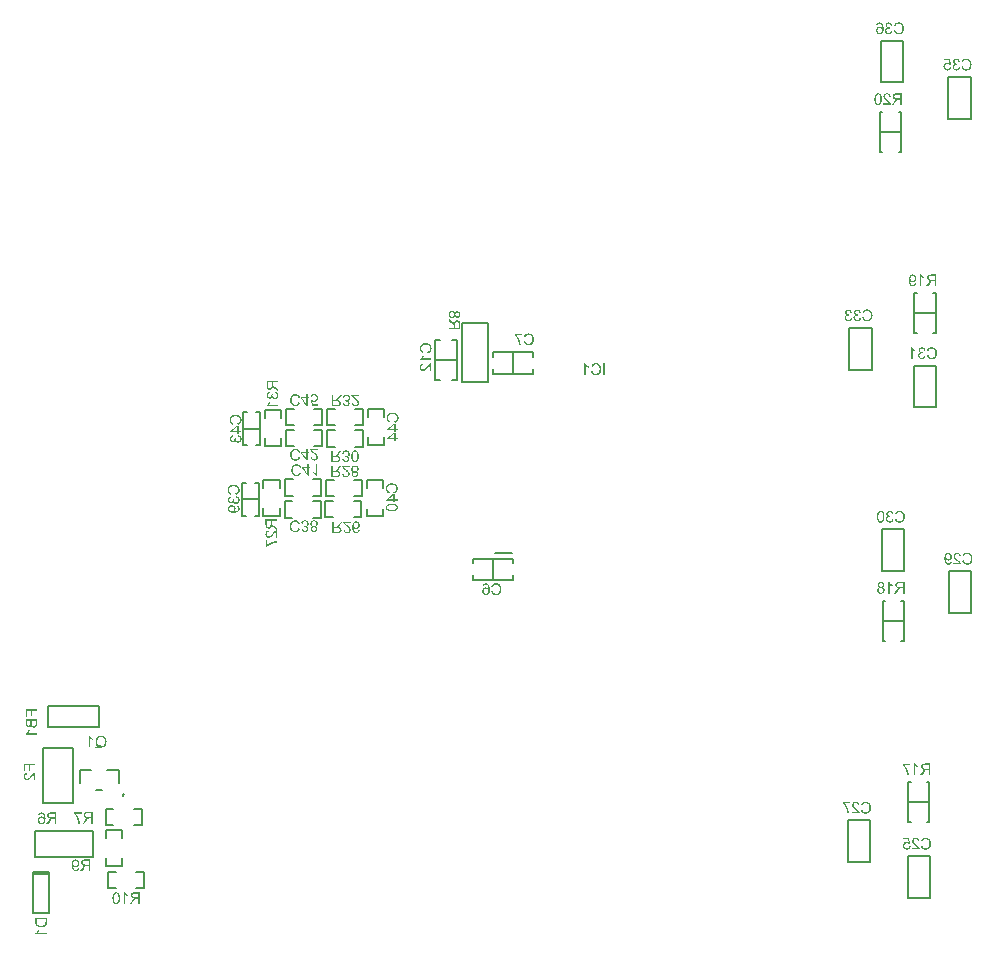
<source format=gbo>
G04*
G04 #@! TF.GenerationSoftware,Altium Limited,Altium Designer,20.0.13 (296)*
G04*
G04 Layer_Color=32896*
%FSLAX25Y25*%
%MOIN*%
G70*
G01*
G75*
%ADD10C,0.00787*%
%ADD11C,0.00800*%
%ADD12C,0.00500*%
%ADD14C,0.00591*%
G36*
X108019Y213223D02*
X107941Y213112D01*
X107869Y213012D01*
X107797Y212929D01*
X107736Y212851D01*
X107680Y212795D01*
X107636Y212751D01*
X107608Y212723D01*
X107597Y212712D01*
X107553Y212679D01*
X107503Y212640D01*
X107403Y212579D01*
X107358Y212557D01*
X107325Y212535D01*
X107303Y212524D01*
X107292Y212518D01*
X107392Y212501D01*
X107486Y212485D01*
X107569Y212457D01*
X107652Y212435D01*
X107725Y212407D01*
X107791Y212374D01*
X107852Y212346D01*
X107908Y212318D01*
X107952Y212285D01*
X107997Y212257D01*
X108030Y212235D01*
X108058Y212213D01*
X108080Y212196D01*
X108097Y212179D01*
X108102Y212174D01*
X108108Y212168D01*
X108152Y212113D01*
X108196Y212057D01*
X108263Y211941D01*
X108307Y211824D01*
X108341Y211713D01*
X108363Y211619D01*
X108369Y211580D01*
Y211541D01*
X108374Y211513D01*
Y211491D01*
Y211480D01*
Y211475D01*
X108369Y211358D01*
X108352Y211253D01*
X108324Y211153D01*
X108296Y211069D01*
X108263Y210997D01*
X108241Y210942D01*
X108219Y210909D01*
X108213Y210903D01*
Y210897D01*
X108147Y210809D01*
X108080Y210731D01*
X108008Y210664D01*
X107941Y210614D01*
X107880Y210576D01*
X107830Y210553D01*
X107797Y210537D01*
X107791Y210531D01*
X107786D01*
X107736Y210514D01*
X107675Y210498D01*
X107553Y210470D01*
X107420Y210453D01*
X107297Y210437D01*
X107181Y210431D01*
X107131D01*
X107086Y210426D01*
X105305D01*
Y214266D01*
X105815D01*
Y212562D01*
X106470D01*
X106531Y212568D01*
X106576D01*
X106615Y212574D01*
X106642Y212579D01*
X106665D01*
X106676Y212585D01*
X106681D01*
X106770Y212612D01*
X106809Y212629D01*
X106842Y212646D01*
X106876Y212662D01*
X106898Y212673D01*
X106909Y212679D01*
X106914Y212684D01*
X106959Y212718D01*
X107003Y212757D01*
X107086Y212840D01*
X107125Y212879D01*
X107153Y212912D01*
X107170Y212934D01*
X107175Y212940D01*
X107231Y213018D01*
X107292Y213101D01*
X107353Y213190D01*
X107414Y213273D01*
X107464Y213351D01*
X107503Y213411D01*
X107519Y213434D01*
X107530Y213450D01*
X107542Y213461D01*
Y213467D01*
X108047Y214266D01*
X108679D01*
X108019Y213223D01*
D02*
G37*
G36*
X110305Y214327D02*
X110400Y214316D01*
X110494Y214300D01*
X110583Y214277D01*
X110666Y214250D01*
X110738Y214222D01*
X110810Y214189D01*
X110872Y214155D01*
X110933Y214127D01*
X110983Y214094D01*
X111027Y214066D01*
X111060Y214039D01*
X111088Y214017D01*
X111110Y214000D01*
X111121Y213989D01*
X111127Y213983D01*
X111194Y213917D01*
X111249Y213844D01*
X111299Y213772D01*
X111343Y213700D01*
X111377Y213634D01*
X111410Y213561D01*
X111454Y213428D01*
X111465Y213367D01*
X111477Y213312D01*
X111488Y213262D01*
X111493Y213217D01*
X111499Y213184D01*
Y213156D01*
Y213140D01*
Y213134D01*
X111493Y213001D01*
X111471Y212879D01*
X111438Y212773D01*
X111404Y212684D01*
X111371Y212612D01*
X111338Y212557D01*
X111316Y212524D01*
X111310Y212512D01*
X111232Y212429D01*
X111149Y212357D01*
X111060Y212301D01*
X110971Y212257D01*
X110894Y212224D01*
X110833Y212202D01*
X110810Y212196D01*
X110794Y212191D01*
X110783Y212185D01*
X110777D01*
X110872Y212135D01*
X110949Y212085D01*
X111016Y212030D01*
X111071Y211980D01*
X111116Y211935D01*
X111149Y211896D01*
X111166Y211874D01*
X111171Y211863D01*
X111216Y211785D01*
X111249Y211708D01*
X111277Y211630D01*
X111293Y211558D01*
X111304Y211497D01*
X111310Y211452D01*
Y211419D01*
Y211408D01*
X111304Y211314D01*
X111288Y211219D01*
X111266Y211136D01*
X111238Y211064D01*
X111210Y211003D01*
X111188Y210953D01*
X111171Y210925D01*
X111166Y210914D01*
X111110Y210831D01*
X111044Y210759D01*
X110977Y210698D01*
X110910Y210642D01*
X110855Y210603D01*
X110805Y210570D01*
X110772Y210553D01*
X110766Y210548D01*
X110760D01*
X110661Y210503D01*
X110561Y210470D01*
X110461Y210442D01*
X110372Y210426D01*
X110300Y210415D01*
X110239Y210409D01*
X110100D01*
X110022Y210420D01*
X109873Y210448D01*
X109745Y210492D01*
X109634Y210537D01*
X109584Y210564D01*
X109545Y210587D01*
X109506Y210609D01*
X109478Y210631D01*
X109456Y210648D01*
X109440Y210659D01*
X109429Y210664D01*
X109423Y210670D01*
X109318Y210775D01*
X109234Y210892D01*
X109168Y211014D01*
X109112Y211136D01*
X109079Y211242D01*
X109062Y211286D01*
X109051Y211325D01*
X109046Y211358D01*
X109040Y211380D01*
X109035Y211397D01*
Y211402D01*
X109506Y211486D01*
X109528Y211364D01*
X109562Y211258D01*
X109601Y211169D01*
X109640Y211097D01*
X109678Y211042D01*
X109712Y211003D01*
X109734Y210975D01*
X109739Y210969D01*
X109811Y210914D01*
X109889Y210870D01*
X109961Y210842D01*
X110034Y210820D01*
X110100Y210809D01*
X110150Y210798D01*
X110195D01*
X110294Y210803D01*
X110383Y210825D01*
X110461Y210853D01*
X110527Y210881D01*
X110577Y210914D01*
X110616Y210942D01*
X110644Y210964D01*
X110650Y210969D01*
X110711Y211036D01*
X110755Y211108D01*
X110783Y211180D01*
X110805Y211247D01*
X110816Y211308D01*
X110827Y211352D01*
Y211386D01*
Y211391D01*
Y211397D01*
Y211458D01*
X110816Y211513D01*
X110788Y211608D01*
X110749Y211691D01*
X110705Y211763D01*
X110661Y211813D01*
X110622Y211852D01*
X110594Y211874D01*
X110589Y211880D01*
X110583D01*
X110489Y211930D01*
X110400Y211969D01*
X110305Y211996D01*
X110222Y212013D01*
X110150Y212024D01*
X110089Y212035D01*
X110017D01*
X109995Y212030D01*
X109967D01*
X109911Y212446D01*
X109984Y212429D01*
X110050Y212418D01*
X110106Y212407D01*
X110156Y212402D01*
X110195Y212396D01*
X110244D01*
X110361Y212407D01*
X110466Y212429D01*
X110561Y212462D01*
X110638Y212501D01*
X110699Y212540D01*
X110744Y212574D01*
X110772Y212596D01*
X110783Y212607D01*
X110855Y212690D01*
X110910Y212779D01*
X110949Y212868D01*
X110971Y212956D01*
X110988Y213029D01*
X110994Y213090D01*
X110999Y213112D01*
Y213128D01*
Y213140D01*
Y213145D01*
X110988Y213267D01*
X110960Y213378D01*
X110927Y213473D01*
X110883Y213556D01*
X110838Y213622D01*
X110805Y213672D01*
X110777Y213706D01*
X110766Y213717D01*
X110677Y213794D01*
X110583Y213850D01*
X110489Y213889D01*
X110400Y213917D01*
X110322Y213933D01*
X110261Y213939D01*
X110239Y213944D01*
X110205D01*
X110106Y213939D01*
X110011Y213917D01*
X109928Y213889D01*
X109861Y213856D01*
X109806Y213828D01*
X109762Y213800D01*
X109739Y213778D01*
X109728Y213772D01*
X109662Y213695D01*
X109606Y213606D01*
X109556Y213511D01*
X109517Y213411D01*
X109490Y213328D01*
X109478Y213289D01*
X109473Y213256D01*
X109467Y213228D01*
X109462Y213206D01*
X109456Y213195D01*
Y213190D01*
X108984Y213251D01*
X108996Y213339D01*
X109012Y213423D01*
X109062Y213578D01*
X109123Y213711D01*
X109157Y213767D01*
X109190Y213822D01*
X109223Y213872D01*
X109256Y213911D01*
X109284Y213950D01*
X109312Y213978D01*
X109329Y214000D01*
X109345Y214017D01*
X109356Y214028D01*
X109362Y214033D01*
X109429Y214083D01*
X109495Y214133D01*
X109562Y214172D01*
X109634Y214205D01*
X109773Y214261D01*
X109906Y214294D01*
X109967Y214305D01*
X110022Y214316D01*
X110072Y214322D01*
X110117Y214327D01*
X110150Y214333D01*
X110200D01*
X110305Y214327D01*
D02*
G37*
G36*
X114446Y213811D02*
X112553D01*
X112620Y213717D01*
X112653Y213678D01*
X112681Y213639D01*
X112709Y213606D01*
X112731Y213584D01*
X112748Y213567D01*
X112753Y213561D01*
X112781Y213534D01*
X112814Y213506D01*
X112892Y213434D01*
X112980Y213351D01*
X113075Y213267D01*
X113164Y213195D01*
X113203Y213162D01*
X113236Y213128D01*
X113264Y213106D01*
X113286Y213090D01*
X113297Y213078D01*
X113302Y213073D01*
X113391Y212995D01*
X113480Y212923D01*
X113558Y212851D01*
X113630Y212790D01*
X113697Y212729D01*
X113752Y212673D01*
X113807Y212624D01*
X113852Y212579D01*
X113896Y212535D01*
X113930Y212501D01*
X113957Y212474D01*
X113985Y212446D01*
X114013Y212413D01*
X114024Y212402D01*
X114102Y212307D01*
X114168Y212224D01*
X114224Y212141D01*
X114268Y212074D01*
X114301Y212013D01*
X114324Y211969D01*
X114335Y211941D01*
X114340Y211930D01*
X114374Y211846D01*
X114396Y211763D01*
X114418Y211685D01*
X114429Y211619D01*
X114435Y211558D01*
X114440Y211513D01*
Y211486D01*
Y211475D01*
X114435Y211391D01*
X114424Y211314D01*
X114412Y211236D01*
X114390Y211169D01*
X114335Y211036D01*
X114279Y210931D01*
X114246Y210881D01*
X114218Y210842D01*
X114190Y210803D01*
X114163Y210775D01*
X114140Y210753D01*
X114129Y210731D01*
X114118Y210725D01*
X114113Y210720D01*
X114052Y210664D01*
X113985Y210614D01*
X113913Y210576D01*
X113841Y210542D01*
X113697Y210487D01*
X113552Y210448D01*
X113491Y210437D01*
X113430Y210426D01*
X113375Y210420D01*
X113330Y210415D01*
X113291Y210409D01*
X113236D01*
X113136Y210415D01*
X113042Y210420D01*
X112953Y210437D01*
X112870Y210453D01*
X112792Y210476D01*
X112720Y210498D01*
X112653Y210526D01*
X112592Y210553D01*
X112537Y210581D01*
X112492Y210609D01*
X112453Y210631D01*
X112420Y210653D01*
X112392Y210670D01*
X112376Y210686D01*
X112364Y210692D01*
X112359Y210698D01*
X112303Y210753D01*
X112253Y210814D01*
X112204Y210881D01*
X112165Y210947D01*
X112098Y211081D01*
X112054Y211214D01*
X112037Y211275D01*
X112020Y211336D01*
X112009Y211386D01*
X111998Y211430D01*
X111993Y211469D01*
Y211497D01*
X111987Y211513D01*
Y211519D01*
X112470Y211569D01*
X112481Y211441D01*
X112503Y211330D01*
X112537Y211230D01*
X112575Y211153D01*
X112609Y211086D01*
X112642Y211042D01*
X112664Y211014D01*
X112675Y211003D01*
X112759Y210936D01*
X112847Y210886D01*
X112942Y210847D01*
X113025Y210825D01*
X113103Y210809D01*
X113169Y210803D01*
X113191Y210798D01*
X113225D01*
X113341Y210803D01*
X113447Y210825D01*
X113535Y210859D01*
X113613Y210892D01*
X113674Y210931D01*
X113713Y210958D01*
X113741Y210981D01*
X113752Y210992D01*
X113819Y211069D01*
X113869Y211147D01*
X113907Y211225D01*
X113930Y211303D01*
X113946Y211364D01*
X113952Y211419D01*
X113957Y211452D01*
Y211458D01*
Y211463D01*
X113946Y211563D01*
X113924Y211669D01*
X113885Y211763D01*
X113846Y211852D01*
X113802Y211924D01*
X113763Y211985D01*
X113752Y212007D01*
X113741Y212024D01*
X113730Y212030D01*
Y212035D01*
X113685Y212096D01*
X113630Y212157D01*
X113569Y212224D01*
X113502Y212291D01*
X113364Y212424D01*
X113225Y212557D01*
X113153Y212618D01*
X113092Y212673D01*
X113031Y212723D01*
X112980Y212768D01*
X112942Y212801D01*
X112908Y212829D01*
X112886Y212845D01*
X112881Y212851D01*
X112742Y212967D01*
X112614Y213078D01*
X112509Y213178D01*
X112425Y213262D01*
X112353Y213334D01*
X112303Y213384D01*
X112276Y213417D01*
X112265Y213423D01*
Y213428D01*
X112187Y213523D01*
X112126Y213611D01*
X112070Y213700D01*
X112026Y213778D01*
X111993Y213844D01*
X111970Y213894D01*
X111959Y213928D01*
X111954Y213933D01*
Y213939D01*
X111932Y214000D01*
X111920Y214055D01*
X111909Y214111D01*
X111904Y214161D01*
X111898Y214205D01*
Y214239D01*
Y214261D01*
Y214266D01*
X114446D01*
Y213811D01*
D02*
G37*
G36*
X87465Y218437D02*
X85761D01*
Y217782D01*
X85767Y217721D01*
Y217676D01*
X85772Y217638D01*
X85778Y217610D01*
Y217588D01*
X85783Y217577D01*
Y217571D01*
X85811Y217482D01*
X85828Y217443D01*
X85844Y217410D01*
X85861Y217377D01*
X85872Y217355D01*
X85878Y217343D01*
X85883Y217338D01*
X85917Y217294D01*
X85956Y217249D01*
X86039Y217166D01*
X86078Y217127D01*
X86111Y217099D01*
X86133Y217083D01*
X86139Y217077D01*
X86216Y217022D01*
X86300Y216961D01*
X86388Y216899D01*
X86472Y216839D01*
X86549Y216789D01*
X86610Y216750D01*
X86633Y216733D01*
X86649Y216722D01*
X86660Y216711D01*
X86666D01*
X87465Y216206D01*
Y215573D01*
X86422Y216233D01*
X86311Y216311D01*
X86211Y216383D01*
X86128Y216456D01*
X86050Y216517D01*
X85994Y216572D01*
X85950Y216616D01*
X85922Y216644D01*
X85911Y216655D01*
X85878Y216700D01*
X85839Y216750D01*
X85778Y216849D01*
X85756Y216894D01*
X85733Y216927D01*
X85722Y216949D01*
X85717Y216961D01*
X85700Y216861D01*
X85684Y216766D01*
X85656Y216683D01*
X85634Y216600D01*
X85606Y216528D01*
X85572Y216461D01*
X85545Y216400D01*
X85517Y216344D01*
X85484Y216300D01*
X85456Y216256D01*
X85434Y216222D01*
X85412Y216195D01*
X85395Y216172D01*
X85378Y216156D01*
X85373Y216150D01*
X85367Y216145D01*
X85312Y216100D01*
X85256Y216056D01*
X85140Y215989D01*
X85023Y215945D01*
X84912Y215912D01*
X84818Y215889D01*
X84779Y215884D01*
X84740D01*
X84712Y215878D01*
X84690D01*
X84679D01*
X84673D01*
X84557Y215884D01*
X84451Y215900D01*
X84351Y215928D01*
X84268Y215956D01*
X84196Y215989D01*
X84141Y216012D01*
X84107Y216034D01*
X84102Y216039D01*
X84096D01*
X84007Y216106D01*
X83930Y216172D01*
X83863Y216245D01*
X83813Y216311D01*
X83774Y216372D01*
X83752Y216422D01*
X83736Y216456D01*
X83730Y216461D01*
Y216467D01*
X83713Y216517D01*
X83697Y216578D01*
X83669Y216700D01*
X83652Y216833D01*
X83636Y216955D01*
X83630Y217072D01*
Y217122D01*
X83625Y217166D01*
Y218947D01*
X87465D01*
Y218437D01*
D02*
G37*
G36*
X86538Y215257D02*
X86621Y215240D01*
X86777Y215190D01*
X86910Y215129D01*
X86966Y215096D01*
X87021Y215062D01*
X87071Y215029D01*
X87110Y214996D01*
X87149Y214968D01*
X87177Y214940D01*
X87199Y214924D01*
X87215Y214907D01*
X87226Y214896D01*
X87232Y214890D01*
X87282Y214824D01*
X87332Y214757D01*
X87371Y214691D01*
X87404Y214618D01*
X87459Y214480D01*
X87493Y214347D01*
X87504Y214285D01*
X87515Y214230D01*
X87521Y214180D01*
X87526Y214136D01*
X87532Y214102D01*
Y214052D01*
X87526Y213947D01*
X87515Y213853D01*
X87498Y213758D01*
X87476Y213669D01*
X87448Y213586D01*
X87421Y213514D01*
X87387Y213442D01*
X87354Y213381D01*
X87326Y213320D01*
X87293Y213270D01*
X87265Y213225D01*
X87238Y213192D01*
X87215Y213164D01*
X87199Y213142D01*
X87188Y213131D01*
X87182Y213125D01*
X87115Y213059D01*
X87043Y213003D01*
X86971Y212953D01*
X86899Y212909D01*
X86832Y212876D01*
X86760Y212842D01*
X86627Y212798D01*
X86566Y212787D01*
X86510Y212776D01*
X86461Y212765D01*
X86416Y212759D01*
X86383Y212754D01*
X86355D01*
X86338D01*
X86333D01*
X86200Y212759D01*
X86078Y212781D01*
X85972Y212815D01*
X85883Y212848D01*
X85811Y212881D01*
X85756Y212915D01*
X85722Y212937D01*
X85711Y212942D01*
X85628Y213020D01*
X85556Y213103D01*
X85500Y213192D01*
X85456Y213281D01*
X85423Y213359D01*
X85400Y213420D01*
X85395Y213442D01*
X85389Y213458D01*
X85384Y213470D01*
Y213475D01*
X85334Y213381D01*
X85284Y213303D01*
X85228Y213236D01*
X85179Y213181D01*
X85134Y213137D01*
X85095Y213103D01*
X85073Y213087D01*
X85062Y213081D01*
X84984Y213037D01*
X84907Y213003D01*
X84829Y212976D01*
X84757Y212959D01*
X84696Y212948D01*
X84651Y212942D01*
X84618D01*
X84607D01*
X84513Y212948D01*
X84418Y212965D01*
X84335Y212987D01*
X84263Y213015D01*
X84202Y213042D01*
X84152Y213064D01*
X84124Y213081D01*
X84113Y213087D01*
X84030Y213142D01*
X83957Y213209D01*
X83896Y213275D01*
X83841Y213342D01*
X83802Y213397D01*
X83769Y213447D01*
X83752Y213481D01*
X83747Y213486D01*
Y213492D01*
X83702Y213592D01*
X83669Y213692D01*
X83641Y213791D01*
X83625Y213880D01*
X83613Y213952D01*
X83608Y214014D01*
Y214152D01*
X83619Y214230D01*
X83647Y214380D01*
X83691Y214508D01*
X83736Y214618D01*
X83763Y214668D01*
X83785Y214707D01*
X83808Y214746D01*
X83830Y214774D01*
X83846Y214796D01*
X83858Y214813D01*
X83863Y214824D01*
X83869Y214829D01*
X83974Y214935D01*
X84091Y215018D01*
X84213Y215085D01*
X84335Y215140D01*
X84440Y215174D01*
X84485Y215190D01*
X84524Y215201D01*
X84557Y215207D01*
X84579Y215212D01*
X84596Y215218D01*
X84601D01*
X84684Y214746D01*
X84562Y214724D01*
X84457Y214691D01*
X84368Y214652D01*
X84296Y214613D01*
X84241Y214574D01*
X84202Y214541D01*
X84174Y214519D01*
X84168Y214513D01*
X84113Y214441D01*
X84069Y214363D01*
X84041Y214291D01*
X84018Y214219D01*
X84007Y214152D01*
X83996Y214102D01*
Y214058D01*
X84002Y213958D01*
X84024Y213869D01*
X84052Y213791D01*
X84080Y213725D01*
X84113Y213675D01*
X84141Y213636D01*
X84163Y213608D01*
X84168Y213603D01*
X84235Y213542D01*
X84307Y213497D01*
X84379Y213470D01*
X84446Y213447D01*
X84507Y213436D01*
X84551Y213425D01*
X84585D01*
X84590D01*
X84596D01*
X84657D01*
X84712Y213436D01*
X84807Y213464D01*
X84890Y213503D01*
X84962Y213547D01*
X85012Y213592D01*
X85051Y213631D01*
X85073Y213658D01*
X85079Y213664D01*
Y213669D01*
X85128Y213764D01*
X85167Y213853D01*
X85195Y213947D01*
X85212Y214030D01*
X85223Y214102D01*
X85234Y214163D01*
Y214235D01*
X85228Y214258D01*
Y214285D01*
X85645Y214341D01*
X85628Y214269D01*
X85617Y214202D01*
X85606Y214147D01*
X85600Y214097D01*
X85595Y214058D01*
Y214008D01*
X85606Y213891D01*
X85628Y213786D01*
X85661Y213692D01*
X85700Y213614D01*
X85739Y213553D01*
X85772Y213508D01*
X85795Y213481D01*
X85806Y213470D01*
X85889Y213397D01*
X85978Y213342D01*
X86067Y213303D01*
X86155Y213281D01*
X86227Y213264D01*
X86288Y213259D01*
X86311Y213253D01*
X86327D01*
X86338D01*
X86344D01*
X86466Y213264D01*
X86577Y213292D01*
X86671Y213325D01*
X86755Y213370D01*
X86821Y213414D01*
X86871Y213447D01*
X86905Y213475D01*
X86916Y213486D01*
X86993Y213575D01*
X87049Y213669D01*
X87088Y213764D01*
X87115Y213853D01*
X87132Y213930D01*
X87138Y213991D01*
X87143Y214014D01*
Y214047D01*
X87138Y214147D01*
X87115Y214241D01*
X87088Y214324D01*
X87054Y214391D01*
X87027Y214446D01*
X86999Y214491D01*
X86977Y214513D01*
X86971Y214524D01*
X86893Y214591D01*
X86805Y214646D01*
X86710Y214696D01*
X86610Y214735D01*
X86527Y214763D01*
X86488Y214774D01*
X86455Y214779D01*
X86427Y214785D01*
X86405Y214791D01*
X86394Y214796D01*
X86388D01*
X86449Y215268D01*
X86538Y215257D01*
D02*
G37*
G36*
X84995Y211843D02*
X84957Y211760D01*
X84918Y211677D01*
X84879Y211599D01*
X84846Y211533D01*
X84818Y211477D01*
X84795Y211444D01*
X84790Y211438D01*
Y211433D01*
X84729Y211333D01*
X84668Y211244D01*
X84612Y211166D01*
X84562Y211105D01*
X84524Y211050D01*
X84490Y211017D01*
X84468Y210989D01*
X84462Y210983D01*
X87465D01*
Y210511D01*
X83608D01*
Y210817D01*
X83702Y210872D01*
X83791Y210933D01*
X83880Y211005D01*
X83957Y211072D01*
X84024Y211139D01*
X84080Y211189D01*
X84096Y211211D01*
X84113Y211227D01*
X84118Y211233D01*
X84124Y211239D01*
X84218Y211355D01*
X84307Y211472D01*
X84385Y211583D01*
X84446Y211694D01*
X84501Y211788D01*
X84524Y211827D01*
X84540Y211860D01*
X84557Y211888D01*
X84562Y211910D01*
X84574Y211921D01*
Y211927D01*
X85029D01*
X84995Y211843D01*
D02*
G37*
G36*
X107886Y194613D02*
X107808Y194502D01*
X107736Y194402D01*
X107664Y194319D01*
X107603Y194241D01*
X107547Y194185D01*
X107503Y194141D01*
X107475Y194113D01*
X107464Y194102D01*
X107419Y194069D01*
X107369Y194030D01*
X107270Y193969D01*
X107225Y193947D01*
X107192Y193925D01*
X107170Y193914D01*
X107159Y193908D01*
X107258Y193891D01*
X107353Y193875D01*
X107436Y193847D01*
X107519Y193825D01*
X107591Y193797D01*
X107658Y193764D01*
X107719Y193736D01*
X107774Y193708D01*
X107819Y193675D01*
X107863Y193647D01*
X107897Y193625D01*
X107924Y193603D01*
X107947Y193586D01*
X107963Y193570D01*
X107969Y193564D01*
X107974Y193558D01*
X108019Y193503D01*
X108063Y193447D01*
X108130Y193331D01*
X108174Y193214D01*
X108207Y193103D01*
X108230Y193009D01*
X108235Y192970D01*
Y192931D01*
X108241Y192903D01*
Y192881D01*
Y192870D01*
Y192865D01*
X108235Y192748D01*
X108219Y192643D01*
X108191Y192543D01*
X108163Y192459D01*
X108130Y192387D01*
X108107Y192332D01*
X108085Y192298D01*
X108080Y192293D01*
Y192287D01*
X108013Y192199D01*
X107947Y192121D01*
X107874Y192054D01*
X107808Y192004D01*
X107747Y191965D01*
X107697Y191943D01*
X107664Y191927D01*
X107658Y191921D01*
X107652D01*
X107603Y191904D01*
X107541Y191888D01*
X107419Y191860D01*
X107286Y191843D01*
X107164Y191827D01*
X107047Y191821D01*
X106998D01*
X106953Y191816D01*
X105172D01*
Y195656D01*
X105682D01*
Y193952D01*
X106337D01*
X106398Y193958D01*
X106442D01*
X106481Y193964D01*
X106509Y193969D01*
X106531D01*
X106542Y193975D01*
X106548D01*
X106637Y194002D01*
X106676Y194019D01*
X106709Y194036D01*
X106742Y194052D01*
X106764Y194063D01*
X106775Y194069D01*
X106781Y194074D01*
X106825Y194108D01*
X106870Y194147D01*
X106953Y194230D01*
X106992Y194269D01*
X107020Y194302D01*
X107036Y194324D01*
X107042Y194330D01*
X107097Y194407D01*
X107159Y194491D01*
X107220Y194580D01*
X107281Y194663D01*
X107331Y194740D01*
X107369Y194801D01*
X107386Y194824D01*
X107397Y194840D01*
X107408Y194852D01*
Y194857D01*
X107913Y195656D01*
X108546D01*
X107886Y194613D01*
D02*
G37*
G36*
X110172Y195717D02*
X110266Y195706D01*
X110361Y195690D01*
X110450Y195667D01*
X110533Y195640D01*
X110605Y195612D01*
X110677Y195579D01*
X110738Y195545D01*
X110799Y195518D01*
X110849Y195484D01*
X110894Y195456D01*
X110927Y195429D01*
X110955Y195406D01*
X110977Y195390D01*
X110988Y195379D01*
X110994Y195373D01*
X111060Y195307D01*
X111116Y195234D01*
X111166Y195162D01*
X111210Y195090D01*
X111243Y195024D01*
X111277Y194951D01*
X111321Y194818D01*
X111332Y194757D01*
X111343Y194702D01*
X111354Y194652D01*
X111360Y194607D01*
X111365Y194574D01*
Y194546D01*
Y194530D01*
Y194524D01*
X111360Y194391D01*
X111338Y194269D01*
X111304Y194163D01*
X111271Y194074D01*
X111238Y194002D01*
X111204Y193947D01*
X111182Y193914D01*
X111177Y193902D01*
X111099Y193819D01*
X111016Y193747D01*
X110927Y193692D01*
X110838Y193647D01*
X110760Y193614D01*
X110699Y193592D01*
X110677Y193586D01*
X110661Y193580D01*
X110649Y193575D01*
X110644D01*
X110738Y193525D01*
X110816Y193475D01*
X110882Y193420D01*
X110938Y193370D01*
X110982Y193325D01*
X111016Y193286D01*
X111032Y193264D01*
X111038Y193253D01*
X111082Y193175D01*
X111116Y193098D01*
X111143Y193020D01*
X111160Y192948D01*
X111171Y192887D01*
X111177Y192842D01*
Y192809D01*
Y192798D01*
X111171Y192704D01*
X111154Y192609D01*
X111132Y192526D01*
X111105Y192454D01*
X111077Y192393D01*
X111055Y192343D01*
X111038Y192315D01*
X111032Y192304D01*
X110977Y192221D01*
X110910Y192149D01*
X110844Y192088D01*
X110777Y192032D01*
X110722Y191993D01*
X110672Y191960D01*
X110638Y191943D01*
X110633Y191938D01*
X110627D01*
X110527Y191893D01*
X110427Y191860D01*
X110327Y191832D01*
X110239Y191816D01*
X110167Y191805D01*
X110106Y191799D01*
X109967D01*
X109889Y191810D01*
X109739Y191838D01*
X109612Y191882D01*
X109501Y191927D01*
X109451Y191954D01*
X109412Y191977D01*
X109373Y191999D01*
X109345Y192021D01*
X109323Y192038D01*
X109306Y192049D01*
X109295Y192054D01*
X109290Y192060D01*
X109184Y192165D01*
X109101Y192282D01*
X109034Y192404D01*
X108979Y192526D01*
X108946Y192631D01*
X108929Y192676D01*
X108918Y192715D01*
X108912Y192748D01*
X108907Y192770D01*
X108901Y192787D01*
Y192792D01*
X109373Y192876D01*
X109395Y192754D01*
X109428Y192648D01*
X109467Y192559D01*
X109506Y192487D01*
X109545Y192432D01*
X109578Y192393D01*
X109600Y192365D01*
X109606Y192359D01*
X109678Y192304D01*
X109756Y192260D01*
X109828Y192232D01*
X109900Y192210D01*
X109967Y192199D01*
X110017Y192188D01*
X110061D01*
X110161Y192193D01*
X110250Y192215D01*
X110327Y192243D01*
X110394Y192271D01*
X110444Y192304D01*
X110483Y192332D01*
X110511Y192354D01*
X110516Y192359D01*
X110577Y192426D01*
X110622Y192498D01*
X110649Y192570D01*
X110672Y192637D01*
X110683Y192698D01*
X110694Y192743D01*
Y192776D01*
Y192781D01*
Y192787D01*
Y192848D01*
X110683Y192903D01*
X110655Y192998D01*
X110616Y193081D01*
X110572Y193153D01*
X110527Y193203D01*
X110488Y193242D01*
X110461Y193264D01*
X110455Y193270D01*
X110450D01*
X110355Y193320D01*
X110266Y193359D01*
X110172Y193386D01*
X110089Y193403D01*
X110017Y193414D01*
X109956Y193425D01*
X109883D01*
X109861Y193420D01*
X109834D01*
X109778Y193836D01*
X109850Y193819D01*
X109917Y193808D01*
X109972Y193797D01*
X110022Y193791D01*
X110061Y193786D01*
X110111D01*
X110228Y193797D01*
X110333Y193819D01*
X110427Y193852D01*
X110505Y193891D01*
X110566Y193930D01*
X110611Y193964D01*
X110638Y193986D01*
X110649Y193997D01*
X110722Y194080D01*
X110777Y194169D01*
X110816Y194258D01*
X110838Y194346D01*
X110855Y194419D01*
X110860Y194480D01*
X110866Y194502D01*
Y194518D01*
Y194530D01*
Y194535D01*
X110855Y194657D01*
X110827Y194768D01*
X110794Y194863D01*
X110749Y194946D01*
X110705Y195012D01*
X110672Y195062D01*
X110644Y195096D01*
X110633Y195107D01*
X110544Y195185D01*
X110450Y195240D01*
X110355Y195279D01*
X110266Y195307D01*
X110189Y195323D01*
X110128Y195329D01*
X110106Y195334D01*
X110072D01*
X109972Y195329D01*
X109878Y195307D01*
X109795Y195279D01*
X109728Y195246D01*
X109673Y195218D01*
X109628Y195190D01*
X109606Y195168D01*
X109595Y195162D01*
X109528Y195085D01*
X109473Y194996D01*
X109423Y194901D01*
X109384Y194801D01*
X109356Y194718D01*
X109345Y194679D01*
X109340Y194646D01*
X109334Y194618D01*
X109328Y194596D01*
X109323Y194585D01*
Y194580D01*
X108851Y194641D01*
X108862Y194729D01*
X108879Y194813D01*
X108929Y194968D01*
X108990Y195101D01*
X109023Y195157D01*
X109057Y195212D01*
X109090Y195262D01*
X109123Y195301D01*
X109151Y195340D01*
X109179Y195368D01*
X109195Y195390D01*
X109212Y195406D01*
X109223Y195418D01*
X109229Y195423D01*
X109295Y195473D01*
X109362Y195523D01*
X109428Y195562D01*
X109501Y195595D01*
X109639Y195651D01*
X109773Y195684D01*
X109834Y195695D01*
X109889Y195706D01*
X109939Y195712D01*
X109983Y195717D01*
X110017Y195723D01*
X110067D01*
X110172Y195717D01*
D02*
G37*
G36*
X113236Y195712D02*
X113374Y195690D01*
X113491Y195651D01*
X113591Y195612D01*
X113674Y195573D01*
X113702Y195551D01*
X113730Y195534D01*
X113752Y195523D01*
X113768Y195512D01*
X113774Y195501D01*
X113780D01*
X113880Y195406D01*
X113963Y195307D01*
X114035Y195196D01*
X114090Y195096D01*
X114135Y195001D01*
X114157Y194963D01*
X114168Y194924D01*
X114179Y194896D01*
X114190Y194874D01*
X114196Y194863D01*
Y194857D01*
X114224Y194774D01*
X114246Y194691D01*
X114279Y194513D01*
X114307Y194330D01*
X114323Y194152D01*
X114329Y194074D01*
X114335Y194002D01*
Y193936D01*
X114340Y193875D01*
Y193830D01*
Y193791D01*
Y193769D01*
Y193764D01*
Y193658D01*
X114335Y193558D01*
Y193470D01*
X114329Y193381D01*
X114318Y193303D01*
X114312Y193225D01*
X114307Y193159D01*
X114296Y193098D01*
X114290Y193042D01*
X114279Y192992D01*
X114274Y192953D01*
X114268Y192920D01*
X114262Y192892D01*
X114257Y192876D01*
X114251Y192865D01*
Y192859D01*
X114218Y192737D01*
X114179Y192626D01*
X114135Y192532D01*
X114102Y192448D01*
X114063Y192376D01*
X114041Y192326D01*
X114018Y192298D01*
X114013Y192287D01*
X113952Y192204D01*
X113891Y192132D01*
X113824Y192071D01*
X113763Y192016D01*
X113707Y191977D01*
X113663Y191949D01*
X113635Y191932D01*
X113630Y191927D01*
X113624D01*
X113535Y191882D01*
X113441Y191855D01*
X113352Y191832D01*
X113269Y191816D01*
X113197Y191805D01*
X113136Y191799D01*
X113086D01*
X112936Y191810D01*
X112797Y191832D01*
X112681Y191871D01*
X112581Y191910D01*
X112498Y191954D01*
X112464Y191971D01*
X112436Y191993D01*
X112414Y192004D01*
X112398Y192016D01*
X112392Y192026D01*
X112387D01*
X112287Y192115D01*
X112203Y192221D01*
X112131Y192326D01*
X112076Y192426D01*
X112031Y192520D01*
X112009Y192559D01*
X111998Y192598D01*
X111987Y192626D01*
X111976Y192648D01*
X111970Y192659D01*
Y192665D01*
X111948Y192748D01*
X111926Y192831D01*
X111893Y193015D01*
X111865Y193198D01*
X111848Y193370D01*
X111843Y193453D01*
X111837Y193525D01*
Y193592D01*
X111832Y193653D01*
Y193697D01*
Y193736D01*
Y193758D01*
Y193764D01*
X111837Y193958D01*
X111848Y194141D01*
X111865Y194308D01*
X111893Y194463D01*
X111920Y194607D01*
X111954Y194735D01*
X111987Y194852D01*
X112020Y194951D01*
X112054Y195040D01*
X112092Y195118D01*
X112120Y195185D01*
X112148Y195234D01*
X112176Y195279D01*
X112192Y195307D01*
X112203Y195323D01*
X112209Y195329D01*
X112270Y195395D01*
X112337Y195456D01*
X112409Y195512D01*
X112481Y195556D01*
X112553Y195595D01*
X112625Y195628D01*
X112697Y195651D01*
X112764Y195673D01*
X112831Y195690D01*
X112892Y195701D01*
X112947Y195712D01*
X112991Y195717D01*
X113030Y195723D01*
X113086D01*
X113236Y195712D01*
D02*
G37*
G36*
X107872Y189567D02*
X107794Y189456D01*
X107722Y189356D01*
X107650Y189273D01*
X107589Y189195D01*
X107534Y189140D01*
X107489Y189095D01*
X107461Y189068D01*
X107450Y189057D01*
X107406Y189023D01*
X107356Y188984D01*
X107256Y188923D01*
X107212Y188901D01*
X107178Y188879D01*
X107156Y188868D01*
X107145Y188862D01*
X107245Y188846D01*
X107339Y188829D01*
X107422Y188801D01*
X107506Y188779D01*
X107578Y188751D01*
X107644Y188718D01*
X107705Y188690D01*
X107761Y188663D01*
X107805Y188629D01*
X107850Y188602D01*
X107883Y188579D01*
X107911Y188557D01*
X107933Y188540D01*
X107950Y188524D01*
X107955Y188518D01*
X107961Y188513D01*
X108005Y188457D01*
X108050Y188402D01*
X108116Y188285D01*
X108161Y188169D01*
X108194Y188058D01*
X108216Y187963D01*
X108222Y187924D01*
Y187885D01*
X108227Y187858D01*
Y187836D01*
Y187824D01*
Y187819D01*
X108222Y187702D01*
X108205Y187597D01*
X108177Y187497D01*
X108150Y187414D01*
X108116Y187342D01*
X108094Y187286D01*
X108072Y187253D01*
X108066Y187247D01*
Y187242D01*
X108000Y187153D01*
X107933Y187075D01*
X107861Y187009D01*
X107794Y186959D01*
X107733Y186920D01*
X107683Y186898D01*
X107650Y186881D01*
X107644Y186875D01*
X107639D01*
X107589Y186859D01*
X107528Y186842D01*
X107406Y186814D01*
X107273Y186798D01*
X107150Y186781D01*
X107034Y186776D01*
X106984D01*
X106940Y186770D01*
X105158D01*
Y190611D01*
X105669D01*
Y188907D01*
X106324D01*
X106385Y188912D01*
X106429D01*
X106468Y188918D01*
X106496Y188923D01*
X106518D01*
X106529Y188929D01*
X106535D01*
X106623Y188957D01*
X106662Y188973D01*
X106695Y188990D01*
X106729Y189007D01*
X106751Y189018D01*
X106762Y189023D01*
X106768Y189029D01*
X106812Y189062D01*
X106856Y189101D01*
X106940Y189184D01*
X106978Y189223D01*
X107006Y189256D01*
X107023Y189279D01*
X107028Y189284D01*
X107084Y189362D01*
X107145Y189445D01*
X107206Y189534D01*
X107267Y189617D01*
X107317Y189695D01*
X107356Y189756D01*
X107372Y189778D01*
X107384Y189795D01*
X107395Y189806D01*
Y189811D01*
X107900Y190611D01*
X108533D01*
X107872Y189567D01*
D02*
G37*
G36*
X111313Y190155D02*
X109421D01*
X109487Y190061D01*
X109520Y190022D01*
X109548Y189983D01*
X109576Y189950D01*
X109598Y189928D01*
X109615Y189911D01*
X109620Y189906D01*
X109648Y189878D01*
X109681Y189850D01*
X109759Y189778D01*
X109848Y189695D01*
X109942Y189612D01*
X110031Y189539D01*
X110070Y189506D01*
X110103Y189473D01*
X110131Y189451D01*
X110153Y189434D01*
X110164Y189423D01*
X110170Y189417D01*
X110258Y189340D01*
X110347Y189268D01*
X110425Y189195D01*
X110497Y189134D01*
X110564Y189073D01*
X110619Y189018D01*
X110675Y188968D01*
X110719Y188923D01*
X110764Y188879D01*
X110797Y188846D01*
X110825Y188818D01*
X110852Y188790D01*
X110880Y188757D01*
X110891Y188746D01*
X110969Y188651D01*
X111036Y188568D01*
X111091Y188485D01*
X111135Y188418D01*
X111169Y188357D01*
X111191Y188313D01*
X111202Y188285D01*
X111208Y188274D01*
X111241Y188191D01*
X111263Y188108D01*
X111285Y188030D01*
X111296Y187963D01*
X111302Y187902D01*
X111308Y187858D01*
Y187830D01*
Y187819D01*
X111302Y187736D01*
X111291Y187658D01*
X111280Y187580D01*
X111258Y187514D01*
X111202Y187381D01*
X111146Y187275D01*
X111113Y187225D01*
X111085Y187186D01*
X111058Y187147D01*
X111030Y187120D01*
X111008Y187097D01*
X110997Y187075D01*
X110986Y187070D01*
X110980Y187064D01*
X110919Y187009D01*
X110852Y186959D01*
X110780Y186920D01*
X110708Y186887D01*
X110564Y186831D01*
X110419Y186792D01*
X110358Y186781D01*
X110297Y186770D01*
X110242Y186764D01*
X110197Y186759D01*
X110159Y186753D01*
X110103D01*
X110003Y186759D01*
X109909Y186764D01*
X109820Y186781D01*
X109737Y186798D01*
X109659Y186820D01*
X109587Y186842D01*
X109520Y186870D01*
X109459Y186898D01*
X109404Y186925D01*
X109359Y186953D01*
X109321Y186975D01*
X109287Y186997D01*
X109259Y187014D01*
X109243Y187031D01*
X109232Y187036D01*
X109226Y187042D01*
X109171Y187097D01*
X109121Y187159D01*
X109071Y187225D01*
X109032Y187292D01*
X108965Y187425D01*
X108921Y187558D01*
X108904Y187619D01*
X108888Y187680D01*
X108877Y187730D01*
X108865Y187775D01*
X108860Y187813D01*
Y187841D01*
X108854Y187858D01*
Y187863D01*
X109337Y187913D01*
X109348Y187786D01*
X109371Y187675D01*
X109404Y187575D01*
X109443Y187497D01*
X109476Y187430D01*
X109509Y187386D01*
X109531Y187358D01*
X109543Y187347D01*
X109626Y187281D01*
X109715Y187231D01*
X109809Y187192D01*
X109892Y187170D01*
X109970Y187153D01*
X110037Y187147D01*
X110059Y187142D01*
X110092D01*
X110209Y187147D01*
X110314Y187170D01*
X110403Y187203D01*
X110480Y187236D01*
X110542Y187275D01*
X110580Y187303D01*
X110608Y187325D01*
X110619Y187336D01*
X110686Y187414D01*
X110736Y187492D01*
X110775Y187569D01*
X110797Y187647D01*
X110813Y187708D01*
X110819Y187763D01*
X110825Y187797D01*
Y187802D01*
Y187808D01*
X110813Y187908D01*
X110791Y188013D01*
X110752Y188108D01*
X110714Y188196D01*
X110669Y188268D01*
X110630Y188330D01*
X110619Y188352D01*
X110608Y188368D01*
X110597Y188374D01*
Y188380D01*
X110553Y188441D01*
X110497Y188502D01*
X110436Y188568D01*
X110370Y188635D01*
X110231Y188768D01*
X110092Y188901D01*
X110020Y188962D01*
X109959Y189018D01*
X109898Y189068D01*
X109848Y189112D01*
X109809Y189145D01*
X109776Y189173D01*
X109754Y189190D01*
X109748Y189195D01*
X109609Y189312D01*
X109482Y189423D01*
X109376Y189523D01*
X109293Y189606D01*
X109221Y189678D01*
X109171Y189728D01*
X109143Y189761D01*
X109132Y189767D01*
Y189772D01*
X109054Y189867D01*
X108993Y189956D01*
X108938Y190044D01*
X108893Y190122D01*
X108860Y190189D01*
X108838Y190239D01*
X108827Y190272D01*
X108821Y190278D01*
Y190283D01*
X108799Y190344D01*
X108788Y190400D01*
X108777Y190455D01*
X108771Y190505D01*
X108766Y190550D01*
Y190583D01*
Y190605D01*
Y190611D01*
X111313D01*
Y190155D01*
D02*
G37*
G36*
X113183Y190672D02*
X113278Y190661D01*
X113372Y190644D01*
X113461Y190627D01*
X113539Y190600D01*
X113616Y190572D01*
X113688Y190544D01*
X113750Y190511D01*
X113805Y190477D01*
X113855Y190450D01*
X113894Y190422D01*
X113933Y190394D01*
X113960Y190377D01*
X113977Y190361D01*
X113988Y190350D01*
X113994Y190344D01*
X114055Y190278D01*
X114110Y190211D01*
X114155Y190144D01*
X114193Y190072D01*
X114232Y190006D01*
X114260Y189934D01*
X114299Y189806D01*
X114316Y189745D01*
X114327Y189689D01*
X114332Y189639D01*
X114338Y189601D01*
X114343Y189567D01*
Y189539D01*
Y189523D01*
Y189517D01*
X114338Y189390D01*
X114316Y189273D01*
X114282Y189168D01*
X114249Y189079D01*
X114216Y189007D01*
X114182Y188951D01*
X114160Y188918D01*
X114155Y188912D01*
Y188907D01*
X114077Y188818D01*
X113994Y188740D01*
X113905Y188679D01*
X113822Y188624D01*
X113744Y188585D01*
X113677Y188557D01*
X113655Y188546D01*
X113638Y188540D01*
X113627Y188535D01*
X113622D01*
X113722Y188490D01*
X113805Y188441D01*
X113877Y188391D01*
X113938Y188341D01*
X113983Y188296D01*
X114016Y188263D01*
X114038Y188241D01*
X114044Y188230D01*
X114094Y188152D01*
X114127Y188074D01*
X114155Y187996D01*
X114171Y187919D01*
X114182Y187858D01*
X114188Y187808D01*
Y187775D01*
Y187769D01*
Y187763D01*
X114182Y187686D01*
X114177Y187614D01*
X114138Y187475D01*
X114088Y187353D01*
X114032Y187247D01*
X113977Y187164D01*
X113949Y187131D01*
X113927Y187097D01*
X113905Y187075D01*
X113888Y187059D01*
X113883Y187053D01*
X113877Y187048D01*
X113816Y186997D01*
X113755Y186948D01*
X113688Y186909D01*
X113622Y186875D01*
X113489Y186826D01*
X113355Y186792D01*
X113300Y186776D01*
X113244Y186770D01*
X113195Y186764D01*
X113150Y186759D01*
X113117Y186753D01*
X113067D01*
X112978Y186759D01*
X112889Y186764D01*
X112734Y186798D01*
X112662Y186820D01*
X112595Y186842D01*
X112534Y186870D01*
X112478Y186898D01*
X112434Y186925D01*
X112390Y186953D01*
X112351Y186975D01*
X112323Y186997D01*
X112301Y187014D01*
X112284Y187031D01*
X112273Y187036D01*
X112268Y187042D01*
X112218Y187097D01*
X112168Y187153D01*
X112129Y187214D01*
X112096Y187275D01*
X112040Y187392D01*
X112007Y187503D01*
X111985Y187597D01*
X111979Y187641D01*
X111974Y187675D01*
X111968Y187708D01*
Y187730D01*
Y187741D01*
Y187747D01*
X111974Y187847D01*
X111990Y187941D01*
X112012Y188024D01*
X112040Y188096D01*
X112062Y188152D01*
X112084Y188196D01*
X112101Y188218D01*
X112107Y188230D01*
X112168Y188296D01*
X112234Y188357D01*
X112306Y188413D01*
X112379Y188457D01*
X112445Y188490D01*
X112495Y188513D01*
X112517Y188524D01*
X112534Y188529D01*
X112540Y188535D01*
X112545D01*
X112417Y188574D01*
X112312Y188624D01*
X112218Y188685D01*
X112140Y188740D01*
X112079Y188796D01*
X112034Y188840D01*
X112012Y188868D01*
X112001Y188873D01*
Y188879D01*
X111940Y188979D01*
X111890Y189084D01*
X111857Y189184D01*
X111835Y189284D01*
X111824Y189373D01*
X111818Y189412D01*
Y189445D01*
X111812Y189467D01*
Y189489D01*
Y189501D01*
Y189506D01*
X111818Y189595D01*
X111829Y189684D01*
X111846Y189767D01*
X111868Y189850D01*
X111924Y189989D01*
X111951Y190056D01*
X111985Y190111D01*
X112018Y190167D01*
X112046Y190211D01*
X112079Y190250D01*
X112101Y190283D01*
X112123Y190311D01*
X112140Y190328D01*
X112151Y190339D01*
X112157Y190344D01*
X112223Y190405D01*
X112295Y190455D01*
X112373Y190500D01*
X112451Y190538D01*
X112523Y190566D01*
X112601Y190594D01*
X112750Y190633D01*
X112817Y190649D01*
X112878Y190661D01*
X112934Y190666D01*
X112984Y190672D01*
X113022Y190677D01*
X113078D01*
X113183Y190672D01*
D02*
G37*
G36*
X87095Y172184D02*
X85391D01*
Y171529D01*
X85396Y171468D01*
Y171424D01*
X85402Y171385D01*
X85408Y171357D01*
Y171335D01*
X85413Y171324D01*
Y171319D01*
X85441Y171230D01*
X85457Y171191D01*
X85474Y171158D01*
X85491Y171124D01*
X85502Y171102D01*
X85507Y171091D01*
X85513Y171086D01*
X85546Y171041D01*
X85585Y170997D01*
X85668Y170913D01*
X85707Y170875D01*
X85741Y170847D01*
X85763Y170830D01*
X85768Y170825D01*
X85846Y170769D01*
X85929Y170708D01*
X86018Y170647D01*
X86101Y170586D01*
X86179Y170536D01*
X86240Y170497D01*
X86262Y170481D01*
X86279Y170469D01*
X86290Y170458D01*
X86295D01*
X87095Y169953D01*
Y169321D01*
X86051Y169981D01*
X85940Y170059D01*
X85840Y170131D01*
X85757Y170203D01*
X85679Y170264D01*
X85624Y170320D01*
X85580Y170364D01*
X85552Y170392D01*
X85541Y170403D01*
X85507Y170447D01*
X85469Y170497D01*
X85408Y170597D01*
X85385Y170642D01*
X85363Y170675D01*
X85352Y170697D01*
X85346Y170708D01*
X85330Y170608D01*
X85313Y170514D01*
X85285Y170431D01*
X85263Y170347D01*
X85235Y170275D01*
X85202Y170209D01*
X85174Y170148D01*
X85147Y170092D01*
X85113Y170048D01*
X85086Y170003D01*
X85063Y169970D01*
X85041Y169942D01*
X85024Y169920D01*
X85008Y169903D01*
X85002Y169898D01*
X84997Y169892D01*
X84941Y169848D01*
X84886Y169803D01*
X84769Y169737D01*
X84653Y169692D01*
X84542Y169659D01*
X84447Y169637D01*
X84408Y169631D01*
X84370D01*
X84342Y169626D01*
X84320D01*
X84309D01*
X84303D01*
X84187Y169631D01*
X84081Y169648D01*
X83981Y169676D01*
X83898Y169703D01*
X83826Y169737D01*
X83770Y169759D01*
X83737Y169781D01*
X83731Y169787D01*
X83726D01*
X83637Y169853D01*
X83559Y169920D01*
X83493Y169992D01*
X83443Y170059D01*
X83404Y170120D01*
X83382Y170170D01*
X83365Y170203D01*
X83359Y170209D01*
Y170214D01*
X83343Y170264D01*
X83326Y170325D01*
X83298Y170447D01*
X83282Y170580D01*
X83265Y170703D01*
X83260Y170819D01*
Y170869D01*
X83254Y170913D01*
Y172695D01*
X87095D01*
Y172184D01*
D02*
G37*
G36*
Y166540D02*
X86640D01*
Y168433D01*
X86545Y168366D01*
X86506Y168333D01*
X86467Y168305D01*
X86434Y168277D01*
X86412Y168255D01*
X86395Y168238D01*
X86390Y168233D01*
X86362Y168205D01*
X86334Y168172D01*
X86262Y168094D01*
X86179Y168005D01*
X86096Y167911D01*
X86023Y167822D01*
X85990Y167783D01*
X85957Y167750D01*
X85935Y167722D01*
X85918Y167700D01*
X85907Y167689D01*
X85901Y167683D01*
X85824Y167595D01*
X85752Y167506D01*
X85679Y167428D01*
X85618Y167356D01*
X85557Y167289D01*
X85502Y167234D01*
X85452Y167178D01*
X85408Y167134D01*
X85363Y167089D01*
X85330Y167056D01*
X85302Y167028D01*
X85274Y167001D01*
X85241Y166973D01*
X85230Y166962D01*
X85136Y166884D01*
X85052Y166817D01*
X84969Y166762D01*
X84902Y166718D01*
X84841Y166684D01*
X84797Y166662D01*
X84769Y166651D01*
X84758Y166646D01*
X84675Y166612D01*
X84592Y166590D01*
X84514Y166568D01*
X84447Y166557D01*
X84386Y166551D01*
X84342Y166546D01*
X84314D01*
X84303D01*
X84220Y166551D01*
X84142Y166562D01*
X84064Y166573D01*
X83998Y166595D01*
X83865Y166651D01*
X83759Y166707D01*
X83709Y166740D01*
X83670Y166768D01*
X83631Y166795D01*
X83604Y166823D01*
X83582Y166845D01*
X83559Y166856D01*
X83554Y166867D01*
X83548Y166873D01*
X83493Y166934D01*
X83443Y167001D01*
X83404Y167073D01*
X83371Y167145D01*
X83315Y167289D01*
X83276Y167434D01*
X83265Y167495D01*
X83254Y167556D01*
X83249Y167611D01*
X83243Y167656D01*
X83237Y167694D01*
Y167750D01*
X83243Y167850D01*
X83249Y167944D01*
X83265Y168033D01*
X83282Y168116D01*
X83304Y168194D01*
X83326Y168266D01*
X83354Y168333D01*
X83382Y168394D01*
X83410Y168449D01*
X83437Y168494D01*
X83459Y168533D01*
X83482Y168566D01*
X83498Y168594D01*
X83515Y168610D01*
X83521Y168621D01*
X83526Y168627D01*
X83582Y168682D01*
X83643Y168732D01*
X83709Y168782D01*
X83776Y168821D01*
X83909Y168888D01*
X84042Y168932D01*
X84103Y168949D01*
X84164Y168965D01*
X84214Y168976D01*
X84259Y168988D01*
X84298Y168993D01*
X84325D01*
X84342Y168999D01*
X84347D01*
X84397Y168516D01*
X84270Y168505D01*
X84159Y168482D01*
X84059Y168449D01*
X83981Y168410D01*
X83915Y168377D01*
X83870Y168344D01*
X83842Y168322D01*
X83831Y168310D01*
X83765Y168227D01*
X83715Y168138D01*
X83676Y168044D01*
X83654Y167961D01*
X83637Y167883D01*
X83631Y167816D01*
X83626Y167794D01*
Y167761D01*
X83631Y167645D01*
X83654Y167539D01*
X83687Y167450D01*
X83720Y167373D01*
X83759Y167312D01*
X83787Y167273D01*
X83809Y167245D01*
X83820Y167234D01*
X83898Y167167D01*
X83976Y167117D01*
X84053Y167078D01*
X84131Y167056D01*
X84192Y167040D01*
X84247Y167034D01*
X84281Y167028D01*
X84286D01*
X84292D01*
X84392Y167040D01*
X84497Y167062D01*
X84592Y167101D01*
X84680Y167139D01*
X84753Y167184D01*
X84814Y167223D01*
X84836Y167234D01*
X84852Y167245D01*
X84858Y167256D01*
X84864D01*
X84925Y167300D01*
X84986Y167356D01*
X85052Y167417D01*
X85119Y167483D01*
X85252Y167622D01*
X85385Y167761D01*
X85446Y167833D01*
X85502Y167894D01*
X85552Y167955D01*
X85596Y168005D01*
X85629Y168044D01*
X85657Y168077D01*
X85674Y168100D01*
X85679Y168105D01*
X85796Y168244D01*
X85907Y168371D01*
X86007Y168477D01*
X86090Y168560D01*
X86162Y168632D01*
X86212Y168682D01*
X86246Y168710D01*
X86251Y168721D01*
X86257D01*
X86351Y168799D01*
X86440Y168860D01*
X86529Y168915D01*
X86606Y168960D01*
X86673Y168993D01*
X86723Y169015D01*
X86756Y169026D01*
X86762Y169032D01*
X86767D01*
X86828Y169054D01*
X86884Y169065D01*
X86939Y169076D01*
X86989Y169082D01*
X87034Y169088D01*
X87067D01*
X87089D01*
X87095D01*
Y166540D01*
D02*
G37*
G36*
X83759Y164120D02*
X83920Y164253D01*
X84092Y164381D01*
X84259Y164492D01*
X84420Y164597D01*
X84492Y164642D01*
X84558Y164681D01*
X84619Y164720D01*
X84669Y164747D01*
X84714Y164770D01*
X84741Y164786D01*
X84764Y164797D01*
X84769Y164803D01*
X84991Y164914D01*
X85213Y165014D01*
X85424Y165097D01*
X85518Y165130D01*
X85613Y165164D01*
X85696Y165197D01*
X85774Y165219D01*
X85840Y165241D01*
X85896Y165258D01*
X85946Y165275D01*
X85979Y165286D01*
X86001Y165291D01*
X86007D01*
X86234Y165347D01*
X86345Y165369D01*
X86445Y165386D01*
X86540Y165402D01*
X86634Y165419D01*
X86712Y165430D01*
X86789Y165441D01*
X86856Y165447D01*
X86917Y165452D01*
X86973Y165458D01*
X87017D01*
X87050Y165463D01*
X87072D01*
X87089D01*
X87095D01*
Y164980D01*
X86884Y164964D01*
X86690Y164936D01*
X86512Y164908D01*
X86429Y164892D01*
X86351Y164875D01*
X86284Y164864D01*
X86223Y164847D01*
X86168Y164836D01*
X86123Y164825D01*
X86090Y164814D01*
X86062Y164808D01*
X86046Y164803D01*
X86040D01*
X85785Y164720D01*
X85546Y164631D01*
X85430Y164586D01*
X85319Y164542D01*
X85219Y164492D01*
X85119Y164448D01*
X85030Y164409D01*
X84952Y164370D01*
X84886Y164337D01*
X84825Y164309D01*
X84775Y164281D01*
X84741Y164265D01*
X84719Y164253D01*
X84714Y164248D01*
X84597Y164181D01*
X84481Y164115D01*
X84375Y164048D01*
X84275Y163981D01*
X84187Y163920D01*
X84098Y163859D01*
X84020Y163798D01*
X83953Y163748D01*
X83887Y163698D01*
X83831Y163654D01*
X83787Y163610D01*
X83748Y163576D01*
X83715Y163554D01*
X83693Y163532D01*
X83681Y163521D01*
X83676Y163515D01*
X83304D01*
Y166002D01*
X83759D01*
Y164120D01*
D02*
G37*
G36*
X108250Y170947D02*
X108172Y170836D01*
X108100Y170736D01*
X108028Y170653D01*
X107967Y170575D01*
X107912Y170519D01*
X107867Y170475D01*
X107839Y170447D01*
X107828Y170436D01*
X107784Y170403D01*
X107734Y170364D01*
X107634Y170303D01*
X107590Y170281D01*
X107556Y170259D01*
X107534Y170247D01*
X107523Y170242D01*
X107623Y170225D01*
X107717Y170209D01*
X107800Y170181D01*
X107884Y170159D01*
X107956Y170131D01*
X108023Y170098D01*
X108084Y170070D01*
X108139Y170042D01*
X108184Y170009D01*
X108228Y169981D01*
X108261Y169959D01*
X108289Y169937D01*
X108311Y169920D01*
X108328Y169903D01*
X108333Y169898D01*
X108339Y169892D01*
X108383Y169837D01*
X108428Y169781D01*
X108494Y169665D01*
X108539Y169548D01*
X108572Y169437D01*
X108594Y169343D01*
X108600Y169304D01*
Y169265D01*
X108605Y169237D01*
Y169215D01*
Y169204D01*
Y169199D01*
X108600Y169082D01*
X108583Y168976D01*
X108555Y168877D01*
X108528Y168793D01*
X108494Y168721D01*
X108472Y168666D01*
X108450Y168632D01*
X108444Y168627D01*
Y168621D01*
X108378Y168533D01*
X108311Y168455D01*
X108239Y168388D01*
X108172Y168338D01*
X108111Y168299D01*
X108061Y168277D01*
X108028Y168261D01*
X108023Y168255D01*
X108017D01*
X107967Y168238D01*
X107906Y168222D01*
X107784Y168194D01*
X107651Y168177D01*
X107529Y168161D01*
X107412Y168155D01*
X107362D01*
X107318Y168150D01*
X105536D01*
Y171990D01*
X106047D01*
Y170286D01*
X106702D01*
X106763Y170292D01*
X106807D01*
X106846Y170297D01*
X106874Y170303D01*
X106896D01*
X106907Y170308D01*
X106913D01*
X107001Y170336D01*
X107040Y170353D01*
X107073Y170370D01*
X107107Y170386D01*
X107129Y170397D01*
X107140Y170403D01*
X107146Y170408D01*
X107190Y170442D01*
X107234Y170481D01*
X107318Y170564D01*
X107357Y170603D01*
X107384Y170636D01*
X107401Y170658D01*
X107406Y170664D01*
X107462Y170741D01*
X107523Y170825D01*
X107584Y170914D01*
X107645Y170997D01*
X107695Y171074D01*
X107734Y171135D01*
X107751Y171158D01*
X107762Y171174D01*
X107773Y171185D01*
Y171191D01*
X108278Y171990D01*
X108911D01*
X108250Y170947D01*
D02*
G37*
G36*
X113634Y172051D02*
X113750Y172029D01*
X113856Y172007D01*
X113950Y171974D01*
X114022Y171946D01*
X114078Y171918D01*
X114100Y171913D01*
X114117Y171901D01*
X114122Y171896D01*
X114128D01*
X114222Y171829D01*
X114311Y171751D01*
X114383Y171674D01*
X114444Y171596D01*
X114494Y171524D01*
X114527Y171468D01*
X114538Y171446D01*
X114549Y171430D01*
X114555Y171424D01*
Y171418D01*
X114610Y171302D01*
X114649Y171180D01*
X114677Y171069D01*
X114694Y170963D01*
X114710Y170875D01*
Y170841D01*
X114716Y170808D01*
Y170780D01*
Y170764D01*
Y170753D01*
Y170747D01*
X114710Y170647D01*
X114699Y170553D01*
X114682Y170458D01*
X114666Y170375D01*
X114638Y170297D01*
X114610Y170220D01*
X114583Y170153D01*
X114549Y170092D01*
X114516Y170037D01*
X114488Y169987D01*
X114461Y169948D01*
X114433Y169909D01*
X114416Y169881D01*
X114400Y169864D01*
X114388Y169853D01*
X114383Y169848D01*
X114322Y169787D01*
X114255Y169731D01*
X114183Y169687D01*
X114117Y169648D01*
X114050Y169609D01*
X113983Y169581D01*
X113856Y169543D01*
X113800Y169526D01*
X113745Y169515D01*
X113700Y169509D01*
X113656Y169504D01*
X113622Y169498D01*
X113578D01*
X113478Y169504D01*
X113384Y169520D01*
X113295Y169537D01*
X113217Y169559D01*
X113151Y169587D01*
X113101Y169604D01*
X113067Y169620D01*
X113062Y169626D01*
X113056D01*
X112968Y169681D01*
X112890Y169742D01*
X112818Y169804D01*
X112762Y169870D01*
X112712Y169926D01*
X112673Y169970D01*
X112651Y170003D01*
X112646Y170009D01*
Y169909D01*
X112651Y169809D01*
X112657Y169720D01*
X112668Y169631D01*
X112673Y169554D01*
X112685Y169482D01*
X112696Y169415D01*
X112712Y169354D01*
X112723Y169298D01*
X112734Y169254D01*
X112746Y169215D01*
X112751Y169182D01*
X112762Y169160D01*
X112768Y169143D01*
X112773Y169132D01*
Y169126D01*
X112829Y169015D01*
X112884Y168915D01*
X112945Y168838D01*
X113001Y168771D01*
X113051Y168716D01*
X113090Y168677D01*
X113118Y168655D01*
X113128Y168649D01*
X113195Y168605D01*
X113262Y168577D01*
X113328Y168555D01*
X113395Y168538D01*
X113445Y168527D01*
X113489Y168521D01*
X113528D01*
X113628Y168533D01*
X113722Y168555D01*
X113800Y168588D01*
X113872Y168621D01*
X113928Y168660D01*
X113967Y168693D01*
X113989Y168716D01*
X114000Y168727D01*
X114039Y168777D01*
X114078Y168838D01*
X114111Y168904D01*
X114133Y168971D01*
X114155Y169032D01*
X114172Y169082D01*
X114178Y169115D01*
X114183Y169121D01*
Y169126D01*
X114655Y169088D01*
X114621Y168932D01*
X114572Y168793D01*
X114516Y168671D01*
X114455Y168571D01*
X114394Y168494D01*
X114372Y168460D01*
X114344Y168433D01*
X114327Y168416D01*
X114311Y168399D01*
X114305Y168394D01*
X114300Y168388D01*
X114244Y168344D01*
X114183Y168305D01*
X114061Y168238D01*
X113939Y168194D01*
X113822Y168166D01*
X113717Y168144D01*
X113672Y168139D01*
X113634D01*
X113600Y168133D01*
X113556D01*
X113445Y168139D01*
X113339Y168150D01*
X113240Y168172D01*
X113145Y168200D01*
X113062Y168238D01*
X112979Y168272D01*
X112907Y168316D01*
X112840Y168355D01*
X112784Y168394D01*
X112729Y168438D01*
X112685Y168472D01*
X112651Y168505D01*
X112624Y168538D01*
X112601Y168560D01*
X112590Y168571D01*
X112585Y168577D01*
X112513Y168677D01*
X112451Y168793D01*
X112396Y168915D01*
X112346Y169043D01*
X112307Y169176D01*
X112274Y169309D01*
X112246Y169448D01*
X112224Y169576D01*
X112207Y169704D01*
X112196Y169820D01*
X112185Y169926D01*
X112180Y170014D01*
Y170092D01*
X112174Y170148D01*
Y170170D01*
Y170186D01*
Y170192D01*
Y170197D01*
X112180Y170375D01*
X112191Y170542D01*
X112207Y170697D01*
X112235Y170841D01*
X112263Y170969D01*
X112291Y171086D01*
X112324Y171191D01*
X112363Y171285D01*
X112396Y171363D01*
X112429Y171435D01*
X112457Y171491D01*
X112490Y171541D01*
X112513Y171580D01*
X112529Y171602D01*
X112540Y171618D01*
X112546Y171624D01*
X112618Y171702D01*
X112696Y171768D01*
X112773Y171824D01*
X112851Y171874D01*
X112934Y171918D01*
X113012Y171951D01*
X113090Y171979D01*
X113167Y172001D01*
X113234Y172018D01*
X113301Y172035D01*
X113356Y172046D01*
X113406Y172051D01*
X113451D01*
X113478Y172057D01*
X113506D01*
X113634Y172051D01*
D02*
G37*
G36*
X111691Y171535D02*
X109799D01*
X109865Y171441D01*
X109898Y171402D01*
X109926Y171363D01*
X109954Y171330D01*
X109976Y171308D01*
X109993Y171291D01*
X109998Y171285D01*
X110026Y171258D01*
X110059Y171230D01*
X110137Y171158D01*
X110226Y171074D01*
X110320Y170991D01*
X110409Y170919D01*
X110448Y170886D01*
X110481Y170852D01*
X110509Y170830D01*
X110531Y170814D01*
X110542Y170802D01*
X110548Y170797D01*
X110637Y170719D01*
X110725Y170647D01*
X110803Y170575D01*
X110875Y170514D01*
X110942Y170453D01*
X110997Y170397D01*
X111053Y170347D01*
X111097Y170303D01*
X111142Y170259D01*
X111175Y170225D01*
X111203Y170197D01*
X111230Y170170D01*
X111258Y170136D01*
X111269Y170125D01*
X111347Y170031D01*
X111414Y169948D01*
X111469Y169864D01*
X111513Y169798D01*
X111547Y169737D01*
X111569Y169693D01*
X111580Y169665D01*
X111586Y169654D01*
X111619Y169570D01*
X111641Y169487D01*
X111663Y169409D01*
X111674Y169343D01*
X111680Y169282D01*
X111686Y169237D01*
Y169210D01*
Y169199D01*
X111680Y169115D01*
X111669Y169038D01*
X111658Y168960D01*
X111636Y168893D01*
X111580Y168760D01*
X111525Y168655D01*
X111491Y168605D01*
X111464Y168566D01*
X111436Y168527D01*
X111408Y168499D01*
X111386Y168477D01*
X111375Y168455D01*
X111364Y168449D01*
X111358Y168444D01*
X111297Y168388D01*
X111230Y168338D01*
X111158Y168299D01*
X111086Y168266D01*
X110942Y168211D01*
X110798Y168172D01*
X110737Y168161D01*
X110676Y168150D01*
X110620Y168144D01*
X110575Y168139D01*
X110537Y168133D01*
X110481D01*
X110381Y168139D01*
X110287Y168144D01*
X110198Y168161D01*
X110115Y168177D01*
X110037Y168200D01*
X109965Y168222D01*
X109898Y168249D01*
X109837Y168277D01*
X109782Y168305D01*
X109738Y168333D01*
X109699Y168355D01*
X109665Y168377D01*
X109638Y168394D01*
X109621Y168410D01*
X109610Y168416D01*
X109604Y168421D01*
X109549Y168477D01*
X109499Y168538D01*
X109449Y168605D01*
X109410Y168671D01*
X109344Y168805D01*
X109299Y168938D01*
X109282Y168999D01*
X109266Y169060D01*
X109255Y169110D01*
X109244Y169154D01*
X109238Y169193D01*
Y169221D01*
X109232Y169237D01*
Y169243D01*
X109715Y169293D01*
X109726Y169165D01*
X109749Y169054D01*
X109782Y168954D01*
X109821Y168877D01*
X109854Y168810D01*
X109887Y168766D01*
X109909Y168738D01*
X109921Y168727D01*
X110004Y168660D01*
X110093Y168610D01*
X110187Y168571D01*
X110270Y168549D01*
X110348Y168533D01*
X110415Y168527D01*
X110437Y168521D01*
X110470D01*
X110587Y168527D01*
X110692Y168549D01*
X110781Y168582D01*
X110859Y168616D01*
X110920Y168655D01*
X110959Y168682D01*
X110986Y168705D01*
X110997Y168716D01*
X111064Y168793D01*
X111114Y168871D01*
X111153Y168949D01*
X111175Y169027D01*
X111192Y169088D01*
X111197Y169143D01*
X111203Y169176D01*
Y169182D01*
Y169187D01*
X111192Y169287D01*
X111169Y169393D01*
X111130Y169487D01*
X111092Y169576D01*
X111047Y169648D01*
X111008Y169709D01*
X110997Y169731D01*
X110986Y169748D01*
X110975Y169754D01*
Y169759D01*
X110931Y169820D01*
X110875Y169881D01*
X110814Y169948D01*
X110748Y170014D01*
X110609Y170148D01*
X110470Y170281D01*
X110398Y170342D01*
X110337Y170397D01*
X110276Y170447D01*
X110226Y170492D01*
X110187Y170525D01*
X110154Y170553D01*
X110132Y170569D01*
X110126Y170575D01*
X109987Y170692D01*
X109860Y170802D01*
X109754Y170902D01*
X109671Y170986D01*
X109599Y171058D01*
X109549Y171108D01*
X109521Y171141D01*
X109510Y171147D01*
Y171152D01*
X109432Y171247D01*
X109371Y171335D01*
X109316Y171424D01*
X109271Y171502D01*
X109238Y171568D01*
X109216Y171618D01*
X109205Y171652D01*
X109199Y171657D01*
Y171663D01*
X109177Y171724D01*
X109166Y171779D01*
X109155Y171835D01*
X109149Y171885D01*
X109144Y171929D01*
Y171962D01*
Y171985D01*
Y171990D01*
X111691D01*
Y171535D01*
D02*
G37*
G36*
X290555Y314752D02*
X290649Y314746D01*
X290738Y314729D01*
X290821Y314713D01*
X290899Y314691D01*
X290971Y314668D01*
X291038Y314641D01*
X291099Y314613D01*
X291154Y314585D01*
X291199Y314558D01*
X291237Y314535D01*
X291271Y314513D01*
X291299Y314496D01*
X291315Y314480D01*
X291326Y314474D01*
X291332Y314469D01*
X291387Y314413D01*
X291437Y314352D01*
X291487Y314285D01*
X291526Y314219D01*
X291593Y314086D01*
X291637Y313952D01*
X291654Y313891D01*
X291670Y313830D01*
X291682Y313780D01*
X291693Y313736D01*
X291698Y313697D01*
Y313669D01*
X291704Y313653D01*
Y313647D01*
X291221Y313597D01*
X291210Y313725D01*
X291188Y313836D01*
X291154Y313936D01*
X291115Y314014D01*
X291082Y314080D01*
X291049Y314124D01*
X291027Y314152D01*
X291016Y314163D01*
X290932Y314230D01*
X290843Y314280D01*
X290749Y314319D01*
X290666Y314341D01*
X290588Y314358D01*
X290522Y314363D01*
X290499Y314369D01*
X290466D01*
X290350Y314363D01*
X290244Y314341D01*
X290155Y314308D01*
X290078Y314274D01*
X290017Y314236D01*
X289978Y314208D01*
X289950Y314186D01*
X289939Y314175D01*
X289872Y314097D01*
X289822Y314019D01*
X289783Y313941D01*
X289761Y313864D01*
X289744Y313803D01*
X289739Y313747D01*
X289733Y313714D01*
Y313708D01*
Y313703D01*
X289744Y313603D01*
X289767Y313497D01*
X289806Y313403D01*
X289844Y313314D01*
X289889Y313242D01*
X289928Y313181D01*
X289939Y313159D01*
X289950Y313142D01*
X289961Y313137D01*
Y313131D01*
X290005Y313070D01*
X290061Y313009D01*
X290122Y312942D01*
X290189Y312876D01*
X290327Y312743D01*
X290466Y312609D01*
X290538Y312548D01*
X290599Y312493D01*
X290660Y312443D01*
X290710Y312399D01*
X290749Y312365D01*
X290782Y312337D01*
X290805Y312321D01*
X290810Y312315D01*
X290949Y312199D01*
X291076Y312088D01*
X291182Y311988D01*
X291265Y311905D01*
X291337Y311832D01*
X291387Y311783D01*
X291415Y311749D01*
X291426Y311744D01*
Y311738D01*
X291504Y311644D01*
X291565Y311555D01*
X291620Y311466D01*
X291665Y311388D01*
X291698Y311322D01*
X291720Y311272D01*
X291731Y311239D01*
X291737Y311233D01*
Y311227D01*
X291759Y311166D01*
X291770Y311111D01*
X291781Y311055D01*
X291787Y311005D01*
X291792Y310961D01*
Y310928D01*
Y310906D01*
Y310900D01*
X289245D01*
Y311355D01*
X291138D01*
X291071Y311449D01*
X291038Y311488D01*
X291010Y311527D01*
X290982Y311560D01*
X290960Y311583D01*
X290943Y311599D01*
X290938Y311605D01*
X290910Y311633D01*
X290877Y311660D01*
X290799Y311733D01*
X290710Y311816D01*
X290616Y311899D01*
X290527Y311971D01*
X290488Y312004D01*
X290455Y312038D01*
X290427Y312060D01*
X290405Y312077D01*
X290394Y312088D01*
X290388Y312093D01*
X290300Y312171D01*
X290211Y312243D01*
X290133Y312315D01*
X290061Y312376D01*
X289994Y312437D01*
X289939Y312493D01*
X289883Y312543D01*
X289839Y312587D01*
X289794Y312632D01*
X289761Y312665D01*
X289733Y312693D01*
X289706Y312720D01*
X289678Y312754D01*
X289667Y312765D01*
X289589Y312859D01*
X289523Y312942D01*
X289467Y313026D01*
X289423Y313092D01*
X289389Y313153D01*
X289367Y313198D01*
X289356Y313226D01*
X289351Y313236D01*
X289317Y313320D01*
X289295Y313403D01*
X289273Y313481D01*
X289262Y313547D01*
X289256Y313608D01*
X289251Y313653D01*
Y313681D01*
Y313692D01*
X289256Y313775D01*
X289267Y313853D01*
X289278Y313930D01*
X289301Y313997D01*
X289356Y314130D01*
X289411Y314236D01*
X289445Y314285D01*
X289473Y314324D01*
X289500Y314363D01*
X289528Y314391D01*
X289550Y314413D01*
X289561Y314435D01*
X289573Y314441D01*
X289578Y314446D01*
X289639Y314502D01*
X289706Y314552D01*
X289778Y314591D01*
X289850Y314624D01*
X289994Y314680D01*
X290139Y314718D01*
X290200Y314729D01*
X290261Y314741D01*
X290316Y314746D01*
X290361Y314752D01*
X290399Y314757D01*
X290455D01*
X290555Y314752D01*
D02*
G37*
G36*
X295400Y310900D02*
X294889D01*
Y312604D01*
X294234D01*
X294174Y312598D01*
X294129D01*
X294090Y312593D01*
X294062Y312587D01*
X294040D01*
X294029Y312582D01*
X294024D01*
X293935Y312554D01*
X293896Y312537D01*
X293863Y312521D01*
X293829Y312504D01*
X293807Y312493D01*
X293796Y312487D01*
X293791Y312482D01*
X293746Y312449D01*
X293702Y312410D01*
X293618Y312326D01*
X293580Y312287D01*
X293552Y312254D01*
X293535Y312232D01*
X293530Y312227D01*
X293474Y312149D01*
X293413Y312066D01*
X293352Y311977D01*
X293291Y311893D01*
X293241Y311816D01*
X293202Y311755D01*
X293186Y311733D01*
X293174Y311716D01*
X293163Y311705D01*
Y311699D01*
X292658Y310900D01*
X292026D01*
X292686Y311943D01*
X292764Y312054D01*
X292836Y312154D01*
X292908Y312238D01*
X292969Y312315D01*
X293025Y312371D01*
X293069Y312415D01*
X293097Y312443D01*
X293108Y312454D01*
X293152Y312487D01*
X293202Y312526D01*
X293302Y312587D01*
X293347Y312609D01*
X293380Y312632D01*
X293402Y312643D01*
X293413Y312648D01*
X293313Y312665D01*
X293219Y312682D01*
X293136Y312709D01*
X293052Y312732D01*
X292980Y312759D01*
X292914Y312792D01*
X292853Y312820D01*
X292797Y312848D01*
X292753Y312881D01*
X292708Y312909D01*
X292675Y312931D01*
X292647Y312953D01*
X292625Y312970D01*
X292608Y312987D01*
X292603Y312992D01*
X292597Y312998D01*
X292553Y313053D01*
X292508Y313109D01*
X292442Y313226D01*
X292397Y313342D01*
X292364Y313453D01*
X292342Y313547D01*
X292336Y313586D01*
Y313625D01*
X292331Y313653D01*
Y313675D01*
Y313686D01*
Y313692D01*
X292336Y313808D01*
X292353Y313914D01*
X292381Y314014D01*
X292409Y314097D01*
X292442Y314169D01*
X292464Y314224D01*
X292486Y314258D01*
X292492Y314263D01*
Y314269D01*
X292558Y314358D01*
X292625Y314435D01*
X292697Y314502D01*
X292764Y314552D01*
X292825Y314591D01*
X292875Y314613D01*
X292908Y314630D01*
X292914Y314635D01*
X292919D01*
X292969Y314652D01*
X293030Y314668D01*
X293152Y314696D01*
X293285Y314713D01*
X293408Y314729D01*
X293524Y314735D01*
X293574D01*
X293618Y314741D01*
X295400D01*
Y310900D01*
D02*
G37*
G36*
X287636Y314746D02*
X287774Y314724D01*
X287891Y314685D01*
X287991Y314646D01*
X288074Y314602D01*
X288107Y314585D01*
X288135Y314563D01*
X288157Y314552D01*
X288174Y314541D01*
X288179Y314530D01*
X288185D01*
X288285Y314441D01*
X288368Y314335D01*
X288440Y314230D01*
X288496Y314130D01*
X288540Y314036D01*
X288562Y313997D01*
X288574Y313958D01*
X288585Y313930D01*
X288596Y313908D01*
X288601Y313897D01*
Y313891D01*
X288623Y313808D01*
X288646Y313725D01*
X288679Y313542D01*
X288707Y313359D01*
X288723Y313187D01*
X288729Y313103D01*
X288735Y313031D01*
Y312965D01*
X288740Y312903D01*
Y312859D01*
Y312820D01*
Y312798D01*
Y312792D01*
X288735Y312598D01*
X288723Y312415D01*
X288707Y312249D01*
X288679Y312093D01*
X288651Y311949D01*
X288618Y311821D01*
X288585Y311705D01*
X288551Y311605D01*
X288518Y311516D01*
X288479Y311438D01*
X288451Y311372D01*
X288424Y311322D01*
X288396Y311277D01*
X288379Y311250D01*
X288368Y311233D01*
X288363Y311227D01*
X288301Y311161D01*
X288235Y311100D01*
X288163Y311044D01*
X288091Y311000D01*
X288018Y310961D01*
X287946Y310928D01*
X287874Y310906D01*
X287808Y310883D01*
X287741Y310867D01*
X287680Y310856D01*
X287624Y310844D01*
X287580Y310839D01*
X287541Y310833D01*
X287486D01*
X287336Y310844D01*
X287197Y310867D01*
X287081Y310906D01*
X286981Y310944D01*
X286897Y310983D01*
X286870Y311005D01*
X286842Y311022D01*
X286820Y311033D01*
X286803Y311044D01*
X286797Y311055D01*
X286792D01*
X286692Y311150D01*
X286609Y311250D01*
X286537Y311361D01*
X286481Y311461D01*
X286437Y311555D01*
X286415Y311594D01*
X286403Y311633D01*
X286392Y311660D01*
X286381Y311683D01*
X286376Y311694D01*
Y311699D01*
X286348Y311783D01*
X286326Y311866D01*
X286293Y312043D01*
X286265Y312227D01*
X286248Y312404D01*
X286243Y312482D01*
X286237Y312554D01*
Y312620D01*
X286231Y312682D01*
Y312726D01*
Y312765D01*
Y312787D01*
Y312792D01*
Y312898D01*
X286237Y312998D01*
Y313087D01*
X286243Y313176D01*
X286254Y313253D01*
X286259Y313331D01*
X286265Y313398D01*
X286276Y313459D01*
X286281Y313514D01*
X286293Y313564D01*
X286298Y313603D01*
X286303Y313636D01*
X286309Y313664D01*
X286315Y313681D01*
X286320Y313692D01*
Y313697D01*
X286353Y313819D01*
X286392Y313930D01*
X286437Y314025D01*
X286470Y314108D01*
X286509Y314180D01*
X286531Y314230D01*
X286553Y314258D01*
X286559Y314269D01*
X286620Y314352D01*
X286681Y314424D01*
X286748Y314485D01*
X286809Y314541D01*
X286864Y314580D01*
X286909Y314607D01*
X286936Y314624D01*
X286942Y314630D01*
X286947D01*
X287036Y314674D01*
X287130Y314702D01*
X287219Y314724D01*
X287303Y314741D01*
X287375Y314752D01*
X287436Y314757D01*
X287486D01*
X287636Y314746D01*
D02*
G37*
G36*
X301811Y254263D02*
X301872Y254174D01*
X301944Y254085D01*
X302010Y254008D01*
X302077Y253941D01*
X302127Y253886D01*
X302149Y253869D01*
X302166Y253852D01*
X302171Y253847D01*
X302177Y253841D01*
X302293Y253747D01*
X302410Y253658D01*
X302521Y253580D01*
X302632Y253519D01*
X302726Y253464D01*
X302765Y253442D01*
X302799Y253425D01*
X302826Y253408D01*
X302849Y253403D01*
X302860Y253392D01*
X302865D01*
Y252937D01*
X302782Y252970D01*
X302699Y253009D01*
X302615Y253047D01*
X302538Y253086D01*
X302471Y253120D01*
X302416Y253147D01*
X302382Y253169D01*
X302377Y253175D01*
X302371D01*
X302271Y253236D01*
X302183Y253297D01*
X302105Y253353D01*
X302044Y253403D01*
X301988Y253442D01*
X301955Y253475D01*
X301927Y253497D01*
X301922Y253503D01*
Y250500D01*
X301450D01*
Y254357D01*
X301755D01*
X301811Y254263D01*
D02*
G37*
G36*
X299130Y254352D02*
X299219Y254341D01*
X299308Y254324D01*
X299385Y254302D01*
X299535Y254241D01*
X299602Y254213D01*
X299657Y254180D01*
X299713Y254141D01*
X299757Y254113D01*
X299801Y254080D01*
X299835Y254052D01*
X299863Y254030D01*
X299879Y254013D01*
X299890Y254002D01*
X299896Y253996D01*
X299957Y253930D01*
X300007Y253852D01*
X300057Y253780D01*
X300096Y253702D01*
X300129Y253619D01*
X300157Y253541D01*
X300196Y253397D01*
X300212Y253325D01*
X300223Y253264D01*
X300229Y253203D01*
X300235Y253153D01*
X300240Y253114D01*
Y253086D01*
Y253064D01*
Y253059D01*
X300235Y252953D01*
X300223Y252859D01*
X300212Y252764D01*
X300190Y252676D01*
X300162Y252598D01*
X300134Y252520D01*
X300107Y252454D01*
X300074Y252393D01*
X300046Y252337D01*
X300018Y252287D01*
X299990Y252248D01*
X299962Y252209D01*
X299940Y252182D01*
X299929Y252165D01*
X299918Y252154D01*
X299913Y252148D01*
X299851Y252087D01*
X299785Y252037D01*
X299718Y251987D01*
X299646Y251948D01*
X299580Y251915D01*
X299513Y251887D01*
X299385Y251849D01*
X299330Y251832D01*
X299274Y251821D01*
X299230Y251815D01*
X299185Y251810D01*
X299152Y251804D01*
X299108D01*
X299002Y251810D01*
X298902Y251827D01*
X298814Y251849D01*
X298730Y251876D01*
X298669Y251899D01*
X298619Y251921D01*
X298586Y251937D01*
X298575Y251943D01*
X298486Y251998D01*
X298409Y252060D01*
X298342Y252121D01*
X298286Y252176D01*
X298248Y252232D01*
X298214Y252270D01*
X298192Y252298D01*
X298186Y252309D01*
Y252265D01*
Y252237D01*
Y252221D01*
Y252215D01*
X298192Y252104D01*
X298198Y251998D01*
X298209Y251904D01*
X298220Y251815D01*
X298236Y251743D01*
X298248Y251688D01*
X298253Y251665D01*
Y251649D01*
X298259Y251643D01*
Y251638D01*
X298286Y251538D01*
X298314Y251449D01*
X298342Y251371D01*
X298370Y251305D01*
X298392Y251255D01*
X298414Y251216D01*
X298425Y251188D01*
X298431Y251183D01*
X298475Y251122D01*
X298519Y251072D01*
X298564Y251027D01*
X298608Y250988D01*
X298642Y250955D01*
X298675Y250933D01*
X298697Y250922D01*
X298703Y250916D01*
X298764Y250883D01*
X298830Y250861D01*
X298891Y250844D01*
X298952Y250833D01*
X299002Y250827D01*
X299041Y250822D01*
X299080D01*
X299169Y250827D01*
X299252Y250844D01*
X299324Y250866D01*
X299385Y250894D01*
X299430Y250916D01*
X299469Y250939D01*
X299491Y250955D01*
X299496Y250961D01*
X299552Y251022D01*
X299596Y251094D01*
X299635Y251171D01*
X299663Y251249D01*
X299685Y251316D01*
X299702Y251377D01*
X299707Y251399D01*
Y251410D01*
X299713Y251421D01*
Y251427D01*
X300168Y251388D01*
X300134Y251227D01*
X300090Y251088D01*
X300035Y250966D01*
X299979Y250866D01*
X299924Y250789D01*
X299896Y250755D01*
X299874Y250728D01*
X299857Y250711D01*
X299840Y250694D01*
X299835Y250689D01*
X299829Y250683D01*
X299774Y250639D01*
X299713Y250600D01*
X299591Y250539D01*
X299469Y250495D01*
X299352Y250467D01*
X299247Y250445D01*
X299202Y250439D01*
X299163D01*
X299136Y250433D01*
X299091D01*
X298936Y250445D01*
X298797Y250467D01*
X298669Y250505D01*
X298564Y250550D01*
X298519Y250567D01*
X298475Y250589D01*
X298442Y250611D01*
X298409Y250628D01*
X298386Y250639D01*
X298370Y250650D01*
X298359Y250661D01*
X298353D01*
X298242Y250755D01*
X298142Y250861D01*
X298064Y250972D01*
X297998Y251077D01*
X297942Y251171D01*
X297920Y251216D01*
X297903Y251249D01*
X297892Y251283D01*
X297881Y251305D01*
X297876Y251316D01*
Y251321D01*
X297848Y251405D01*
X297820Y251499D01*
X297781Y251688D01*
X297754Y251887D01*
X297737Y252076D01*
X297726Y252160D01*
X297720Y252243D01*
Y252315D01*
X297715Y252376D01*
Y252426D01*
Y252465D01*
Y252492D01*
Y252498D01*
Y252626D01*
X297720Y252748D01*
X297731Y252859D01*
X297743Y252964D01*
X297754Y253059D01*
X297765Y253147D01*
X297781Y253231D01*
X297798Y253303D01*
X297815Y253364D01*
X297826Y253419D01*
X297842Y253469D01*
X297853Y253508D01*
X297865Y253536D01*
X297876Y253558D01*
X297881Y253569D01*
Y253575D01*
X297948Y253708D01*
X298020Y253824D01*
X298103Y253924D01*
X298175Y254008D01*
X298248Y254069D01*
X298303Y254113D01*
X298325Y254130D01*
X298342Y254141D01*
X298347Y254152D01*
X298353D01*
X298469Y254219D01*
X298586Y254268D01*
X298703Y254307D01*
X298808Y254329D01*
X298902Y254346D01*
X298941Y254352D01*
X298969D01*
X298997Y254357D01*
X299036D01*
X299130Y254352D01*
D02*
G37*
G36*
X306900Y250500D02*
X306389D01*
Y252204D01*
X305734D01*
X305674Y252198D01*
X305629D01*
X305590Y252193D01*
X305562Y252187D01*
X305540D01*
X305529Y252182D01*
X305524D01*
X305435Y252154D01*
X305396Y252137D01*
X305363Y252121D01*
X305329Y252104D01*
X305307Y252093D01*
X305296Y252087D01*
X305291Y252082D01*
X305246Y252048D01*
X305202Y252010D01*
X305118Y251926D01*
X305080Y251887D01*
X305052Y251854D01*
X305035Y251832D01*
X305030Y251827D01*
X304974Y251749D01*
X304913Y251665D01*
X304852Y251577D01*
X304791Y251493D01*
X304741Y251416D01*
X304702Y251355D01*
X304686Y251332D01*
X304674Y251316D01*
X304663Y251305D01*
Y251299D01*
X304158Y250500D01*
X303526D01*
X304186Y251543D01*
X304264Y251654D01*
X304336Y251754D01*
X304408Y251838D01*
X304469Y251915D01*
X304525Y251971D01*
X304569Y252015D01*
X304597Y252043D01*
X304608Y252054D01*
X304652Y252087D01*
X304702Y252126D01*
X304802Y252187D01*
X304847Y252209D01*
X304880Y252232D01*
X304902Y252243D01*
X304913Y252248D01*
X304813Y252265D01*
X304719Y252282D01*
X304636Y252309D01*
X304552Y252331D01*
X304480Y252359D01*
X304414Y252393D01*
X304353Y252420D01*
X304297Y252448D01*
X304253Y252481D01*
X304208Y252509D01*
X304175Y252531D01*
X304147Y252554D01*
X304125Y252570D01*
X304108Y252587D01*
X304103Y252592D01*
X304097Y252598D01*
X304053Y252653D01*
X304008Y252709D01*
X303942Y252825D01*
X303897Y252942D01*
X303864Y253053D01*
X303842Y253147D01*
X303836Y253186D01*
Y253225D01*
X303831Y253253D01*
Y253275D01*
Y253286D01*
Y253292D01*
X303836Y253408D01*
X303853Y253514D01*
X303881Y253613D01*
X303909Y253697D01*
X303942Y253769D01*
X303964Y253824D01*
X303986Y253858D01*
X303992Y253863D01*
Y253869D01*
X304058Y253958D01*
X304125Y254035D01*
X304197Y254102D01*
X304264Y254152D01*
X304325Y254191D01*
X304375Y254213D01*
X304408Y254230D01*
X304414Y254235D01*
X304419D01*
X304469Y254252D01*
X304530Y254268D01*
X304652Y254296D01*
X304785Y254313D01*
X304907Y254329D01*
X305024Y254335D01*
X305074D01*
X305118Y254341D01*
X306900D01*
Y250500D01*
D02*
G37*
G36*
X291211Y151763D02*
X291272Y151674D01*
X291344Y151585D01*
X291410Y151508D01*
X291477Y151441D01*
X291527Y151385D01*
X291549Y151369D01*
X291566Y151352D01*
X291571Y151347D01*
X291577Y151341D01*
X291693Y151247D01*
X291810Y151158D01*
X291921Y151080D01*
X292032Y151019D01*
X292126Y150964D01*
X292165Y150942D01*
X292198Y150925D01*
X292226Y150908D01*
X292249Y150903D01*
X292260Y150892D01*
X292265D01*
Y150436D01*
X292182Y150470D01*
X292099Y150509D01*
X292015Y150548D01*
X291938Y150586D01*
X291871Y150620D01*
X291816Y150647D01*
X291782Y150670D01*
X291777Y150675D01*
X291771D01*
X291671Y150736D01*
X291582Y150797D01*
X291505Y150853D01*
X291444Y150903D01*
X291388Y150942D01*
X291355Y150975D01*
X291327Y150997D01*
X291322Y151003D01*
Y148000D01*
X290850D01*
Y151857D01*
X291155D01*
X291211Y151763D01*
D02*
G37*
G36*
X296300Y148000D02*
X295789D01*
Y149704D01*
X295134D01*
X295074Y149698D01*
X295029D01*
X294990Y149693D01*
X294962Y149687D01*
X294940D01*
X294929Y149682D01*
X294924D01*
X294835Y149654D01*
X294796Y149637D01*
X294763Y149621D01*
X294729Y149604D01*
X294707Y149593D01*
X294696Y149587D01*
X294690Y149582D01*
X294646Y149548D01*
X294602Y149510D01*
X294518Y149426D01*
X294480Y149388D01*
X294452Y149354D01*
X294435Y149332D01*
X294430Y149326D01*
X294374Y149249D01*
X294313Y149165D01*
X294252Y149077D01*
X294191Y148994D01*
X294141Y148916D01*
X294102Y148855D01*
X294086Y148832D01*
X294074Y148816D01*
X294063Y148805D01*
Y148799D01*
X293558Y148000D01*
X292926D01*
X293586Y149043D01*
X293664Y149154D01*
X293736Y149254D01*
X293808Y149338D01*
X293869Y149415D01*
X293925Y149471D01*
X293969Y149515D01*
X293997Y149543D01*
X294008Y149554D01*
X294052Y149587D01*
X294102Y149626D01*
X294202Y149687D01*
X294247Y149709D01*
X294280Y149732D01*
X294302Y149743D01*
X294313Y149748D01*
X294213Y149765D01*
X294119Y149782D01*
X294036Y149809D01*
X293952Y149831D01*
X293880Y149859D01*
X293814Y149893D01*
X293753Y149920D01*
X293697Y149948D01*
X293653Y149981D01*
X293608Y150009D01*
X293575Y150031D01*
X293547Y150054D01*
X293525Y150070D01*
X293508Y150087D01*
X293503Y150092D01*
X293497Y150098D01*
X293453Y150153D01*
X293408Y150209D01*
X293342Y150326D01*
X293297Y150442D01*
X293264Y150553D01*
X293242Y150647D01*
X293236Y150686D01*
Y150725D01*
X293231Y150753D01*
Y150775D01*
Y150786D01*
Y150792D01*
X293236Y150908D01*
X293253Y151014D01*
X293281Y151114D01*
X293309Y151197D01*
X293342Y151269D01*
X293364Y151324D01*
X293386Y151358D01*
X293392Y151363D01*
Y151369D01*
X293458Y151458D01*
X293525Y151535D01*
X293597Y151602D01*
X293664Y151652D01*
X293725Y151691D01*
X293775Y151713D01*
X293808Y151730D01*
X293814Y151735D01*
X293819D01*
X293869Y151752D01*
X293930Y151769D01*
X294052Y151796D01*
X294185Y151813D01*
X294307Y151830D01*
X294424Y151835D01*
X294474D01*
X294518Y151841D01*
X296300D01*
Y148000D01*
D02*
G37*
G36*
X288480Y151852D02*
X288569Y151846D01*
X288724Y151813D01*
X288796Y151791D01*
X288863Y151769D01*
X288924Y151741D01*
X288980Y151713D01*
X289024Y151685D01*
X289068Y151657D01*
X289107Y151635D01*
X289135Y151613D01*
X289157Y151596D01*
X289174Y151580D01*
X289185Y151574D01*
X289191Y151569D01*
X289240Y151513D01*
X289290Y151458D01*
X289329Y151397D01*
X289363Y151336D01*
X289418Y151219D01*
X289451Y151108D01*
X289474Y151014D01*
X289479Y150969D01*
X289485Y150936D01*
X289490Y150903D01*
Y150880D01*
Y150869D01*
Y150864D01*
X289485Y150764D01*
X289468Y150670D01*
X289446Y150586D01*
X289418Y150514D01*
X289396Y150459D01*
X289374Y150414D01*
X289357Y150392D01*
X289351Y150381D01*
X289290Y150314D01*
X289224Y150253D01*
X289152Y150198D01*
X289079Y150153D01*
X289013Y150120D01*
X288963Y150098D01*
X288941Y150087D01*
X288924Y150081D01*
X288918Y150076D01*
X288913D01*
X289041Y150037D01*
X289146Y149987D01*
X289240Y149926D01*
X289318Y149870D01*
X289379Y149815D01*
X289423Y149770D01*
X289446Y149743D01*
X289457Y149737D01*
Y149732D01*
X289518Y149632D01*
X289568Y149526D01*
X289601Y149426D01*
X289623Y149326D01*
X289634Y149238D01*
X289640Y149199D01*
Y149165D01*
X289646Y149143D01*
Y149121D01*
Y149110D01*
Y149104D01*
X289640Y149016D01*
X289629Y148927D01*
X289612Y148844D01*
X289590Y148760D01*
X289534Y148622D01*
X289507Y148555D01*
X289474Y148500D01*
X289440Y148444D01*
X289412Y148400D01*
X289379Y148361D01*
X289357Y148327D01*
X289335Y148300D01*
X289318Y148283D01*
X289307Y148272D01*
X289301Y148266D01*
X289235Y148205D01*
X289163Y148155D01*
X289085Y148111D01*
X289007Y148072D01*
X288935Y148044D01*
X288858Y148017D01*
X288708Y147978D01*
X288641Y147961D01*
X288580Y147950D01*
X288524Y147944D01*
X288474Y147939D01*
X288436Y147933D01*
X288380D01*
X288275Y147939D01*
X288180Y147950D01*
X288086Y147967D01*
X287997Y147983D01*
X287919Y148011D01*
X287842Y148039D01*
X287770Y148067D01*
X287709Y148100D01*
X287653Y148133D01*
X287603Y148161D01*
X287564Y148189D01*
X287526Y148216D01*
X287498Y148233D01*
X287481Y148250D01*
X287470Y148261D01*
X287464Y148266D01*
X287403Y148333D01*
X287348Y148400D01*
X287303Y148466D01*
X287265Y148538D01*
X287226Y148605D01*
X287198Y148677D01*
X287159Y148805D01*
X287142Y148866D01*
X287131Y148921D01*
X287126Y148971D01*
X287120Y149010D01*
X287115Y149043D01*
Y149071D01*
Y149088D01*
Y149093D01*
X287120Y149221D01*
X287142Y149338D01*
X287176Y149443D01*
X287209Y149532D01*
X287242Y149604D01*
X287276Y149659D01*
X287298Y149693D01*
X287303Y149698D01*
Y149704D01*
X287381Y149793D01*
X287464Y149870D01*
X287553Y149931D01*
X287636Y149987D01*
X287714Y150026D01*
X287781Y150054D01*
X287803Y150065D01*
X287820Y150070D01*
X287831Y150076D01*
X287836D01*
X287736Y150120D01*
X287653Y150170D01*
X287581Y150220D01*
X287520Y150270D01*
X287475Y150314D01*
X287442Y150348D01*
X287420Y150370D01*
X287414Y150381D01*
X287365Y150459D01*
X287331Y150536D01*
X287303Y150614D01*
X287287Y150692D01*
X287276Y150753D01*
X287270Y150803D01*
Y150836D01*
Y150842D01*
Y150847D01*
X287276Y150925D01*
X287281Y150997D01*
X287320Y151136D01*
X287370Y151258D01*
X287426Y151363D01*
X287481Y151447D01*
X287509Y151480D01*
X287531Y151513D01*
X287553Y151535D01*
X287570Y151552D01*
X287575Y151558D01*
X287581Y151563D01*
X287642Y151613D01*
X287703Y151663D01*
X287770Y151702D01*
X287836Y151735D01*
X287969Y151785D01*
X288103Y151818D01*
X288158Y151835D01*
X288214Y151841D01*
X288264Y151846D01*
X288308Y151852D01*
X288341Y151857D01*
X288391D01*
X288480Y151852D01*
D02*
G37*
G36*
X299811Y91263D02*
X299872Y91174D01*
X299944Y91085D01*
X300010Y91008D01*
X300077Y90941D01*
X300127Y90886D01*
X300149Y90869D01*
X300166Y90852D01*
X300171Y90847D01*
X300177Y90841D01*
X300293Y90747D01*
X300410Y90658D01*
X300521Y90580D01*
X300632Y90519D01*
X300726Y90464D01*
X300765Y90442D01*
X300799Y90425D01*
X300826Y90408D01*
X300849Y90403D01*
X300860Y90391D01*
X300865D01*
Y89937D01*
X300782Y89970D01*
X300699Y90009D01*
X300615Y90048D01*
X300538Y90086D01*
X300471Y90120D01*
X300416Y90147D01*
X300382Y90170D01*
X300377Y90175D01*
X300371D01*
X300271Y90236D01*
X300183Y90297D01*
X300105Y90353D01*
X300044Y90403D01*
X299988Y90442D01*
X299955Y90475D01*
X299927Y90497D01*
X299922Y90503D01*
Y87500D01*
X299450D01*
Y91357D01*
X299755D01*
X299811Y91263D01*
D02*
G37*
G36*
X304900Y87500D02*
X304389D01*
Y89204D01*
X303734D01*
X303674Y89198D01*
X303629D01*
X303590Y89193D01*
X303562Y89187D01*
X303540D01*
X303529Y89182D01*
X303524D01*
X303435Y89154D01*
X303396Y89137D01*
X303363Y89121D01*
X303329Y89104D01*
X303307Y89093D01*
X303296Y89087D01*
X303291Y89082D01*
X303246Y89048D01*
X303202Y89010D01*
X303118Y88926D01*
X303080Y88888D01*
X303052Y88854D01*
X303035Y88832D01*
X303030Y88826D01*
X302974Y88749D01*
X302913Y88665D01*
X302852Y88577D01*
X302791Y88493D01*
X302741Y88416D01*
X302702Y88355D01*
X302686Y88332D01*
X302674Y88316D01*
X302663Y88305D01*
Y88299D01*
X302158Y87500D01*
X301526D01*
X302186Y88543D01*
X302264Y88654D01*
X302336Y88754D01*
X302408Y88837D01*
X302469Y88915D01*
X302525Y88971D01*
X302569Y89015D01*
X302597Y89043D01*
X302608Y89054D01*
X302652Y89087D01*
X302702Y89126D01*
X302802Y89187D01*
X302847Y89209D01*
X302880Y89232D01*
X302902Y89243D01*
X302913Y89248D01*
X302813Y89265D01*
X302719Y89282D01*
X302636Y89309D01*
X302552Y89332D01*
X302480Y89359D01*
X302414Y89393D01*
X302353Y89420D01*
X302297Y89448D01*
X302253Y89481D01*
X302208Y89509D01*
X302175Y89531D01*
X302147Y89553D01*
X302125Y89570D01*
X302108Y89587D01*
X302103Y89592D01*
X302097Y89598D01*
X302053Y89653D01*
X302008Y89709D01*
X301942Y89825D01*
X301897Y89942D01*
X301864Y90053D01*
X301842Y90147D01*
X301836Y90186D01*
Y90225D01*
X301831Y90253D01*
Y90275D01*
Y90286D01*
Y90292D01*
X301836Y90408D01*
X301853Y90514D01*
X301881Y90614D01*
X301909Y90697D01*
X301942Y90769D01*
X301964Y90825D01*
X301986Y90858D01*
X301992Y90863D01*
Y90869D01*
X302058Y90958D01*
X302125Y91035D01*
X302197Y91102D01*
X302264Y91152D01*
X302325Y91191D01*
X302375Y91213D01*
X302408Y91230D01*
X302414Y91235D01*
X302419D01*
X302469Y91252D01*
X302530Y91268D01*
X302652Y91296D01*
X302785Y91313D01*
X302907Y91329D01*
X303024Y91335D01*
X303074D01*
X303118Y91341D01*
X304900D01*
Y87500D01*
D02*
G37*
G36*
X298207Y90836D02*
X296325D01*
X296458Y90675D01*
X296586Y90503D01*
X296697Y90336D01*
X296803Y90175D01*
X296847Y90103D01*
X296886Y90036D01*
X296925Y89975D01*
X296952Y89925D01*
X296975Y89881D01*
X296991Y89853D01*
X297002Y89831D01*
X297008Y89825D01*
X297119Y89603D01*
X297219Y89381D01*
X297302Y89171D01*
X297335Y89076D01*
X297369Y88982D01*
X297402Y88899D01*
X297424Y88821D01*
X297446Y88754D01*
X297463Y88699D01*
X297480Y88649D01*
X297491Y88616D01*
X297496Y88593D01*
Y88588D01*
X297552Y88360D01*
X297574Y88249D01*
X297591Y88149D01*
X297607Y88055D01*
X297624Y87961D01*
X297635Y87883D01*
X297646Y87805D01*
X297652Y87739D01*
X297657Y87678D01*
X297663Y87622D01*
Y87578D01*
X297668Y87544D01*
Y87522D01*
Y87506D01*
Y87500D01*
X297185D01*
X297169Y87711D01*
X297141Y87905D01*
X297113Y88083D01*
X297097Y88166D01*
X297080Y88244D01*
X297069Y88310D01*
X297052Y88371D01*
X297041Y88427D01*
X297030Y88471D01*
X297019Y88504D01*
X297013Y88532D01*
X297008Y88549D01*
Y88555D01*
X296925Y88810D01*
X296836Y89048D01*
X296791Y89165D01*
X296747Y89276D01*
X296697Y89376D01*
X296653Y89476D01*
X296614Y89565D01*
X296575Y89642D01*
X296542Y89709D01*
X296514Y89770D01*
X296486Y89820D01*
X296469Y89853D01*
X296458Y89875D01*
X296453Y89881D01*
X296386Y89998D01*
X296320Y90114D01*
X296253Y90219D01*
X296186Y90319D01*
X296126Y90408D01*
X296064Y90497D01*
X296003Y90575D01*
X295953Y90641D01*
X295903Y90708D01*
X295859Y90763D01*
X295815Y90808D01*
X295781Y90847D01*
X295759Y90880D01*
X295737Y90902D01*
X295726Y90913D01*
X295720Y90919D01*
Y91291D01*
X298207D01*
Y90836D01*
D02*
G37*
G36*
X36335Y48348D02*
X36396Y48259D01*
X36468Y48170D01*
X36535Y48092D01*
X36601Y48026D01*
X36651Y47970D01*
X36674Y47954D01*
X36690Y47937D01*
X36696Y47931D01*
X36701Y47926D01*
X36818Y47831D01*
X36934Y47743D01*
X37045Y47665D01*
X37156Y47604D01*
X37251Y47548D01*
X37290Y47526D01*
X37323Y47510D01*
X37351Y47493D01*
X37373Y47487D01*
X37384Y47476D01*
X37389D01*
Y47021D01*
X37306Y47054D01*
X37223Y47093D01*
X37140Y47132D01*
X37062Y47171D01*
X36995Y47204D01*
X36940Y47232D01*
X36907Y47254D01*
X36901Y47260D01*
X36895D01*
X36796Y47321D01*
X36707Y47382D01*
X36629Y47437D01*
X36568Y47487D01*
X36513Y47526D01*
X36479Y47559D01*
X36452Y47582D01*
X36446Y47587D01*
Y44585D01*
X35974D01*
Y48442D01*
X36279D01*
X36335Y48348D01*
D02*
G37*
G36*
X41424Y44585D02*
X40914D01*
Y46288D01*
X40259D01*
X40198Y46283D01*
X40153D01*
X40115Y46277D01*
X40087Y46272D01*
X40065D01*
X40053Y46266D01*
X40048D01*
X39959Y46239D01*
X39920Y46222D01*
X39887Y46205D01*
X39854Y46189D01*
X39832Y46178D01*
X39820Y46172D01*
X39815Y46166D01*
X39770Y46133D01*
X39726Y46094D01*
X39643Y46011D01*
X39604Y45972D01*
X39576Y45939D01*
X39560Y45917D01*
X39554Y45911D01*
X39498Y45833D01*
X39437Y45750D01*
X39376Y45661D01*
X39315Y45578D01*
X39265Y45500D01*
X39226Y45439D01*
X39210Y45417D01*
X39199Y45401D01*
X39188Y45389D01*
Y45384D01*
X38683Y44585D01*
X38050D01*
X38710Y45628D01*
X38788Y45739D01*
X38860Y45839D01*
X38932Y45922D01*
X38993Y46000D01*
X39049Y46055D01*
X39093Y46100D01*
X39121Y46128D01*
X39132Y46139D01*
X39176Y46172D01*
X39226Y46211D01*
X39326Y46272D01*
X39371Y46294D01*
X39404Y46316D01*
X39426Y46327D01*
X39437Y46333D01*
X39338Y46350D01*
X39243Y46366D01*
X39160Y46394D01*
X39077Y46416D01*
X39004Y46444D01*
X38938Y46477D01*
X38877Y46505D01*
X38821Y46533D01*
X38777Y46566D01*
X38732Y46594D01*
X38699Y46616D01*
X38671Y46638D01*
X38649Y46655D01*
X38633Y46672D01*
X38627Y46677D01*
X38622Y46683D01*
X38577Y46738D01*
X38533Y46794D01*
X38466Y46910D01*
X38422Y47027D01*
X38388Y47138D01*
X38366Y47232D01*
X38361Y47271D01*
Y47310D01*
X38355Y47337D01*
Y47360D01*
Y47371D01*
Y47376D01*
X38361Y47493D01*
X38377Y47598D01*
X38405Y47698D01*
X38433Y47782D01*
X38466Y47854D01*
X38488Y47909D01*
X38511Y47942D01*
X38516Y47948D01*
Y47954D01*
X38583Y48042D01*
X38649Y48120D01*
X38721Y48187D01*
X38788Y48237D01*
X38849Y48275D01*
X38899Y48298D01*
X38932Y48314D01*
X38938Y48320D01*
X38943D01*
X38993Y48336D01*
X39055Y48353D01*
X39176Y48381D01*
X39310Y48397D01*
X39432Y48414D01*
X39548Y48420D01*
X39598D01*
X39643Y48425D01*
X41424D01*
Y44585D01*
D02*
G37*
G36*
X33660Y48431D02*
X33799Y48409D01*
X33915Y48370D01*
X34015Y48331D01*
X34098Y48287D01*
X34132Y48270D01*
X34159Y48248D01*
X34181Y48237D01*
X34198Y48226D01*
X34204Y48214D01*
X34209D01*
X34309Y48126D01*
X34392Y48020D01*
X34465Y47915D01*
X34520Y47815D01*
X34565Y47720D01*
X34587Y47682D01*
X34598Y47643D01*
X34609Y47615D01*
X34620Y47593D01*
X34626Y47582D01*
Y47576D01*
X34648Y47493D01*
X34670Y47410D01*
X34703Y47227D01*
X34731Y47043D01*
X34748Y46871D01*
X34753Y46788D01*
X34759Y46716D01*
Y46649D01*
X34764Y46588D01*
Y46544D01*
Y46505D01*
Y46483D01*
Y46477D01*
X34759Y46283D01*
X34748Y46100D01*
X34731Y45933D01*
X34703Y45778D01*
X34675Y45634D01*
X34642Y45506D01*
X34609Y45389D01*
X34576Y45289D01*
X34542Y45201D01*
X34503Y45123D01*
X34476Y45056D01*
X34448Y45006D01*
X34420Y44962D01*
X34404Y44934D01*
X34392Y44918D01*
X34387Y44912D01*
X34326Y44846D01*
X34259Y44785D01*
X34187Y44729D01*
X34115Y44685D01*
X34043Y44646D01*
X33971Y44612D01*
X33898Y44590D01*
X33832Y44568D01*
X33765Y44551D01*
X33704Y44540D01*
X33649Y44529D01*
X33604Y44524D01*
X33566Y44518D01*
X33510D01*
X33360Y44529D01*
X33221Y44551D01*
X33105Y44590D01*
X33005Y44629D01*
X32922Y44668D01*
X32894Y44690D01*
X32866Y44707D01*
X32844Y44718D01*
X32827Y44729D01*
X32822Y44740D01*
X32816D01*
X32716Y44834D01*
X32633Y44934D01*
X32561Y45045D01*
X32506Y45145D01*
X32461Y45240D01*
X32439Y45278D01*
X32428Y45317D01*
X32417Y45345D01*
X32405Y45367D01*
X32400Y45378D01*
Y45384D01*
X32372Y45467D01*
X32350Y45550D01*
X32317Y45728D01*
X32289Y45911D01*
X32272Y46089D01*
X32267Y46166D01*
X32261Y46239D01*
Y46305D01*
X32256Y46366D01*
Y46411D01*
Y46450D01*
Y46472D01*
Y46477D01*
Y46583D01*
X32261Y46683D01*
Y46771D01*
X32267Y46860D01*
X32278Y46938D01*
X32283Y47016D01*
X32289Y47082D01*
X32300Y47143D01*
X32306Y47199D01*
X32317Y47249D01*
X32322Y47287D01*
X32328Y47321D01*
X32333Y47349D01*
X32339Y47365D01*
X32344Y47376D01*
Y47382D01*
X32378Y47504D01*
X32417Y47615D01*
X32461Y47709D01*
X32494Y47793D01*
X32533Y47865D01*
X32555Y47915D01*
X32578Y47942D01*
X32583Y47954D01*
X32644Y48037D01*
X32705Y48109D01*
X32772Y48170D01*
X32833Y48226D01*
X32888Y48264D01*
X32933Y48292D01*
X32961Y48309D01*
X32966Y48314D01*
X32972D01*
X33060Y48359D01*
X33155Y48386D01*
X33244Y48409D01*
X33327Y48425D01*
X33399Y48436D01*
X33460Y48442D01*
X33510D01*
X33660Y48431D01*
D02*
G37*
G36*
X20086Y59366D02*
X20174Y59355D01*
X20263Y59339D01*
X20341Y59316D01*
X20491Y59255D01*
X20557Y59228D01*
X20613Y59194D01*
X20668Y59155D01*
X20713Y59128D01*
X20757Y59094D01*
X20790Y59067D01*
X20818Y59044D01*
X20835Y59028D01*
X20846Y59017D01*
X20852Y59011D01*
X20912Y58945D01*
X20963Y58867D01*
X21012Y58795D01*
X21051Y58717D01*
X21085Y58634D01*
X21112Y58556D01*
X21151Y58412D01*
X21168Y58340D01*
X21179Y58279D01*
X21184Y58218D01*
X21190Y58168D01*
X21196Y58129D01*
Y58101D01*
Y58079D01*
Y58073D01*
X21190Y57968D01*
X21179Y57873D01*
X21168Y57779D01*
X21146Y57690D01*
X21118Y57613D01*
X21090Y57535D01*
X21062Y57468D01*
X21029Y57407D01*
X21001Y57352D01*
X20974Y57302D01*
X20946Y57263D01*
X20918Y57224D01*
X20896Y57196D01*
X20885Y57180D01*
X20874Y57169D01*
X20868Y57163D01*
X20807Y57102D01*
X20741Y57052D01*
X20674Y57002D01*
X20602Y56963D01*
X20535Y56930D01*
X20469Y56902D01*
X20341Y56863D01*
X20285Y56847D01*
X20230Y56836D01*
X20186Y56830D01*
X20141Y56824D01*
X20108Y56819D01*
X20063D01*
X19958Y56824D01*
X19858Y56841D01*
X19769Y56863D01*
X19686Y56891D01*
X19625Y56913D01*
X19575Y56936D01*
X19542Y56952D01*
X19531Y56958D01*
X19442Y57013D01*
X19364Y57074D01*
X19297Y57135D01*
X19242Y57191D01*
X19203Y57246D01*
X19170Y57285D01*
X19148Y57313D01*
X19142Y57324D01*
Y57280D01*
Y57252D01*
Y57235D01*
Y57230D01*
X19148Y57119D01*
X19153Y57013D01*
X19164Y56919D01*
X19175Y56830D01*
X19192Y56758D01*
X19203Y56702D01*
X19209Y56680D01*
Y56664D01*
X19214Y56658D01*
Y56652D01*
X19242Y56552D01*
X19270Y56464D01*
X19297Y56386D01*
X19325Y56319D01*
X19347Y56270D01*
X19370Y56231D01*
X19381Y56203D01*
X19386Y56197D01*
X19431Y56136D01*
X19475Y56086D01*
X19520Y56042D01*
X19564Y56003D01*
X19597Y55970D01*
X19631Y55948D01*
X19653Y55936D01*
X19658Y55931D01*
X19719Y55898D01*
X19786Y55875D01*
X19847Y55859D01*
X19908Y55848D01*
X19958Y55842D01*
X19997Y55837D01*
X20036D01*
X20124Y55842D01*
X20208Y55859D01*
X20280Y55881D01*
X20341Y55909D01*
X20385Y55931D01*
X20424Y55953D01*
X20446Y55970D01*
X20452Y55975D01*
X20507Y56036D01*
X20552Y56108D01*
X20591Y56186D01*
X20618Y56264D01*
X20641Y56331D01*
X20657Y56392D01*
X20663Y56414D01*
Y56425D01*
X20668Y56436D01*
Y56441D01*
X21123Y56403D01*
X21090Y56242D01*
X21046Y56103D01*
X20990Y55981D01*
X20935Y55881D01*
X20879Y55803D01*
X20852Y55770D01*
X20829Y55742D01*
X20813Y55726D01*
X20796Y55709D01*
X20790Y55703D01*
X20785Y55698D01*
X20729Y55653D01*
X20668Y55615D01*
X20546Y55554D01*
X20424Y55509D01*
X20308Y55481D01*
X20202Y55459D01*
X20158Y55454D01*
X20119D01*
X20091Y55448D01*
X20047D01*
X19891Y55459D01*
X19753Y55481D01*
X19625Y55520D01*
X19520Y55565D01*
X19475Y55581D01*
X19431Y55603D01*
X19397Y55626D01*
X19364Y55642D01*
X19342Y55653D01*
X19325Y55664D01*
X19314Y55676D01*
X19309D01*
X19198Y55770D01*
X19098Y55875D01*
X19020Y55986D01*
X18953Y56092D01*
X18898Y56186D01*
X18876Y56231D01*
X18859Y56264D01*
X18848Y56297D01*
X18837Y56319D01*
X18831Y56331D01*
Y56336D01*
X18803Y56419D01*
X18776Y56514D01*
X18737Y56702D01*
X18709Y56902D01*
X18692Y57091D01*
X18681Y57174D01*
X18676Y57257D01*
Y57329D01*
X18670Y57391D01*
Y57441D01*
Y57479D01*
Y57507D01*
Y57513D01*
Y57640D01*
X18676Y57762D01*
X18687Y57873D01*
X18698Y57979D01*
X18709Y58073D01*
X18720Y58162D01*
X18737Y58245D01*
X18754Y58317D01*
X18770Y58378D01*
X18781Y58434D01*
X18798Y58484D01*
X18809Y58523D01*
X18820Y58551D01*
X18831Y58573D01*
X18837Y58584D01*
Y58589D01*
X18903Y58723D01*
X18976Y58839D01*
X19059Y58939D01*
X19131Y59022D01*
X19203Y59083D01*
X19259Y59128D01*
X19281Y59144D01*
X19297Y59155D01*
X19303Y59167D01*
X19309D01*
X19425Y59233D01*
X19542Y59283D01*
X19658Y59322D01*
X19764Y59344D01*
X19858Y59361D01*
X19897Y59366D01*
X19925D01*
X19952Y59372D01*
X19991D01*
X20086Y59366D01*
D02*
G37*
G36*
X24870Y55515D02*
X24359D01*
Y57218D01*
X23704D01*
X23643Y57213D01*
X23599D01*
X23560Y57207D01*
X23532Y57202D01*
X23510D01*
X23499Y57196D01*
X23493D01*
X23404Y57169D01*
X23366Y57152D01*
X23332Y57135D01*
X23299Y57119D01*
X23277Y57108D01*
X23266Y57102D01*
X23260Y57096D01*
X23216Y57063D01*
X23171Y57024D01*
X23088Y56941D01*
X23049Y56902D01*
X23021Y56869D01*
X23005Y56847D01*
X22999Y56841D01*
X22944Y56763D01*
X22883Y56680D01*
X22822Y56591D01*
X22761Y56508D01*
X22711Y56430D01*
X22672Y56369D01*
X22655Y56347D01*
X22644Y56331D01*
X22633Y56319D01*
Y56314D01*
X22128Y55515D01*
X21495D01*
X22156Y56558D01*
X22233Y56669D01*
X22306Y56769D01*
X22378Y56852D01*
X22439Y56930D01*
X22494Y56985D01*
X22539Y57030D01*
X22566Y57058D01*
X22578Y57069D01*
X22622Y57102D01*
X22672Y57141D01*
X22772Y57202D01*
X22816Y57224D01*
X22850Y57246D01*
X22872Y57257D01*
X22883Y57263D01*
X22783Y57280D01*
X22689Y57296D01*
X22605Y57324D01*
X22522Y57346D01*
X22450Y57374D01*
X22383Y57407D01*
X22322Y57435D01*
X22267Y57463D01*
X22222Y57496D01*
X22178Y57524D01*
X22145Y57546D01*
X22117Y57568D01*
X22095Y57585D01*
X22078Y57601D01*
X22072Y57607D01*
X22067Y57613D01*
X22023Y57668D01*
X21978Y57724D01*
X21912Y57840D01*
X21867Y57957D01*
X21834Y58068D01*
X21812Y58162D01*
X21806Y58201D01*
Y58240D01*
X21801Y58267D01*
Y58290D01*
Y58301D01*
Y58306D01*
X21806Y58423D01*
X21823Y58528D01*
X21850Y58628D01*
X21878Y58711D01*
X21912Y58784D01*
X21934Y58839D01*
X21956Y58872D01*
X21961Y58878D01*
Y58884D01*
X22028Y58972D01*
X22095Y59050D01*
X22167Y59117D01*
X22233Y59167D01*
X22295Y59205D01*
X22344Y59228D01*
X22378Y59244D01*
X22383Y59250D01*
X22389D01*
X22439Y59267D01*
X22500Y59283D01*
X22622Y59311D01*
X22755Y59328D01*
X22877Y59344D01*
X22994Y59350D01*
X23044D01*
X23088Y59355D01*
X24870D01*
Y55515D01*
D02*
G37*
G36*
X145546Y242264D02*
X145662Y242242D01*
X145768Y242209D01*
X145856Y242175D01*
X145929Y242142D01*
X145984Y242109D01*
X146017Y242087D01*
X146023Y242081D01*
X146028D01*
X146117Y242003D01*
X146195Y241920D01*
X146256Y241831D01*
X146312Y241748D01*
X146350Y241670D01*
X146378Y241604D01*
X146389Y241582D01*
X146395Y241565D01*
X146400Y241554D01*
Y241548D01*
X146445Y241648D01*
X146495Y241731D01*
X146545Y241804D01*
X146595Y241864D01*
X146639Y241909D01*
X146672Y241942D01*
X146695Y241964D01*
X146706Y241970D01*
X146783Y242020D01*
X146861Y242053D01*
X146939Y242081D01*
X147016Y242098D01*
X147078Y242109D01*
X147127Y242114D01*
X147161D01*
X147166D01*
X147172D01*
X147249Y242109D01*
X147322Y242103D01*
X147460Y242064D01*
X147582Y242014D01*
X147688Y241959D01*
X147771Y241903D01*
X147804Y241876D01*
X147838Y241853D01*
X147860Y241831D01*
X147877Y241815D01*
X147882Y241809D01*
X147888Y241804D01*
X147938Y241742D01*
X147988Y241681D01*
X148027Y241615D01*
X148060Y241548D01*
X148110Y241415D01*
X148143Y241282D01*
X148160Y241226D01*
X148165Y241171D01*
X148171Y241121D01*
X148176Y241076D01*
X148182Y241043D01*
Y240993D01*
X148176Y240904D01*
X148171Y240816D01*
X148137Y240660D01*
X148115Y240588D01*
X148093Y240521D01*
X148065Y240460D01*
X148038Y240405D01*
X148010Y240360D01*
X147982Y240316D01*
X147960Y240277D01*
X147938Y240249D01*
X147921Y240227D01*
X147904Y240211D01*
X147899Y240199D01*
X147893Y240194D01*
X147838Y240144D01*
X147782Y240094D01*
X147721Y240055D01*
X147660Y240022D01*
X147544Y239966D01*
X147433Y239933D01*
X147338Y239911D01*
X147294Y239905D01*
X147261Y239900D01*
X147227Y239894D01*
X147205D01*
X147194D01*
X147188D01*
X147089Y239900D01*
X146994Y239916D01*
X146911Y239939D01*
X146839Y239966D01*
X146783Y239989D01*
X146739Y240011D01*
X146717Y240027D01*
X146706Y240033D01*
X146639Y240094D01*
X146578Y240161D01*
X146522Y240233D01*
X146478Y240305D01*
X146445Y240372D01*
X146423Y240422D01*
X146412Y240444D01*
X146406Y240460D01*
X146400Y240466D01*
Y240472D01*
X146361Y240344D01*
X146312Y240238D01*
X146250Y240144D01*
X146195Y240066D01*
X146140Y240005D01*
X146095Y239961D01*
X146067Y239939D01*
X146062Y239928D01*
X146056D01*
X145956Y239866D01*
X145851Y239817D01*
X145751Y239783D01*
X145651Y239761D01*
X145562Y239750D01*
X145524Y239744D01*
X145490D01*
X145468Y239739D01*
X145446D01*
X145435D01*
X145429D01*
X145340Y239744D01*
X145252Y239756D01*
X145168Y239772D01*
X145085Y239794D01*
X144946Y239850D01*
X144880Y239878D01*
X144824Y239911D01*
X144769Y239944D01*
X144724Y239972D01*
X144685Y240005D01*
X144652Y240027D01*
X144624Y240050D01*
X144608Y240066D01*
X144597Y240077D01*
X144591Y240083D01*
X144530Y240150D01*
X144480Y240222D01*
X144436Y240299D01*
X144397Y240377D01*
X144369Y240449D01*
X144341Y240527D01*
X144302Y240677D01*
X144286Y240743D01*
X144275Y240805D01*
X144269Y240860D01*
X144264Y240910D01*
X144258Y240949D01*
Y241004D01*
X144264Y241110D01*
X144275Y241204D01*
X144291Y241298D01*
X144308Y241387D01*
X144336Y241465D01*
X144363Y241543D01*
X144391Y241615D01*
X144425Y241676D01*
X144458Y241731D01*
X144486Y241781D01*
X144513Y241820D01*
X144541Y241859D01*
X144558Y241887D01*
X144574Y241903D01*
X144586Y241915D01*
X144591Y241920D01*
X144658Y241981D01*
X144724Y242037D01*
X144791Y242081D01*
X144863Y242120D01*
X144930Y242159D01*
X145002Y242186D01*
X145129Y242225D01*
X145191Y242242D01*
X145246Y242253D01*
X145296Y242259D01*
X145335Y242264D01*
X145368Y242270D01*
X145396D01*
X145413D01*
X145418D01*
X145546Y242264D01*
D02*
G37*
G36*
X145368Y238784D02*
X145479Y238707D01*
X145579Y238634D01*
X145662Y238562D01*
X145740Y238501D01*
X145795Y238446D01*
X145840Y238401D01*
X145868Y238374D01*
X145879Y238363D01*
X145912Y238318D01*
X145951Y238268D01*
X146012Y238168D01*
X146034Y238124D01*
X146056Y238090D01*
X146067Y238068D01*
X146073Y238057D01*
X146090Y238157D01*
X146106Y238251D01*
X146134Y238335D01*
X146156Y238418D01*
X146184Y238490D01*
X146217Y238557D01*
X146245Y238618D01*
X146273Y238673D01*
X146306Y238718D01*
X146334Y238762D01*
X146356Y238795D01*
X146378Y238823D01*
X146395Y238845D01*
X146412Y238862D01*
X146417Y238867D01*
X146423Y238873D01*
X146478Y238917D01*
X146534Y238962D01*
X146650Y239029D01*
X146767Y239073D01*
X146878Y239106D01*
X146972Y239128D01*
X147011Y239134D01*
X147050D01*
X147078Y239140D01*
X147100D01*
X147111D01*
X147116D01*
X147233Y239134D01*
X147338Y239117D01*
X147438Y239089D01*
X147521Y239062D01*
X147594Y239029D01*
X147649Y239006D01*
X147682Y238984D01*
X147688Y238979D01*
X147694D01*
X147782Y238912D01*
X147860Y238845D01*
X147927Y238773D01*
X147977Y238707D01*
X148015Y238646D01*
X148038Y238596D01*
X148054Y238562D01*
X148060Y238557D01*
Y238551D01*
X148076Y238501D01*
X148093Y238440D01*
X148121Y238318D01*
X148137Y238185D01*
X148154Y238063D01*
X148160Y237946D01*
Y237896D01*
X148165Y237852D01*
Y236070D01*
X144325D01*
Y236581D01*
X146028D01*
Y237236D01*
X146023Y237297D01*
Y237341D01*
X146017Y237380D01*
X146012Y237408D01*
Y237430D01*
X146006Y237441D01*
Y237447D01*
X145979Y237536D01*
X145962Y237574D01*
X145945Y237608D01*
X145929Y237641D01*
X145917Y237663D01*
X145912Y237674D01*
X145906Y237680D01*
X145873Y237724D01*
X145834Y237769D01*
X145751Y237852D01*
X145712Y237891D01*
X145679Y237918D01*
X145657Y237935D01*
X145651Y237941D01*
X145573Y237996D01*
X145490Y238057D01*
X145401Y238118D01*
X145318Y238179D01*
X145240Y238229D01*
X145179Y238268D01*
X145157Y238285D01*
X145141Y238296D01*
X145129Y238307D01*
X145124D01*
X144325Y238812D01*
Y239445D01*
X145368Y238784D01*
D02*
G37*
G36*
X25666Y71324D02*
X25156D01*
Y73028D01*
X24501D01*
X24440Y73022D01*
X24395D01*
X24356Y73017D01*
X24329Y73011D01*
X24306D01*
X24295Y73005D01*
X24290D01*
X24201Y72978D01*
X24162Y72961D01*
X24129Y72944D01*
X24095Y72928D01*
X24073Y72917D01*
X24062Y72911D01*
X24057Y72905D01*
X24012Y72872D01*
X23968Y72833D01*
X23885Y72750D01*
X23846Y72711D01*
X23818Y72678D01*
X23801Y72656D01*
X23796Y72650D01*
X23740Y72572D01*
X23679Y72489D01*
X23618Y72400D01*
X23557Y72317D01*
X23507Y72240D01*
X23468Y72179D01*
X23452Y72156D01*
X23441Y72140D01*
X23429Y72128D01*
Y72123D01*
X22925Y71324D01*
X22292D01*
X22952Y72367D01*
X23030Y72478D01*
X23102Y72578D01*
X23174Y72661D01*
X23235Y72739D01*
X23291Y72795D01*
X23335Y72839D01*
X23363Y72867D01*
X23374Y72878D01*
X23418Y72911D01*
X23468Y72950D01*
X23568Y73011D01*
X23613Y73033D01*
X23646Y73055D01*
X23668Y73067D01*
X23679Y73072D01*
X23579Y73089D01*
X23485Y73105D01*
X23402Y73133D01*
X23318Y73155D01*
X23246Y73183D01*
X23180Y73216D01*
X23119Y73244D01*
X23063Y73272D01*
X23019Y73305D01*
X22974Y73333D01*
X22941Y73355D01*
X22913Y73377D01*
X22891Y73394D01*
X22874Y73411D01*
X22869Y73416D01*
X22863Y73422D01*
X22819Y73477D01*
X22775Y73533D01*
X22708Y73649D01*
X22664Y73766D01*
X22630Y73877D01*
X22608Y73971D01*
X22603Y74010D01*
Y74049D01*
X22597Y74077D01*
Y74099D01*
Y74110D01*
Y74115D01*
X22603Y74232D01*
X22619Y74337D01*
X22647Y74437D01*
X22675Y74521D01*
X22708Y74593D01*
X22730Y74648D01*
X22752Y74682D01*
X22758Y74687D01*
Y74693D01*
X22825Y74781D01*
X22891Y74859D01*
X22963Y74926D01*
X23030Y74976D01*
X23091Y75015D01*
X23141Y75037D01*
X23174Y75053D01*
X23180Y75059D01*
X23185D01*
X23235Y75076D01*
X23296Y75092D01*
X23418Y75120D01*
X23552Y75137D01*
X23674Y75153D01*
X23790Y75159D01*
X23840D01*
X23885Y75164D01*
X25666D01*
Y71324D01*
D02*
G37*
G36*
X21959Y74659D02*
X20077D01*
X20211Y74498D01*
X20338Y74326D01*
X20449Y74160D01*
X20555Y73999D01*
X20599Y73927D01*
X20638Y73860D01*
X20677Y73799D01*
X20705Y73749D01*
X20727Y73705D01*
X20743Y73677D01*
X20754Y73655D01*
X20760Y73649D01*
X20871Y73427D01*
X20971Y73205D01*
X21054Y72994D01*
X21087Y72900D01*
X21121Y72806D01*
X21154Y72722D01*
X21176Y72645D01*
X21198Y72578D01*
X21215Y72523D01*
X21232Y72473D01*
X21243Y72439D01*
X21248Y72417D01*
Y72412D01*
X21304Y72184D01*
X21326Y72073D01*
X21343Y71973D01*
X21359Y71879D01*
X21376Y71784D01*
X21387Y71707D01*
X21398Y71629D01*
X21404Y71562D01*
X21409Y71501D01*
X21415Y71446D01*
Y71402D01*
X21420Y71368D01*
Y71346D01*
Y71329D01*
Y71324D01*
X20938D01*
X20921Y71535D01*
X20893Y71729D01*
X20865Y71907D01*
X20849Y71990D01*
X20832Y72067D01*
X20821Y72134D01*
X20804Y72195D01*
X20793Y72251D01*
X20782Y72295D01*
X20771Y72328D01*
X20765Y72356D01*
X20760Y72373D01*
Y72378D01*
X20677Y72634D01*
X20588Y72872D01*
X20543Y72989D01*
X20499Y73100D01*
X20449Y73200D01*
X20405Y73300D01*
X20366Y73388D01*
X20327Y73466D01*
X20294Y73533D01*
X20266Y73594D01*
X20238Y73644D01*
X20222Y73677D01*
X20211Y73699D01*
X20205Y73705D01*
X20138Y73821D01*
X20072Y73938D01*
X20005Y74043D01*
X19939Y74143D01*
X19877Y74232D01*
X19816Y74321D01*
X19755Y74398D01*
X19705Y74465D01*
X19656Y74532D01*
X19611Y74587D01*
X19567Y74632D01*
X19533Y74670D01*
X19511Y74704D01*
X19489Y74726D01*
X19478Y74737D01*
X19472Y74743D01*
Y75114D01*
X21959D01*
Y74659D01*
D02*
G37*
G36*
X8663Y75056D02*
X8768Y75045D01*
X8868Y75023D01*
X8963Y74995D01*
X9046Y74957D01*
X9129Y74923D01*
X9201Y74879D01*
X9268Y74840D01*
X9324Y74801D01*
X9379Y74757D01*
X9423Y74723D01*
X9457Y74690D01*
X9484Y74657D01*
X9507Y74635D01*
X9518Y74624D01*
X9523Y74618D01*
X9595Y74518D01*
X9657Y74401D01*
X9712Y74279D01*
X9762Y74152D01*
X9801Y74019D01*
X9834Y73885D01*
X9862Y73747D01*
X9884Y73619D01*
X9901Y73491D01*
X9912Y73375D01*
X9923Y73269D01*
X9928Y73181D01*
Y73103D01*
X9934Y73047D01*
Y73025D01*
Y73008D01*
Y73003D01*
Y72997D01*
X9928Y72820D01*
X9917Y72653D01*
X9901Y72498D01*
X9873Y72354D01*
X9845Y72226D01*
X9817Y72109D01*
X9784Y72004D01*
X9745Y71909D01*
X9712Y71832D01*
X9679Y71760D01*
X9651Y71704D01*
X9618Y71654D01*
X9595Y71615D01*
X9579Y71593D01*
X9568Y71576D01*
X9562Y71571D01*
X9490Y71493D01*
X9412Y71427D01*
X9335Y71371D01*
X9257Y71321D01*
X9174Y71277D01*
X9096Y71244D01*
X9018Y71216D01*
X8941Y71194D01*
X8874Y71177D01*
X8807Y71160D01*
X8752Y71149D01*
X8702Y71144D01*
X8658D01*
X8630Y71138D01*
X8602D01*
X8474Y71144D01*
X8358Y71166D01*
X8252Y71188D01*
X8158Y71221D01*
X8086Y71249D01*
X8030Y71277D01*
X8008Y71282D01*
X7992Y71293D01*
X7986Y71299D01*
X7980D01*
X7886Y71366D01*
X7797Y71443D01*
X7725Y71521D01*
X7664Y71599D01*
X7614Y71671D01*
X7581Y71726D01*
X7570Y71749D01*
X7559Y71765D01*
X7553Y71771D01*
Y71776D01*
X7497Y71893D01*
X7459Y72015D01*
X7431Y72126D01*
X7414Y72231D01*
X7398Y72320D01*
Y72354D01*
X7392Y72387D01*
Y72415D01*
Y72431D01*
Y72442D01*
Y72448D01*
X7398Y72548D01*
X7409Y72642D01*
X7425Y72737D01*
X7442Y72820D01*
X7470Y72897D01*
X7497Y72975D01*
X7525Y73042D01*
X7559Y73103D01*
X7592Y73158D01*
X7620Y73208D01*
X7647Y73247D01*
X7675Y73286D01*
X7692Y73314D01*
X7708Y73330D01*
X7720Y73341D01*
X7725Y73347D01*
X7786Y73408D01*
X7853Y73463D01*
X7925Y73508D01*
X7992Y73547D01*
X8058Y73586D01*
X8125Y73613D01*
X8252Y73652D01*
X8308Y73669D01*
X8363Y73680D01*
X8408Y73685D01*
X8452Y73691D01*
X8485Y73697D01*
X8530D01*
X8630Y73691D01*
X8724Y73674D01*
X8813Y73658D01*
X8891Y73636D01*
X8957Y73608D01*
X9007Y73591D01*
X9040Y73575D01*
X9046Y73569D01*
X9052D01*
X9140Y73514D01*
X9218Y73452D01*
X9290Y73391D01*
X9346Y73325D01*
X9396Y73269D01*
X9435Y73225D01*
X9457Y73192D01*
X9462Y73186D01*
Y73286D01*
X9457Y73386D01*
X9451Y73475D01*
X9440Y73563D01*
X9435Y73641D01*
X9423Y73713D01*
X9412Y73780D01*
X9396Y73841D01*
X9385Y73896D01*
X9373Y73941D01*
X9362Y73980D01*
X9357Y74013D01*
X9346Y74035D01*
X9340Y74052D01*
X9335Y74063D01*
Y74068D01*
X9279Y74180D01*
X9224Y74279D01*
X9162Y74357D01*
X9107Y74424D01*
X9057Y74479D01*
X9018Y74518D01*
X8991Y74540D01*
X8979Y74546D01*
X8913Y74590D01*
X8846Y74618D01*
X8780Y74640D01*
X8713Y74657D01*
X8663Y74668D01*
X8619Y74673D01*
X8580D01*
X8480Y74662D01*
X8386Y74640D01*
X8308Y74607D01*
X8236Y74573D01*
X8180Y74535D01*
X8141Y74501D01*
X8119Y74479D01*
X8108Y74468D01*
X8069Y74418D01*
X8030Y74357D01*
X7997Y74291D01*
X7975Y74224D01*
X7953Y74163D01*
X7936Y74113D01*
X7930Y74080D01*
X7925Y74074D01*
Y74068D01*
X7453Y74107D01*
X7486Y74263D01*
X7536Y74401D01*
X7592Y74524D01*
X7653Y74624D01*
X7714Y74701D01*
X7736Y74734D01*
X7764Y74762D01*
X7781Y74779D01*
X7797Y74796D01*
X7803Y74801D01*
X7808Y74807D01*
X7864Y74851D01*
X7925Y74890D01*
X8047Y74957D01*
X8169Y75001D01*
X8286Y75029D01*
X8391Y75051D01*
X8435Y75056D01*
X8474D01*
X8508Y75062D01*
X8552D01*
X8663Y75056D01*
D02*
G37*
G36*
X13586Y71205D02*
X13075D01*
Y72909D01*
X12420D01*
X12359Y72903D01*
X12315D01*
X12276Y72897D01*
X12248Y72892D01*
X12226D01*
X12215Y72886D01*
X12210D01*
X12121Y72859D01*
X12082Y72842D01*
X12049Y72825D01*
X12015Y72809D01*
X11993Y72798D01*
X11982Y72792D01*
X11976Y72786D01*
X11932Y72753D01*
X11888Y72714D01*
X11804Y72631D01*
X11766Y72592D01*
X11738Y72559D01*
X11721Y72537D01*
X11716Y72531D01*
X11660Y72453D01*
X11599Y72370D01*
X11538Y72281D01*
X11477Y72198D01*
X11427Y72120D01*
X11388Y72059D01*
X11371Y72037D01*
X11360Y72021D01*
X11349Y72009D01*
Y72004D01*
X10844Y71205D01*
X10211D01*
X10872Y72248D01*
X10950Y72359D01*
X11022Y72459D01*
X11094Y72542D01*
X11155Y72620D01*
X11210Y72675D01*
X11255Y72720D01*
X11283Y72748D01*
X11294Y72759D01*
X11338Y72792D01*
X11388Y72831D01*
X11488Y72892D01*
X11532Y72914D01*
X11566Y72936D01*
X11588Y72947D01*
X11599Y72953D01*
X11499Y72970D01*
X11405Y72986D01*
X11321Y73014D01*
X11238Y73036D01*
X11166Y73064D01*
X11100Y73097D01*
X11038Y73125D01*
X10983Y73153D01*
X10938Y73186D01*
X10894Y73214D01*
X10861Y73236D01*
X10833Y73258D01*
X10811Y73275D01*
X10794Y73291D01*
X10789Y73297D01*
X10783Y73303D01*
X10739Y73358D01*
X10694Y73414D01*
X10628Y73530D01*
X10583Y73647D01*
X10550Y73758D01*
X10528Y73852D01*
X10522Y73891D01*
Y73930D01*
X10517Y73958D01*
Y73980D01*
Y73991D01*
Y73996D01*
X10522Y74113D01*
X10539Y74218D01*
X10567Y74318D01*
X10594Y74401D01*
X10628Y74474D01*
X10650Y74529D01*
X10672Y74562D01*
X10678Y74568D01*
Y74573D01*
X10744Y74662D01*
X10811Y74740D01*
X10883Y74807D01*
X10950Y74857D01*
X11011Y74895D01*
X11061Y74918D01*
X11094Y74934D01*
X11100Y74940D01*
X11105D01*
X11155Y74957D01*
X11216Y74973D01*
X11338Y75001D01*
X11471Y75017D01*
X11593Y75034D01*
X11710Y75040D01*
X11760D01*
X11804Y75045D01*
X13586D01*
Y71205D01*
D02*
G37*
G36*
X24691Y100459D02*
X24753Y100370D01*
X24825Y100282D01*
X24891Y100204D01*
X24958Y100137D01*
X25008Y100082D01*
X25030Y100065D01*
X25047Y100048D01*
X25052Y100043D01*
X25058Y100037D01*
X25174Y99943D01*
X25291Y99854D01*
X25402Y99777D01*
X25513Y99715D01*
X25607Y99660D01*
X25646Y99638D01*
X25679Y99621D01*
X25707Y99604D01*
X25729Y99599D01*
X25740Y99588D01*
X25746D01*
Y99133D01*
X25663Y99166D01*
X25580Y99205D01*
X25496Y99244D01*
X25418Y99283D01*
X25352Y99316D01*
X25296Y99344D01*
X25263Y99366D01*
X25258Y99371D01*
X25252D01*
X25152Y99432D01*
X25063Y99493D01*
X24986Y99549D01*
X24925Y99599D01*
X24869Y99638D01*
X24836Y99671D01*
X24808Y99693D01*
X24803Y99699D01*
Y96696D01*
X24331D01*
Y100554D01*
X24636D01*
X24691Y100459D01*
D02*
G37*
G36*
X28626Y100592D02*
X28804Y100565D01*
X28965Y100526D01*
X29037Y100504D01*
X29109Y100481D01*
X29170Y100459D01*
X29226Y100437D01*
X29270Y100415D01*
X29309Y100398D01*
X29342Y100381D01*
X29365Y100370D01*
X29381Y100365D01*
X29387Y100359D01*
X29537Y100259D01*
X29664Y100143D01*
X29781Y100026D01*
X29870Y99915D01*
X29947Y99810D01*
X29975Y99765D01*
X29997Y99726D01*
X30020Y99693D01*
X30031Y99671D01*
X30036Y99654D01*
X30042Y99649D01*
X30119Y99471D01*
X30175Y99288D01*
X30214Y99116D01*
X30242Y98955D01*
X30253Y98883D01*
X30258Y98816D01*
X30264Y98755D01*
Y98705D01*
X30269Y98667D01*
Y98639D01*
Y98616D01*
Y98611D01*
X30258Y98406D01*
X30236Y98211D01*
X30214Y98117D01*
X30197Y98034D01*
X30175Y97956D01*
X30153Y97884D01*
X30136Y97817D01*
X30114Y97756D01*
X30092Y97706D01*
X30075Y97662D01*
X30064Y97629D01*
X30053Y97606D01*
X30042Y97590D01*
Y97584D01*
X29947Y97423D01*
X29842Y97285D01*
X29737Y97162D01*
X29631Y97062D01*
X29537Y96985D01*
X29498Y96952D01*
X29459Y96924D01*
X29431Y96907D01*
X29409Y96890D01*
X29398Y96885D01*
X29392Y96879D01*
X29309Y96835D01*
X29231Y96796D01*
X29065Y96735D01*
X28904Y96691D01*
X28760Y96663D01*
X28693Y96652D01*
X28632Y96641D01*
X28576Y96635D01*
X28532D01*
X28493Y96630D01*
X28443D01*
X28349Y96635D01*
X28255Y96641D01*
X28077Y96668D01*
X27916Y96707D01*
X27844Y96729D01*
X27777Y96752D01*
X27716Y96774D01*
X27661Y96791D01*
X27616Y96813D01*
X27572Y96829D01*
X27544Y96846D01*
X27516Y96857D01*
X27505Y96868D01*
X27500D01*
X27344Y96757D01*
X27194Y96657D01*
X27056Y96580D01*
X26934Y96513D01*
X26878Y96485D01*
X26828Y96463D01*
X26784Y96441D01*
X26745Y96424D01*
X26712Y96413D01*
X26689Y96402D01*
X26678Y96397D01*
X26673D01*
X26523Y96746D01*
X26634Y96796D01*
X26750Y96846D01*
X26862Y96907D01*
X26961Y96968D01*
X27045Y97018D01*
X27084Y97040D01*
X27111Y97062D01*
X27139Y97079D01*
X27156Y97090D01*
X27167Y97101D01*
X27172D01*
X27072Y97212D01*
X26984Y97323D01*
X26906Y97434D01*
X26845Y97540D01*
X26801Y97629D01*
X26784Y97667D01*
X26767Y97701D01*
X26756Y97723D01*
X26745Y97745D01*
X26739Y97756D01*
Y97762D01*
X26689Y97906D01*
X26656Y98056D01*
X26628Y98200D01*
X26612Y98334D01*
X26606Y98389D01*
X26601Y98444D01*
Y98494D01*
X26595Y98539D01*
Y98572D01*
Y98594D01*
Y98611D01*
Y98616D01*
X26606Y98822D01*
X26628Y99016D01*
X26645Y99105D01*
X26667Y99188D01*
X26689Y99266D01*
X26706Y99338D01*
X26728Y99405D01*
X26750Y99466D01*
X26767Y99516D01*
X26789Y99560D01*
X26801Y99593D01*
X26812Y99616D01*
X26823Y99632D01*
Y99638D01*
X26912Y99799D01*
X27017Y99943D01*
X27128Y100065D01*
X27228Y100165D01*
X27322Y100243D01*
X27367Y100276D01*
X27400Y100304D01*
X27433Y100320D01*
X27455Y100337D01*
X27466Y100343D01*
X27472Y100348D01*
X27555Y100393D01*
X27639Y100431D01*
X27799Y100498D01*
X27966Y100542D01*
X28110Y100570D01*
X28177Y100581D01*
X28243Y100592D01*
X28293Y100598D01*
X28343D01*
X28382Y100603D01*
X28532D01*
X28626Y100592D01*
D02*
G37*
G36*
X189895Y224663D02*
X189956Y224574D01*
X190029Y224485D01*
X190095Y224408D01*
X190162Y224341D01*
X190212Y224286D01*
X190234Y224269D01*
X190251Y224252D01*
X190256Y224247D01*
X190262Y224241D01*
X190378Y224147D01*
X190495Y224058D01*
X190606Y223980D01*
X190717Y223919D01*
X190811Y223864D01*
X190850Y223842D01*
X190883Y223825D01*
X190911Y223808D01*
X190933Y223803D01*
X190944Y223792D01*
X190950D01*
Y223337D01*
X190867Y223370D01*
X190783Y223409D01*
X190700Y223447D01*
X190622Y223486D01*
X190556Y223520D01*
X190500Y223547D01*
X190467Y223569D01*
X190462Y223575D01*
X190456D01*
X190356Y223636D01*
X190267Y223697D01*
X190190Y223753D01*
X190129Y223803D01*
X190073Y223842D01*
X190040Y223875D01*
X190012Y223897D01*
X190006Y223903D01*
Y220900D01*
X189535D01*
Y224757D01*
X189840D01*
X189895Y224663D01*
D02*
G37*
G36*
X193514Y224796D02*
X193692Y224768D01*
X193847Y224735D01*
X193919Y224713D01*
X193986Y224691D01*
X194047Y224668D01*
X194102Y224646D01*
X194147Y224630D01*
X194191Y224613D01*
X194219Y224596D01*
X194241Y224585D01*
X194258Y224580D01*
X194263Y224574D01*
X194413Y224480D01*
X194541Y224369D01*
X194652Y224258D01*
X194746Y224147D01*
X194818Y224047D01*
X194846Y224002D01*
X194868Y223964D01*
X194890Y223936D01*
X194902Y223914D01*
X194907Y223897D01*
X194913Y223891D01*
X194990Y223719D01*
X195046Y223542D01*
X195085Y223364D01*
X195112Y223203D01*
X195124Y223131D01*
X195129Y223059D01*
X195135Y223004D01*
Y222948D01*
X195140Y222909D01*
Y222876D01*
Y222854D01*
Y222848D01*
X195129Y222648D01*
X195107Y222454D01*
X195079Y222282D01*
X195057Y222199D01*
X195040Y222127D01*
X195024Y222060D01*
X195001Y221999D01*
X194985Y221943D01*
X194974Y221899D01*
X194957Y221866D01*
X194951Y221838D01*
X194940Y221821D01*
Y221816D01*
X194857Y221649D01*
X194763Y221499D01*
X194663Y221372D01*
X194613Y221322D01*
X194569Y221272D01*
X194524Y221227D01*
X194480Y221189D01*
X194441Y221155D01*
X194407Y221133D01*
X194385Y221111D01*
X194363Y221094D01*
X194352Y221089D01*
X194346Y221083D01*
X194269Y221039D01*
X194191Y221000D01*
X194025Y220939D01*
X193858Y220895D01*
X193697Y220867D01*
X193620Y220856D01*
X193553Y220845D01*
X193492Y220839D01*
X193442D01*
X193397Y220833D01*
X193336D01*
X193225Y220839D01*
X193120Y220850D01*
X193020Y220861D01*
X192926Y220883D01*
X192837Y220911D01*
X192754Y220939D01*
X192676Y220967D01*
X192604Y221000D01*
X192543Y221028D01*
X192482Y221055D01*
X192437Y221083D01*
X192393Y221111D01*
X192365Y221133D01*
X192337Y221144D01*
X192326Y221155D01*
X192321Y221161D01*
X192243Y221227D01*
X192176Y221294D01*
X192115Y221372D01*
X192054Y221449D01*
X191954Y221605D01*
X191877Y221760D01*
X191843Y221832D01*
X191816Y221899D01*
X191794Y221960D01*
X191777Y222010D01*
X191760Y222054D01*
X191749Y222088D01*
X191744Y222110D01*
Y222115D01*
X192254Y222243D01*
X192276Y222154D01*
X192304Y222071D01*
X192332Y221993D01*
X192360Y221921D01*
X192393Y221855D01*
X192426Y221799D01*
X192465Y221744D01*
X192498Y221694D01*
X192526Y221649D01*
X192559Y221616D01*
X192587Y221583D01*
X192609Y221555D01*
X192631Y221538D01*
X192648Y221522D01*
X192654Y221516D01*
X192659Y221511D01*
X192715Y221466D01*
X192776Y221433D01*
X192898Y221372D01*
X193015Y221327D01*
X193131Y221300D01*
X193231Y221277D01*
X193270Y221272D01*
X193309D01*
X193342Y221266D01*
X193381D01*
X193508Y221272D01*
X193631Y221294D01*
X193742Y221322D01*
X193842Y221355D01*
X193919Y221388D01*
X193952Y221405D01*
X193980Y221416D01*
X194002Y221427D01*
X194019Y221438D01*
X194030Y221444D01*
X194036D01*
X194141Y221522D01*
X194230Y221605D01*
X194308Y221699D01*
X194369Y221788D01*
X194419Y221866D01*
X194452Y221932D01*
X194463Y221960D01*
X194474Y221977D01*
X194480Y221988D01*
Y221993D01*
X194524Y222138D01*
X194557Y222282D01*
X194585Y222426D01*
X194602Y222559D01*
X194607Y222621D01*
X194613Y222676D01*
Y222726D01*
X194618Y222765D01*
Y222798D01*
Y222826D01*
Y222843D01*
Y222848D01*
X194613Y222992D01*
X194602Y223126D01*
X194580Y223248D01*
X194557Y223359D01*
X194541Y223453D01*
X194530Y223492D01*
X194519Y223525D01*
X194513Y223553D01*
X194507Y223569D01*
X194502Y223581D01*
Y223586D01*
X194446Y223714D01*
X194385Y223830D01*
X194319Y223925D01*
X194247Y224008D01*
X194185Y224075D01*
X194136Y224119D01*
X194097Y224147D01*
X194091Y224158D01*
X194086D01*
X193969Y224230D01*
X193842Y224286D01*
X193719Y224324D01*
X193603Y224346D01*
X193497Y224363D01*
X193453Y224369D01*
X193414D01*
X193386Y224374D01*
X193342D01*
X193203Y224369D01*
X193076Y224346D01*
X192970Y224313D01*
X192876Y224280D01*
X192804Y224241D01*
X192748Y224213D01*
X192715Y224191D01*
X192704Y224180D01*
X192615Y224097D01*
X192532Y224002D01*
X192465Y223903D01*
X192410Y223803D01*
X192365Y223714D01*
X192349Y223670D01*
X192337Y223636D01*
X192326Y223608D01*
X192315Y223586D01*
X192310Y223575D01*
Y223569D01*
X191810Y223686D01*
X191843Y223786D01*
X191877Y223875D01*
X191921Y223958D01*
X191960Y224041D01*
X192004Y224113D01*
X192054Y224180D01*
X192099Y224247D01*
X192143Y224302D01*
X192188Y224346D01*
X192226Y224391D01*
X192265Y224430D01*
X192293Y224458D01*
X192321Y224485D01*
X192343Y224502D01*
X192354Y224507D01*
X192360Y224513D01*
X192437Y224563D01*
X192515Y224613D01*
X192593Y224652D01*
X192676Y224685D01*
X192842Y224735D01*
X192992Y224768D01*
X193064Y224785D01*
X193125Y224791D01*
X193187Y224796D01*
X193236Y224802D01*
X193275Y224807D01*
X193331D01*
X193514Y224796D01*
D02*
G37*
G36*
X196400Y220900D02*
X195889D01*
Y224741D01*
X196400D01*
Y220900D01*
D02*
G37*
G36*
X7129Y108899D02*
X5386D01*
Y107095D01*
X4931D01*
Y108899D01*
X3743D01*
Y106812D01*
X3288D01*
Y109410D01*
X7129D01*
Y108899D01*
D02*
G37*
G36*
Y104709D02*
X7123Y104576D01*
X7118Y104459D01*
X7106Y104354D01*
X7095Y104265D01*
X7084Y104193D01*
X7079Y104137D01*
X7068Y104104D01*
Y104093D01*
X7040Y103998D01*
X7012Y103921D01*
X6979Y103849D01*
X6945Y103788D01*
X6923Y103738D01*
X6901Y103699D01*
X6884Y103676D01*
X6879Y103671D01*
X6829Y103610D01*
X6768Y103554D01*
X6707Y103510D01*
X6651Y103466D01*
X6596Y103432D01*
X6557Y103410D01*
X6529Y103393D01*
X6518Y103388D01*
X6429Y103349D01*
X6340Y103321D01*
X6257Y103299D01*
X6180Y103288D01*
X6113Y103277D01*
X6058Y103271D01*
X6024D01*
X6019D01*
X6013D01*
X5891Y103277D01*
X5780Y103299D01*
X5686Y103332D01*
X5597Y103366D01*
X5530Y103399D01*
X5480Y103432D01*
X5447Y103454D01*
X5436Y103460D01*
X5347Y103538D01*
X5275Y103621D01*
X5214Y103715D01*
X5164Y103799D01*
X5125Y103876D01*
X5103Y103943D01*
X5092Y103965D01*
X5086Y103982D01*
X5081Y103993D01*
Y103998D01*
X5025Y103904D01*
X4970Y103821D01*
X4909Y103754D01*
X4853Y103699D01*
X4809Y103654D01*
X4764Y103621D01*
X4742Y103604D01*
X4731Y103599D01*
X4648Y103554D01*
X4570Y103521D01*
X4492Y103493D01*
X4420Y103477D01*
X4359Y103466D01*
X4309Y103460D01*
X4281D01*
X4270D01*
X4176Y103466D01*
X4082Y103482D01*
X3998Y103510D01*
X3921Y103538D01*
X3854Y103566D01*
X3810Y103593D01*
X3776Y103610D01*
X3765Y103615D01*
X3682Y103676D01*
X3604Y103743D01*
X3543Y103815D01*
X3493Y103882D01*
X3455Y103937D01*
X3427Y103987D01*
X3410Y104021D01*
X3405Y104026D01*
Y104032D01*
X3366Y104137D01*
X3338Y104254D01*
X3316Y104370D01*
X3305Y104481D01*
X3294Y104581D01*
Y104626D01*
X3288Y104664D01*
Y106174D01*
X7129D01*
Y104709D01*
D02*
G37*
G36*
X4659Y102322D02*
X4620Y102239D01*
X4581Y102156D01*
X4542Y102078D01*
X4509Y102012D01*
X4481Y101956D01*
X4459Y101923D01*
X4453Y101917D01*
Y101912D01*
X4392Y101812D01*
X4331Y101723D01*
X4276Y101645D01*
X4226Y101584D01*
X4187Y101529D01*
X4154Y101495D01*
X4132Y101468D01*
X4126Y101462D01*
X7129D01*
Y100990D01*
X3271D01*
Y101296D01*
X3366Y101351D01*
X3455Y101412D01*
X3543Y101484D01*
X3621Y101551D01*
X3688Y101618D01*
X3743Y101667D01*
X3760Y101690D01*
X3776Y101706D01*
X3782Y101712D01*
X3788Y101717D01*
X3882Y101834D01*
X3971Y101951D01*
X4048Y102061D01*
X4109Y102173D01*
X4165Y102267D01*
X4187Y102306D01*
X4204Y102339D01*
X4220Y102367D01*
X4226Y102389D01*
X4237Y102400D01*
Y102406D01*
X4692D01*
X4659Y102322D01*
D02*
G37*
G36*
X6529Y90762D02*
X4786D01*
Y88958D01*
X4331D01*
Y90762D01*
X3143D01*
Y88675D01*
X2688D01*
Y91272D01*
X6529D01*
Y90762D01*
D02*
G37*
G36*
Y85728D02*
X6073D01*
Y87620D01*
X5979Y87554D01*
X5940Y87520D01*
X5901Y87493D01*
X5868Y87465D01*
X5846Y87443D01*
X5829Y87426D01*
X5824Y87420D01*
X5796Y87393D01*
X5768Y87359D01*
X5696Y87282D01*
X5613Y87193D01*
X5530Y87099D01*
X5457Y87010D01*
X5424Y86971D01*
X5391Y86938D01*
X5369Y86910D01*
X5352Y86888D01*
X5341Y86877D01*
X5335Y86871D01*
X5258Y86782D01*
X5186Y86694D01*
X5113Y86616D01*
X5052Y86544D01*
X4991Y86477D01*
X4936Y86422D01*
X4886Y86366D01*
X4841Y86322D01*
X4797Y86277D01*
X4764Y86244D01*
X4736Y86216D01*
X4708Y86188D01*
X4675Y86161D01*
X4664Y86150D01*
X4569Y86072D01*
X4486Y86005D01*
X4403Y85950D01*
X4336Y85905D01*
X4275Y85872D01*
X4231Y85850D01*
X4203Y85839D01*
X4192Y85833D01*
X4109Y85800D01*
X4026Y85778D01*
X3948Y85755D01*
X3881Y85744D01*
X3820Y85739D01*
X3776Y85733D01*
X3748D01*
X3737D01*
X3654Y85739D01*
X3576Y85750D01*
X3498Y85761D01*
X3432Y85783D01*
X3299Y85839D01*
X3193Y85894D01*
X3143Y85928D01*
X3104Y85955D01*
X3065Y85983D01*
X3038Y86011D01*
X3015Y86033D01*
X2993Y86044D01*
X2988Y86055D01*
X2982Y86061D01*
X2927Y86122D01*
X2877Y86188D01*
X2838Y86261D01*
X2805Y86333D01*
X2749Y86477D01*
X2710Y86621D01*
X2699Y86682D01*
X2688Y86743D01*
X2682Y86799D01*
X2677Y86843D01*
X2671Y86882D01*
Y86938D01*
X2677Y87038D01*
X2682Y87132D01*
X2699Y87221D01*
X2716Y87304D01*
X2738Y87382D01*
X2760Y87454D01*
X2788Y87520D01*
X2816Y87581D01*
X2843Y87637D01*
X2871Y87681D01*
X2893Y87720D01*
X2916Y87753D01*
X2932Y87781D01*
X2949Y87798D01*
X2954Y87809D01*
X2960Y87815D01*
X3015Y87870D01*
X3077Y87920D01*
X3143Y87970D01*
X3210Y88009D01*
X3343Y88075D01*
X3476Y88120D01*
X3537Y88137D01*
X3598Y88153D01*
X3648Y88164D01*
X3693Y88175D01*
X3731Y88181D01*
X3759D01*
X3776Y88186D01*
X3781D01*
X3831Y87704D01*
X3704Y87692D01*
X3593Y87670D01*
X3493Y87637D01*
X3415Y87598D01*
X3348Y87565D01*
X3304Y87532D01*
X3276Y87509D01*
X3265Y87498D01*
X3199Y87415D01*
X3149Y87326D01*
X3110Y87232D01*
X3088Y87149D01*
X3071Y87071D01*
X3065Y87004D01*
X3060Y86982D01*
Y86949D01*
X3065Y86832D01*
X3088Y86727D01*
X3121Y86638D01*
X3154Y86560D01*
X3193Y86499D01*
X3221Y86460D01*
X3243Y86433D01*
X3254Y86422D01*
X3332Y86355D01*
X3410Y86305D01*
X3487Y86266D01*
X3565Y86244D01*
X3626Y86227D01*
X3681Y86222D01*
X3715Y86216D01*
X3720D01*
X3726D01*
X3826Y86227D01*
X3931Y86250D01*
X4026Y86288D01*
X4114Y86327D01*
X4186Y86372D01*
X4248Y86410D01*
X4270Y86422D01*
X4286Y86433D01*
X4292Y86444D01*
X4298D01*
X4359Y86488D01*
X4420Y86544D01*
X4486Y86605D01*
X4553Y86671D01*
X4686Y86810D01*
X4819Y86949D01*
X4880Y87021D01*
X4936Y87082D01*
X4986Y87143D01*
X5030Y87193D01*
X5063Y87232D01*
X5091Y87265D01*
X5108Y87287D01*
X5113Y87293D01*
X5230Y87432D01*
X5341Y87559D01*
X5441Y87665D01*
X5524Y87748D01*
X5596Y87820D01*
X5646Y87870D01*
X5680Y87898D01*
X5685Y87909D01*
X5691D01*
X5785Y87987D01*
X5874Y88048D01*
X5962Y88103D01*
X6040Y88148D01*
X6107Y88181D01*
X6157Y88203D01*
X6190Y88214D01*
X6196Y88220D01*
X6201D01*
X6262Y88242D01*
X6318Y88253D01*
X6373Y88264D01*
X6423Y88270D01*
X6468Y88275D01*
X6501D01*
X6523D01*
X6529D01*
Y85728D01*
D02*
G37*
G36*
X10389Y38516D02*
X10383Y38388D01*
X10378Y38272D01*
X10366Y38166D01*
X10355Y38077D01*
X10344Y38000D01*
X10339Y37944D01*
X10333Y37928D01*
X10328Y37911D01*
Y37900D01*
X10300Y37800D01*
X10266Y37711D01*
X10239Y37633D01*
X10205Y37567D01*
X10178Y37511D01*
X10155Y37473D01*
X10139Y37450D01*
X10133Y37439D01*
X10083Y37367D01*
X10022Y37306D01*
X9967Y37245D01*
X9911Y37195D01*
X9861Y37151D01*
X9822Y37117D01*
X9795Y37095D01*
X9784Y37089D01*
X9695Y37034D01*
X9601Y36979D01*
X9512Y36934D01*
X9423Y36901D01*
X9345Y36867D01*
X9284Y36845D01*
X9262Y36840D01*
X9245Y36834D01*
X9234Y36829D01*
X9229D01*
X9095Y36795D01*
X8962Y36768D01*
X8835Y36751D01*
X8713Y36734D01*
X8607Y36729D01*
X8563D01*
X8524Y36723D01*
X8496D01*
X8468D01*
X8457D01*
X8452D01*
X8263Y36729D01*
X8091Y36745D01*
X7936Y36773D01*
X7863Y36784D01*
X7802Y36801D01*
X7741Y36818D01*
X7691Y36829D01*
X7647Y36840D01*
X7608Y36856D01*
X7575Y36862D01*
X7553Y36873D01*
X7542Y36879D01*
X7536D01*
X7392Y36940D01*
X7264Y37012D01*
X7153Y37089D01*
X7059Y37162D01*
X6981Y37228D01*
X6925Y37284D01*
X6909Y37306D01*
X6892Y37323D01*
X6887Y37328D01*
X6881Y37334D01*
X6809Y37422D01*
X6753Y37517D01*
X6703Y37611D01*
X6665Y37700D01*
X6637Y37778D01*
X6620Y37839D01*
X6609Y37861D01*
Y37878D01*
X6604Y37889D01*
Y37894D01*
X6587Y37989D01*
X6570Y38100D01*
X6559Y38211D01*
X6554Y38322D01*
X6548Y38421D01*
Y39898D01*
X10389D01*
Y38516D01*
D02*
G37*
G36*
X7919Y35774D02*
X7880Y35691D01*
X7841Y35608D01*
X7802Y35530D01*
X7769Y35463D01*
X7741Y35408D01*
X7719Y35375D01*
X7713Y35369D01*
Y35364D01*
X7653Y35264D01*
X7591Y35175D01*
X7536Y35097D01*
X7486Y35036D01*
X7447Y34980D01*
X7414Y34947D01*
X7392Y34920D01*
X7386Y34914D01*
X10389D01*
Y34442D01*
X6531D01*
Y34747D01*
X6626Y34803D01*
X6714Y34864D01*
X6803Y34936D01*
X6881Y35003D01*
X6948Y35069D01*
X7003Y35119D01*
X7020Y35142D01*
X7036Y35158D01*
X7042Y35164D01*
X7047Y35169D01*
X7142Y35286D01*
X7231Y35402D01*
X7308Y35513D01*
X7369Y35624D01*
X7425Y35719D01*
X7447Y35757D01*
X7464Y35791D01*
X7480Y35819D01*
X7486Y35841D01*
X7497Y35852D01*
Y35857D01*
X7952D01*
X7919Y35774D01*
D02*
G37*
G36*
X93369Y214472D02*
X93475Y214461D01*
X93575Y214450D01*
X93669Y214428D01*
X93758Y214400D01*
X93841Y214372D01*
X93919Y214345D01*
X93991Y214311D01*
X94052Y214284D01*
X94113Y214256D01*
X94157Y214228D01*
X94202Y214200D01*
X94230Y214178D01*
X94257Y214167D01*
X94268Y214156D01*
X94274Y214150D01*
X94352Y214084D01*
X94418Y214017D01*
X94479Y213939D01*
X94540Y213862D01*
X94640Y213706D01*
X94718Y213551D01*
X94751Y213479D01*
X94779Y213412D01*
X94801Y213351D01*
X94818Y213301D01*
X94834Y213257D01*
X94845Y213224D01*
X94851Y213201D01*
Y213196D01*
X94340Y213068D01*
X94318Y213157D01*
X94291Y213240D01*
X94263Y213318D01*
X94235Y213390D01*
X94202Y213457D01*
X94168Y213512D01*
X94130Y213568D01*
X94096Y213618D01*
X94068Y213662D01*
X94035Y213695D01*
X94007Y213729D01*
X93985Y213756D01*
X93963Y213773D01*
X93946Y213790D01*
X93941Y213795D01*
X93935Y213801D01*
X93880Y213845D01*
X93819Y213878D01*
X93697Y213939D01*
X93580Y213984D01*
X93464Y214012D01*
X93364Y214034D01*
X93325Y214039D01*
X93286D01*
X93253Y214045D01*
X93214D01*
X93086Y214039D01*
X92964Y214017D01*
X92853Y213989D01*
X92753Y213956D01*
X92676Y213923D01*
X92642Y213906D01*
X92614Y213895D01*
X92592Y213884D01*
X92576Y213873D01*
X92564Y213867D01*
X92559D01*
X92453Y213790D01*
X92365Y213706D01*
X92287Y213612D01*
X92226Y213523D01*
X92176Y213445D01*
X92143Y213379D01*
X92132Y213351D01*
X92120Y213334D01*
X92115Y213323D01*
Y213318D01*
X92071Y213174D01*
X92037Y213029D01*
X92010Y212885D01*
X91993Y212752D01*
X91987Y212691D01*
X91982Y212635D01*
Y212585D01*
X91976Y212546D01*
Y212513D01*
Y212485D01*
Y212469D01*
Y212463D01*
X91982Y212319D01*
X91993Y212186D01*
X92015Y212064D01*
X92037Y211953D01*
X92054Y211858D01*
X92065Y211819D01*
X92076Y211786D01*
X92082Y211758D01*
X92087Y211742D01*
X92093Y211731D01*
Y211725D01*
X92148Y211597D01*
X92209Y211481D01*
X92276Y211386D01*
X92348Y211303D01*
X92409Y211237D01*
X92459Y211192D01*
X92498Y211164D01*
X92503Y211153D01*
X92509D01*
X92625Y211081D01*
X92753Y211026D01*
X92875Y210987D01*
X92992Y210965D01*
X93097Y210948D01*
X93142Y210943D01*
X93181D01*
X93208Y210937D01*
X93253D01*
X93391Y210943D01*
X93519Y210965D01*
X93625Y210998D01*
X93719Y211031D01*
X93791Y211070D01*
X93846Y211098D01*
X93880Y211120D01*
X93891Y211131D01*
X93980Y211214D01*
X94063Y211309D01*
X94130Y211409D01*
X94185Y211509D01*
X94230Y211597D01*
X94246Y211642D01*
X94257Y211675D01*
X94268Y211703D01*
X94279Y211725D01*
X94285Y211736D01*
Y211742D01*
X94784Y211625D01*
X94751Y211525D01*
X94718Y211436D01*
X94674Y211353D01*
X94635Y211270D01*
X94590Y211198D01*
X94540Y211131D01*
X94496Y211065D01*
X94451Y211009D01*
X94407Y210965D01*
X94368Y210920D01*
X94329Y210881D01*
X94302Y210854D01*
X94274Y210826D01*
X94252Y210809D01*
X94241Y210804D01*
X94235Y210798D01*
X94157Y210748D01*
X94080Y210698D01*
X94002Y210659D01*
X93919Y210626D01*
X93752Y210576D01*
X93602Y210543D01*
X93530Y210526D01*
X93469Y210521D01*
X93408Y210515D01*
X93358Y210510D01*
X93319Y210504D01*
X93264D01*
X93081Y210515D01*
X92903Y210543D01*
X92748Y210576D01*
X92676Y210598D01*
X92609Y210621D01*
X92548Y210643D01*
X92492Y210665D01*
X92448Y210682D01*
X92404Y210698D01*
X92376Y210715D01*
X92354Y210726D01*
X92337Y210732D01*
X92331Y210737D01*
X92181Y210831D01*
X92054Y210943D01*
X91943Y211053D01*
X91848Y211164D01*
X91776Y211264D01*
X91749Y211309D01*
X91726Y211348D01*
X91704Y211375D01*
X91693Y211398D01*
X91688Y211414D01*
X91682Y211420D01*
X91604Y211592D01*
X91549Y211769D01*
X91510Y211947D01*
X91482Y212108D01*
X91471Y212180D01*
X91466Y212252D01*
X91460Y212308D01*
Y212363D01*
X91454Y212402D01*
Y212435D01*
Y212458D01*
Y212463D01*
X91466Y212663D01*
X91488Y212857D01*
X91515Y213029D01*
X91538Y213112D01*
X91554Y213185D01*
X91571Y213251D01*
X91593Y213312D01*
X91610Y213368D01*
X91621Y213412D01*
X91638Y213445D01*
X91643Y213473D01*
X91654Y213490D01*
Y213495D01*
X91738Y213662D01*
X91832Y213812D01*
X91932Y213939D01*
X91982Y213989D01*
X92026Y214039D01*
X92071Y214084D01*
X92115Y214123D01*
X92154Y214156D01*
X92187Y214178D01*
X92209Y214200D01*
X92232Y214217D01*
X92243Y214223D01*
X92248Y214228D01*
X92326Y214272D01*
X92404Y214311D01*
X92570Y214372D01*
X92737Y214417D01*
X92897Y214444D01*
X92975Y214456D01*
X93042Y214467D01*
X93103Y214472D01*
X93153D01*
X93197Y214478D01*
X93258D01*
X93369Y214472D01*
D02*
G37*
G36*
X99619D02*
X99730Y214456D01*
X99835Y214433D01*
X99929Y214406D01*
X100018Y214367D01*
X100101Y214328D01*
X100179Y214289D01*
X100246Y214245D01*
X100307Y214200D01*
X100362Y214161D01*
X100407Y214117D01*
X100445Y214084D01*
X100473Y214056D01*
X100495Y214034D01*
X100506Y214017D01*
X100512Y214012D01*
X100568Y213939D01*
X100612Y213862D01*
X100656Y213790D01*
X100690Y213712D01*
X100745Y213562D01*
X100778Y213418D01*
X100790Y213357D01*
X100801Y213296D01*
X100806Y213246D01*
X100812Y213201D01*
X100817Y213162D01*
Y213135D01*
Y213118D01*
Y213112D01*
X100812Y213013D01*
X100801Y212918D01*
X100784Y212824D01*
X100762Y212741D01*
X100734Y212663D01*
X100706Y212585D01*
X100673Y212519D01*
X100645Y212458D01*
X100612Y212402D01*
X100579Y212352D01*
X100551Y212313D01*
X100523Y212275D01*
X100501Y212247D01*
X100484Y212230D01*
X100473Y212219D01*
X100468Y212213D01*
X100401Y212152D01*
X100335Y212097D01*
X100262Y212052D01*
X100190Y212014D01*
X100118Y211975D01*
X100046Y211947D01*
X99913Y211908D01*
X99852Y211892D01*
X99796Y211880D01*
X99746Y211875D01*
X99702Y211869D01*
X99669Y211864D01*
X99546D01*
X99480Y211875D01*
X99347Y211903D01*
X99225Y211942D01*
X99114Y211986D01*
X99025Y212030D01*
X98986Y212052D01*
X98953Y212069D01*
X98925Y212086D01*
X98908Y212097D01*
X98897Y212102D01*
X98892Y212108D01*
X99097Y211070D01*
X100634D01*
Y210621D01*
X98725D01*
X98353Y212596D01*
X98797Y212657D01*
X98836Y212596D01*
X98886Y212546D01*
X98930Y212496D01*
X98975Y212458D01*
X99019Y212430D01*
X99052Y212402D01*
X99075Y212391D01*
X99080Y212386D01*
X99152Y212352D01*
X99225Y212324D01*
X99291Y212308D01*
X99358Y212291D01*
X99413Y212286D01*
X99458Y212280D01*
X99563D01*
X99630Y212291D01*
X99746Y212319D01*
X99846Y212358D01*
X99935Y212397D01*
X100002Y212441D01*
X100051Y212480D01*
X100079Y212508D01*
X100090Y212513D01*
Y212519D01*
X100168Y212613D01*
X100224Y212713D01*
X100262Y212818D01*
X100290Y212924D01*
X100307Y213013D01*
X100312Y213052D01*
Y213085D01*
X100318Y213112D01*
Y213135D01*
Y213146D01*
Y213151D01*
Y213229D01*
X100307Y213301D01*
X100279Y213440D01*
X100240Y213557D01*
X100201Y213651D01*
X100157Y213729D01*
X100118Y213790D01*
X100101Y213806D01*
X100090Y213823D01*
X100085Y213828D01*
X100079Y213834D01*
X100035Y213878D01*
X99990Y213917D01*
X99891Y213984D01*
X99796Y214028D01*
X99702Y214056D01*
X99624Y214078D01*
X99558Y214084D01*
X99535Y214089D01*
X99502D01*
X99397Y214084D01*
X99302Y214062D01*
X99219Y214034D01*
X99152Y214001D01*
X99091Y213967D01*
X99047Y213939D01*
X99025Y213917D01*
X99014Y213912D01*
X98947Y213834D01*
X98892Y213751D01*
X98847Y213656D01*
X98814Y213573D01*
X98792Y213490D01*
X98775Y213429D01*
X98769Y213401D01*
X98764Y213385D01*
Y213373D01*
Y213368D01*
X98270Y213407D01*
X98281Y213495D01*
X98298Y213579D01*
X98348Y213734D01*
X98409Y213867D01*
X98442Y213928D01*
X98475Y213978D01*
X98503Y214028D01*
X98536Y214073D01*
X98564Y214106D01*
X98592Y214134D01*
X98614Y214156D01*
X98625Y214178D01*
X98636Y214184D01*
X98642Y214189D01*
X98708Y214239D01*
X98775Y214284D01*
X98847Y214322D01*
X98919Y214356D01*
X99058Y214406D01*
X99197Y214439D01*
X99258Y214456D01*
X99319Y214461D01*
X99369Y214467D01*
X99413Y214472D01*
X99452Y214478D01*
X99502D01*
X99619Y214472D01*
D02*
G37*
G36*
X97265Y213490D02*
X97787D01*
Y213057D01*
X97265D01*
Y210571D01*
X96882D01*
X95123Y213057D01*
Y213490D01*
X96794D01*
Y214411D01*
X97265D01*
Y213490D01*
D02*
G37*
G36*
X125838Y208309D02*
X126032Y208287D01*
X126204Y208259D01*
X126287Y208237D01*
X126360Y208220D01*
X126426Y208204D01*
X126487Y208181D01*
X126543Y208165D01*
X126587Y208154D01*
X126620Y208137D01*
X126648Y208131D01*
X126665Y208120D01*
X126670D01*
X126837Y208037D01*
X126987Y207943D01*
X127114Y207843D01*
X127164Y207793D01*
X127214Y207749D01*
X127259Y207704D01*
X127298Y207660D01*
X127331Y207621D01*
X127353Y207588D01*
X127375Y207565D01*
X127392Y207543D01*
X127398Y207532D01*
X127403Y207526D01*
X127447Y207449D01*
X127486Y207371D01*
X127547Y207205D01*
X127592Y207038D01*
X127620Y206877D01*
X127631Y206799D01*
X127642Y206733D01*
X127647Y206672D01*
Y206622D01*
X127653Y206577D01*
Y206516D01*
X127647Y206405D01*
X127636Y206300D01*
X127625Y206200D01*
X127603Y206106D01*
X127575Y206017D01*
X127547Y205934D01*
X127520Y205856D01*
X127486Y205784D01*
X127459Y205723D01*
X127431Y205662D01*
X127403Y205617D01*
X127375Y205573D01*
X127353Y205545D01*
X127342Y205517D01*
X127331Y205506D01*
X127325Y205501D01*
X127259Y205423D01*
X127192Y205356D01*
X127114Y205295D01*
X127037Y205234D01*
X126881Y205135D01*
X126726Y205057D01*
X126654Y205024D01*
X126587Y204996D01*
X126526Y204974D01*
X126476Y204957D01*
X126432Y204940D01*
X126399Y204929D01*
X126376Y204924D01*
X126371D01*
X126243Y205434D01*
X126332Y205456D01*
X126415Y205484D01*
X126493Y205512D01*
X126565Y205540D01*
X126632Y205573D01*
X126687Y205606D01*
X126743Y205645D01*
X126793Y205678D01*
X126837Y205706D01*
X126870Y205739D01*
X126903Y205767D01*
X126931Y205789D01*
X126948Y205812D01*
X126965Y205828D01*
X126970Y205834D01*
X126976Y205839D01*
X127020Y205895D01*
X127053Y205956D01*
X127114Y206078D01*
X127159Y206194D01*
X127187Y206311D01*
X127209Y206411D01*
X127214Y206450D01*
Y206489D01*
X127220Y206522D01*
Y206561D01*
X127214Y206688D01*
X127192Y206811D01*
X127164Y206922D01*
X127131Y207021D01*
X127098Y207099D01*
X127081Y207133D01*
X127070Y207160D01*
X127059Y207182D01*
X127048Y207199D01*
X127042Y207210D01*
Y207216D01*
X126965Y207321D01*
X126881Y207410D01*
X126787Y207488D01*
X126698Y207549D01*
X126620Y207599D01*
X126554Y207632D01*
X126526Y207643D01*
X126509Y207654D01*
X126498Y207660D01*
X126493D01*
X126348Y207704D01*
X126204Y207737D01*
X126060Y207765D01*
X125927Y207782D01*
X125866Y207787D01*
X125810Y207793D01*
X125760D01*
X125721Y207799D01*
X125688D01*
X125660D01*
X125644D01*
X125638D01*
X125494Y207793D01*
X125361Y207782D01*
X125239Y207760D01*
X125127Y207737D01*
X125033Y207721D01*
X124994Y207710D01*
X124961Y207698D01*
X124933Y207693D01*
X124917Y207687D01*
X124906Y207682D01*
X124900D01*
X124772Y207626D01*
X124656Y207565D01*
X124561Y207499D01*
X124478Y207427D01*
X124412Y207365D01*
X124367Y207316D01*
X124339Y207277D01*
X124328Y207271D01*
Y207266D01*
X124256Y207149D01*
X124201Y207021D01*
X124162Y206899D01*
X124140Y206783D01*
X124123Y206677D01*
X124117Y206633D01*
Y206594D01*
X124112Y206566D01*
Y206522D01*
X124117Y206383D01*
X124140Y206256D01*
X124173Y206150D01*
X124206Y206056D01*
X124245Y205984D01*
X124273Y205928D01*
X124295Y205895D01*
X124306Y205884D01*
X124389Y205795D01*
X124484Y205712D01*
X124584Y205645D01*
X124683Y205590D01*
X124772Y205545D01*
X124817Y205528D01*
X124850Y205517D01*
X124878Y205506D01*
X124900Y205495D01*
X124911Y205490D01*
X124917D01*
X124800Y204990D01*
X124700Y205024D01*
X124611Y205057D01*
X124528Y205101D01*
X124445Y205140D01*
X124373Y205184D01*
X124306Y205234D01*
X124240Y205279D01*
X124184Y205323D01*
X124140Y205367D01*
X124095Y205406D01*
X124056Y205445D01*
X124029Y205473D01*
X124001Y205501D01*
X123984Y205523D01*
X123979Y205534D01*
X123973Y205540D01*
X123923Y205617D01*
X123873Y205695D01*
X123834Y205773D01*
X123801Y205856D01*
X123751Y206022D01*
X123718Y206172D01*
X123701Y206244D01*
X123696Y206306D01*
X123690Y206367D01*
X123685Y206417D01*
X123679Y206455D01*
Y206511D01*
X123690Y206694D01*
X123718Y206872D01*
X123751Y207027D01*
X123773Y207099D01*
X123795Y207166D01*
X123818Y207227D01*
X123840Y207282D01*
X123857Y207327D01*
X123873Y207371D01*
X123890Y207399D01*
X123901Y207421D01*
X123907Y207438D01*
X123912Y207443D01*
X124006Y207593D01*
X124117Y207721D01*
X124228Y207832D01*
X124339Y207926D01*
X124439Y207998D01*
X124484Y208026D01*
X124523Y208048D01*
X124550Y208070D01*
X124573Y208082D01*
X124589Y208087D01*
X124595Y208093D01*
X124767Y208170D01*
X124944Y208226D01*
X125122Y208265D01*
X125283Y208292D01*
X125355Y208303D01*
X125427Y208309D01*
X125483Y208315D01*
X125538D01*
X125577Y208320D01*
X125610D01*
X125633D01*
X125638D01*
X125838Y208309D01*
D02*
G37*
G36*
X126665Y202981D02*
X127586D01*
Y202509D01*
X126665D01*
Y201988D01*
X126232D01*
Y202509D01*
X123746D01*
Y202892D01*
X126232Y204652D01*
X126665D01*
Y202981D01*
D02*
G37*
G36*
Y199995D02*
X127586D01*
Y199523D01*
X126665D01*
Y199002D01*
X126232D01*
Y199523D01*
X123746D01*
Y199906D01*
X126232Y201666D01*
X126665D01*
Y199995D01*
D02*
G37*
G36*
X73478Y207577D02*
X73672Y207555D01*
X73844Y207527D01*
X73927Y207505D01*
X74000Y207489D01*
X74066Y207472D01*
X74127Y207450D01*
X74183Y207433D01*
X74227Y207422D01*
X74260Y207405D01*
X74288Y207400D01*
X74305Y207389D01*
X74310D01*
X74477Y207305D01*
X74627Y207211D01*
X74754Y207111D01*
X74804Y207061D01*
X74854Y207017D01*
X74899Y206972D01*
X74938Y206928D01*
X74971Y206889D01*
X74993Y206856D01*
X75015Y206834D01*
X75032Y206811D01*
X75037Y206800D01*
X75043Y206795D01*
X75087Y206717D01*
X75126Y206639D01*
X75187Y206473D01*
X75232Y206306D01*
X75260Y206146D01*
X75271Y206068D01*
X75282Y206001D01*
X75287Y205940D01*
Y205890D01*
X75293Y205846D01*
Y205785D01*
X75287Y205674D01*
X75276Y205568D01*
X75265Y205468D01*
X75243Y205374D01*
X75215Y205285D01*
X75187Y205202D01*
X75160Y205124D01*
X75126Y205052D01*
X75099Y204991D01*
X75071Y204930D01*
X75043Y204886D01*
X75015Y204841D01*
X74993Y204814D01*
X74982Y204786D01*
X74971Y204775D01*
X74965Y204769D01*
X74899Y204691D01*
X74832Y204625D01*
X74754Y204564D01*
X74677Y204503D01*
X74521Y204403D01*
X74366Y204325D01*
X74294Y204292D01*
X74227Y204264D01*
X74166Y204242D01*
X74116Y204225D01*
X74072Y204208D01*
X74038Y204197D01*
X74016Y204192D01*
X74011D01*
X73883Y204702D01*
X73972Y204725D01*
X74055Y204752D01*
X74133Y204780D01*
X74205Y204808D01*
X74272Y204841D01*
X74327Y204874D01*
X74383Y204913D01*
X74432Y204947D01*
X74477Y204974D01*
X74510Y205008D01*
X74543Y205035D01*
X74571Y205058D01*
X74588Y205080D01*
X74605Y205097D01*
X74610Y205102D01*
X74616Y205108D01*
X74660Y205163D01*
X74693Y205224D01*
X74754Y205346D01*
X74799Y205463D01*
X74827Y205579D01*
X74849Y205679D01*
X74854Y205718D01*
Y205757D01*
X74860Y205790D01*
Y205829D01*
X74854Y205957D01*
X74832Y206079D01*
X74804Y206190D01*
X74771Y206290D01*
X74738Y206367D01*
X74721Y206401D01*
X74710Y206429D01*
X74699Y206451D01*
X74688Y206467D01*
X74682Y206479D01*
Y206484D01*
X74605Y206590D01*
X74521Y206678D01*
X74427Y206756D01*
X74338Y206817D01*
X74260Y206867D01*
X74194Y206900D01*
X74166Y206911D01*
X74150Y206923D01*
X74138Y206928D01*
X74133D01*
X73988Y206972D01*
X73844Y207006D01*
X73700Y207033D01*
X73567Y207050D01*
X73506Y207056D01*
X73450Y207061D01*
X73400D01*
X73361Y207067D01*
X73328D01*
X73300D01*
X73284D01*
X73278D01*
X73134Y207061D01*
X73001Y207050D01*
X72878Y207028D01*
X72768Y207006D01*
X72673Y206989D01*
X72634Y206978D01*
X72601Y206967D01*
X72573Y206961D01*
X72557Y206956D01*
X72545Y206950D01*
X72540D01*
X72412Y206895D01*
X72296Y206834D01*
X72201Y206767D01*
X72118Y206695D01*
X72052Y206634D01*
X72007Y206584D01*
X71979Y206545D01*
X71968Y206540D01*
Y206534D01*
X71896Y206417D01*
X71841Y206290D01*
X71802Y206168D01*
X71780Y206051D01*
X71763Y205946D01*
X71757Y205901D01*
Y205862D01*
X71752Y205835D01*
Y205790D01*
X71757Y205651D01*
X71780Y205524D01*
X71813Y205418D01*
X71846Y205324D01*
X71885Y205252D01*
X71913Y205196D01*
X71935Y205163D01*
X71946Y205152D01*
X72029Y205063D01*
X72124Y204980D01*
X72224Y204913D01*
X72324Y204858D01*
X72412Y204814D01*
X72457Y204797D01*
X72490Y204786D01*
X72518Y204775D01*
X72540Y204764D01*
X72551Y204758D01*
X72557D01*
X72440Y204258D01*
X72340Y204292D01*
X72251Y204325D01*
X72168Y204369D01*
X72085Y204408D01*
X72013Y204453D01*
X71946Y204503D01*
X71880Y204547D01*
X71824Y204591D01*
X71780Y204636D01*
X71735Y204675D01*
X71696Y204714D01*
X71669Y204741D01*
X71641Y204769D01*
X71624Y204791D01*
X71619Y204802D01*
X71613Y204808D01*
X71563Y204886D01*
X71513Y204963D01*
X71474Y205041D01*
X71441Y205124D01*
X71391Y205291D01*
X71358Y205441D01*
X71341Y205513D01*
X71336Y205574D01*
X71330Y205635D01*
X71324Y205685D01*
X71319Y205724D01*
Y205779D01*
X71330Y205962D01*
X71358Y206140D01*
X71391Y206295D01*
X71413Y206367D01*
X71435Y206434D01*
X71458Y206495D01*
X71480Y206551D01*
X71497Y206595D01*
X71513Y206639D01*
X71530Y206667D01*
X71541Y206689D01*
X71547Y206706D01*
X71552Y206712D01*
X71646Y206861D01*
X71757Y206989D01*
X71868Y207100D01*
X71979Y207194D01*
X72079Y207267D01*
X72124Y207294D01*
X72163Y207316D01*
X72190Y207339D01*
X72212Y207350D01*
X72229Y207355D01*
X72235Y207361D01*
X72407Y207439D01*
X72584Y207494D01*
X72762Y207533D01*
X72923Y207561D01*
X72995Y207572D01*
X73067Y207577D01*
X73123Y207583D01*
X73178D01*
X73217Y207589D01*
X73250D01*
X73273D01*
X73278D01*
X73478Y207577D01*
D02*
G37*
G36*
X74305Y202249D02*
X75226D01*
Y201778D01*
X74305D01*
Y201256D01*
X73872D01*
Y201778D01*
X71386D01*
Y202161D01*
X73872Y203920D01*
X74305D01*
Y202249D01*
D02*
G37*
G36*
X74299Y200756D02*
X74383Y200740D01*
X74538Y200690D01*
X74671Y200629D01*
X74727Y200595D01*
X74782Y200562D01*
X74832Y200529D01*
X74871Y200496D01*
X74910Y200468D01*
X74938Y200440D01*
X74960Y200423D01*
X74976Y200407D01*
X74988Y200396D01*
X74993Y200390D01*
X75043Y200324D01*
X75093Y200257D01*
X75132Y200190D01*
X75165Y200118D01*
X75221Y199979D01*
X75254Y199846D01*
X75265Y199785D01*
X75276Y199730D01*
X75282Y199680D01*
X75287Y199635D01*
X75293Y199602D01*
Y199552D01*
X75287Y199447D01*
X75276Y199352D01*
X75260Y199258D01*
X75237Y199169D01*
X75209Y199086D01*
X75182Y199014D01*
X75148Y198942D01*
X75115Y198881D01*
X75087Y198819D01*
X75054Y198769D01*
X75026Y198725D01*
X74999Y198692D01*
X74976Y198664D01*
X74960Y198642D01*
X74949Y198631D01*
X74943Y198625D01*
X74876Y198559D01*
X74804Y198503D01*
X74732Y198453D01*
X74660Y198409D01*
X74594Y198375D01*
X74521Y198342D01*
X74388Y198298D01*
X74327Y198287D01*
X74272Y198276D01*
X74222Y198265D01*
X74177Y198259D01*
X74144Y198253D01*
X74116D01*
X74099D01*
X74094D01*
X73961Y198259D01*
X73839Y198281D01*
X73733Y198314D01*
X73644Y198348D01*
X73572Y198381D01*
X73517Y198414D01*
X73484Y198436D01*
X73472Y198442D01*
X73389Y198520D01*
X73317Y198603D01*
X73261Y198692D01*
X73217Y198781D01*
X73184Y198858D01*
X73162Y198919D01*
X73156Y198942D01*
X73150Y198958D01*
X73145Y198969D01*
Y198975D01*
X73095Y198881D01*
X73045Y198803D01*
X72989Y198736D01*
X72940Y198681D01*
X72895Y198636D01*
X72856Y198603D01*
X72834Y198586D01*
X72823Y198581D01*
X72745Y198536D01*
X72668Y198503D01*
X72590Y198475D01*
X72518Y198459D01*
X72457Y198448D01*
X72412Y198442D01*
X72379D01*
X72368D01*
X72274Y198448D01*
X72179Y198464D01*
X72096Y198486D01*
X72024Y198514D01*
X71963Y198542D01*
X71913Y198564D01*
X71885Y198581D01*
X71874Y198586D01*
X71791Y198642D01*
X71719Y198708D01*
X71658Y198775D01*
X71602Y198842D01*
X71563Y198897D01*
X71530Y198947D01*
X71513Y198980D01*
X71508Y198986D01*
Y198992D01*
X71463Y199091D01*
X71430Y199191D01*
X71402Y199291D01*
X71386Y199380D01*
X71374Y199452D01*
X71369Y199513D01*
Y199652D01*
X71380Y199730D01*
X71408Y199880D01*
X71452Y200007D01*
X71497Y200118D01*
X71524Y200168D01*
X71547Y200207D01*
X71569Y200246D01*
X71591Y200274D01*
X71608Y200296D01*
X71619Y200312D01*
X71624Y200324D01*
X71630Y200329D01*
X71735Y200434D01*
X71852Y200518D01*
X71974Y200584D01*
X72096Y200640D01*
X72201Y200673D01*
X72246Y200690D01*
X72285Y200701D01*
X72318Y200707D01*
X72340Y200712D01*
X72357Y200718D01*
X72362D01*
X72446Y200246D01*
X72324Y200224D01*
X72218Y200190D01*
X72129Y200151D01*
X72057Y200113D01*
X72002Y200074D01*
X71963Y200041D01*
X71935Y200018D01*
X71930Y200013D01*
X71874Y199941D01*
X71830Y199863D01*
X71802Y199791D01*
X71780Y199719D01*
X71768Y199652D01*
X71757Y199602D01*
Y199558D01*
X71763Y199458D01*
X71785Y199369D01*
X71813Y199291D01*
X71841Y199225D01*
X71874Y199175D01*
X71902Y199136D01*
X71924Y199108D01*
X71930Y199102D01*
X71996Y199041D01*
X72068Y198997D01*
X72140Y198969D01*
X72207Y198947D01*
X72268Y198936D01*
X72312Y198925D01*
X72346D01*
X72351D01*
X72357D01*
X72418D01*
X72473Y198936D01*
X72568Y198964D01*
X72651Y199003D01*
X72723Y199047D01*
X72773Y199091D01*
X72812Y199130D01*
X72834Y199158D01*
X72840Y199164D01*
Y199169D01*
X72890Y199264D01*
X72929Y199352D01*
X72956Y199447D01*
X72973Y199530D01*
X72984Y199602D01*
X72995Y199663D01*
Y199735D01*
X72989Y199757D01*
Y199785D01*
X73406Y199841D01*
X73389Y199768D01*
X73378Y199702D01*
X73367Y199646D01*
X73361Y199597D01*
X73356Y199558D01*
Y199508D01*
X73367Y199391D01*
X73389Y199286D01*
X73422Y199191D01*
X73461Y199114D01*
X73500Y199053D01*
X73533Y199008D01*
X73556Y198980D01*
X73567Y198969D01*
X73650Y198897D01*
X73739Y198842D01*
X73828Y198803D01*
X73916Y198781D01*
X73988Y198764D01*
X74050Y198758D01*
X74072Y198753D01*
X74088D01*
X74099D01*
X74105D01*
X74227Y198764D01*
X74338Y198792D01*
X74432Y198825D01*
X74516Y198869D01*
X74582Y198914D01*
X74632Y198947D01*
X74666Y198975D01*
X74677Y198986D01*
X74754Y199075D01*
X74810Y199169D01*
X74849Y199264D01*
X74876Y199352D01*
X74893Y199430D01*
X74899Y199491D01*
X74904Y199513D01*
Y199547D01*
X74899Y199646D01*
X74876Y199741D01*
X74849Y199824D01*
X74815Y199891D01*
X74788Y199946D01*
X74760Y199990D01*
X74738Y200013D01*
X74732Y200024D01*
X74655Y200090D01*
X74566Y200146D01*
X74471Y200196D01*
X74371Y200235D01*
X74288Y200262D01*
X74249Y200274D01*
X74216Y200279D01*
X74188Y200285D01*
X74166Y200290D01*
X74155Y200296D01*
X74150D01*
X74211Y200767D01*
X74299Y200756D01*
D02*
G37*
G36*
X93372Y196250D02*
X93478Y196239D01*
X93578Y196228D01*
X93672Y196206D01*
X93761Y196178D01*
X93844Y196150D01*
X93922Y196122D01*
X93994Y196089D01*
X94055Y196061D01*
X94116Y196034D01*
X94161Y196006D01*
X94205Y195978D01*
X94233Y195956D01*
X94261Y195945D01*
X94272Y195934D01*
X94277Y195928D01*
X94355Y195861D01*
X94421Y195795D01*
X94482Y195717D01*
X94544Y195640D01*
X94643Y195484D01*
X94721Y195329D01*
X94754Y195257D01*
X94782Y195190D01*
X94804Y195129D01*
X94821Y195079D01*
X94838Y195035D01*
X94849Y195001D01*
X94854Y194979D01*
Y194974D01*
X94344Y194846D01*
X94322Y194935D01*
X94294Y195018D01*
X94266Y195096D01*
X94238Y195168D01*
X94205Y195234D01*
X94172Y195290D01*
X94133Y195345D01*
X94100Y195395D01*
X94072Y195440D01*
X94038Y195473D01*
X94011Y195506D01*
X93989Y195534D01*
X93966Y195551D01*
X93950Y195567D01*
X93944Y195573D01*
X93939Y195579D01*
X93883Y195623D01*
X93822Y195656D01*
X93700Y195717D01*
X93583Y195762D01*
X93467Y195789D01*
X93367Y195812D01*
X93328Y195817D01*
X93289D01*
X93256Y195823D01*
X93217D01*
X93089Y195817D01*
X92967Y195795D01*
X92856Y195767D01*
X92756Y195734D01*
X92679Y195701D01*
X92646Y195684D01*
X92618Y195673D01*
X92595Y195662D01*
X92579Y195651D01*
X92568Y195645D01*
X92562D01*
X92457Y195567D01*
X92368Y195484D01*
X92290Y195390D01*
X92229Y195301D01*
X92179Y195223D01*
X92146Y195157D01*
X92135Y195129D01*
X92124Y195112D01*
X92118Y195101D01*
Y195096D01*
X92074Y194951D01*
X92040Y194807D01*
X92013Y194663D01*
X91996Y194529D01*
X91991Y194468D01*
X91985Y194413D01*
Y194363D01*
X91979Y194324D01*
Y194291D01*
Y194263D01*
Y194246D01*
Y194241D01*
X91985Y194097D01*
X91996Y193963D01*
X92018Y193841D01*
X92040Y193730D01*
X92057Y193636D01*
X92068Y193597D01*
X92079Y193564D01*
X92085Y193536D01*
X92090Y193519D01*
X92096Y193508D01*
Y193503D01*
X92151Y193375D01*
X92213Y193259D01*
X92279Y193164D01*
X92351Y193081D01*
X92412Y193014D01*
X92462Y192970D01*
X92501Y192942D01*
X92507Y192931D01*
X92512D01*
X92629Y192859D01*
X92756Y192804D01*
X92879Y192765D01*
X92995Y192742D01*
X93101Y192726D01*
X93145Y192720D01*
X93184D01*
X93212Y192715D01*
X93256D01*
X93395Y192720D01*
X93522Y192742D01*
X93628Y192776D01*
X93722Y192809D01*
X93794Y192848D01*
X93850Y192876D01*
X93883Y192898D01*
X93894Y192909D01*
X93983Y192992D01*
X94066Y193087D01*
X94133Y193186D01*
X94188Y193286D01*
X94233Y193375D01*
X94249Y193420D01*
X94261Y193453D01*
X94272Y193481D01*
X94283Y193503D01*
X94288Y193514D01*
Y193519D01*
X94788Y193403D01*
X94754Y193303D01*
X94721Y193214D01*
X94677Y193131D01*
X94638Y193048D01*
X94594Y192975D01*
X94544Y192909D01*
X94499Y192842D01*
X94455Y192787D01*
X94410Y192742D01*
X94371Y192698D01*
X94333Y192659D01*
X94305Y192631D01*
X94277Y192604D01*
X94255Y192587D01*
X94244Y192581D01*
X94238Y192576D01*
X94161Y192526D01*
X94083Y192476D01*
X94005Y192437D01*
X93922Y192404D01*
X93756Y192354D01*
X93606Y192321D01*
X93533Y192304D01*
X93472Y192298D01*
X93411Y192293D01*
X93361Y192287D01*
X93323Y192282D01*
X93267D01*
X93084Y192293D01*
X92906Y192321D01*
X92751Y192354D01*
X92679Y192376D01*
X92612Y192398D01*
X92551Y192420D01*
X92496Y192443D01*
X92451Y192459D01*
X92407Y192476D01*
X92379Y192493D01*
X92357Y192504D01*
X92340Y192509D01*
X92335Y192515D01*
X92185Y192609D01*
X92057Y192720D01*
X91946Y192831D01*
X91852Y192942D01*
X91780Y193042D01*
X91752Y193087D01*
X91730Y193125D01*
X91707Y193153D01*
X91696Y193175D01*
X91691Y193192D01*
X91685Y193198D01*
X91608Y193370D01*
X91552Y193547D01*
X91513Y193725D01*
X91486Y193886D01*
X91474Y193958D01*
X91469Y194030D01*
X91463Y194086D01*
Y194141D01*
X91458Y194180D01*
Y194213D01*
Y194235D01*
Y194241D01*
X91469Y194441D01*
X91491Y194635D01*
X91519Y194807D01*
X91541Y194890D01*
X91558Y194962D01*
X91574Y195029D01*
X91597Y195090D01*
X91613Y195146D01*
X91624Y195190D01*
X91641Y195223D01*
X91646Y195251D01*
X91658Y195268D01*
Y195273D01*
X91741Y195440D01*
X91835Y195590D01*
X91935Y195717D01*
X91985Y195767D01*
X92029Y195817D01*
X92074Y195861D01*
X92118Y195900D01*
X92157Y195934D01*
X92190Y195956D01*
X92213Y195978D01*
X92235Y195995D01*
X92246Y196000D01*
X92251Y196006D01*
X92329Y196050D01*
X92407Y196089D01*
X92573Y196150D01*
X92740Y196195D01*
X92901Y196222D01*
X92979Y196233D01*
X93045Y196245D01*
X93106Y196250D01*
X93156D01*
X93200Y196256D01*
X93261D01*
X93372Y196250D01*
D02*
G37*
G36*
X100754Y195734D02*
X98861D01*
X98928Y195640D01*
X98961Y195601D01*
X98989Y195562D01*
X99017Y195528D01*
X99039Y195506D01*
X99056Y195490D01*
X99061Y195484D01*
X99089Y195456D01*
X99122Y195429D01*
X99200Y195357D01*
X99289Y195273D01*
X99383Y195190D01*
X99472Y195118D01*
X99511Y195085D01*
X99544Y195051D01*
X99572Y195029D01*
X99594Y195012D01*
X99605Y195001D01*
X99611Y194996D01*
X99699Y194918D01*
X99788Y194846D01*
X99866Y194774D01*
X99938Y194713D01*
X100005Y194652D01*
X100060Y194596D01*
X100116Y194546D01*
X100160Y194502D01*
X100205Y194457D01*
X100238Y194424D01*
X100266Y194396D01*
X100293Y194369D01*
X100321Y194335D01*
X100332Y194324D01*
X100410Y194230D01*
X100477Y194147D01*
X100532Y194063D01*
X100576Y193997D01*
X100610Y193936D01*
X100632Y193891D01*
X100643Y193863D01*
X100649Y193852D01*
X100682Y193769D01*
X100704Y193686D01*
X100726Y193608D01*
X100737Y193542D01*
X100743Y193481D01*
X100749Y193436D01*
Y193408D01*
Y193397D01*
X100743Y193314D01*
X100732Y193236D01*
X100721Y193159D01*
X100698Y193092D01*
X100643Y192959D01*
X100587Y192853D01*
X100554Y192804D01*
X100526Y192765D01*
X100499Y192726D01*
X100471Y192698D01*
X100449Y192676D01*
X100438Y192654D01*
X100427Y192648D01*
X100421Y192642D01*
X100360Y192587D01*
X100293Y192537D01*
X100221Y192498D01*
X100149Y192465D01*
X100005Y192409D01*
X99861Y192371D01*
X99799Y192359D01*
X99738Y192348D01*
X99683Y192343D01*
X99638Y192337D01*
X99600Y192332D01*
X99544D01*
X99444Y192337D01*
X99350Y192343D01*
X99261Y192359D01*
X99178Y192376D01*
X99100Y192398D01*
X99028Y192420D01*
X98961Y192448D01*
X98900Y192476D01*
X98845Y192504D01*
X98800Y192532D01*
X98762Y192554D01*
X98728Y192576D01*
X98700Y192593D01*
X98684Y192609D01*
X98673Y192615D01*
X98667Y192620D01*
X98612Y192676D01*
X98562Y192737D01*
X98512Y192804D01*
X98473Y192870D01*
X98406Y193003D01*
X98362Y193137D01*
X98345Y193198D01*
X98329Y193259D01*
X98318Y193308D01*
X98307Y193353D01*
X98301Y193392D01*
Y193420D01*
X98295Y193436D01*
Y193442D01*
X98778Y193492D01*
X98789Y193364D01*
X98812Y193253D01*
X98845Y193153D01*
X98884Y193075D01*
X98917Y193009D01*
X98950Y192964D01*
X98972Y192937D01*
X98984Y192926D01*
X99067Y192859D01*
X99156Y192809D01*
X99250Y192770D01*
X99333Y192748D01*
X99411Y192731D01*
X99477Y192726D01*
X99500Y192720D01*
X99533D01*
X99650Y192726D01*
X99755Y192748D01*
X99844Y192781D01*
X99922Y192815D01*
X99983Y192853D01*
X100021Y192881D01*
X100049Y192903D01*
X100060Y192914D01*
X100127Y192992D01*
X100177Y193070D01*
X100216Y193148D01*
X100238Y193225D01*
X100254Y193286D01*
X100260Y193342D01*
X100266Y193375D01*
Y193381D01*
Y193386D01*
X100254Y193486D01*
X100232Y193592D01*
X100194Y193686D01*
X100155Y193775D01*
X100110Y193847D01*
X100071Y193908D01*
X100060Y193930D01*
X100049Y193947D01*
X100038Y193952D01*
Y193958D01*
X99994Y194019D01*
X99938Y194080D01*
X99877Y194147D01*
X99810Y194213D01*
X99672Y194346D01*
X99533Y194480D01*
X99461Y194541D01*
X99400Y194596D01*
X99339Y194646D01*
X99289Y194691D01*
X99250Y194724D01*
X99217Y194752D01*
X99195Y194768D01*
X99189Y194774D01*
X99050Y194890D01*
X98922Y195001D01*
X98817Y195101D01*
X98734Y195184D01*
X98662Y195257D01*
X98612Y195307D01*
X98584Y195340D01*
X98573Y195345D01*
Y195351D01*
X98495Y195445D01*
X98434Y195534D01*
X98379Y195623D01*
X98334Y195701D01*
X98301Y195767D01*
X98279Y195817D01*
X98268Y195850D01*
X98262Y195856D01*
Y195861D01*
X98240Y195923D01*
X98229Y195978D01*
X98218Y196034D01*
X98212Y196083D01*
X98207Y196128D01*
Y196161D01*
Y196183D01*
Y196189D01*
X100754D01*
Y195734D01*
D02*
G37*
G36*
X97269Y195268D02*
X97790D01*
Y194835D01*
X97269D01*
Y192348D01*
X96886D01*
X95126Y194835D01*
Y195268D01*
X96797D01*
Y196189D01*
X97269D01*
Y195268D01*
D02*
G37*
G36*
X93779Y191106D02*
X93884Y191095D01*
X93984Y191084D01*
X94078Y191062D01*
X94167Y191034D01*
X94251Y191007D01*
X94328Y190979D01*
X94400Y190945D01*
X94461Y190918D01*
X94522Y190890D01*
X94567Y190862D01*
X94611Y190834D01*
X94639Y190812D01*
X94667Y190801D01*
X94678Y190790D01*
X94683Y190785D01*
X94761Y190718D01*
X94828Y190651D01*
X94889Y190574D01*
X94950Y190496D01*
X95050Y190340D01*
X95127Y190185D01*
X95161Y190113D01*
X95188Y190046D01*
X95211Y189985D01*
X95227Y189935D01*
X95244Y189891D01*
X95255Y189858D01*
X95261Y189836D01*
Y189830D01*
X94750Y189702D01*
X94728Y189791D01*
X94700Y189874D01*
X94672Y189952D01*
X94644Y190024D01*
X94611Y190091D01*
X94578Y190146D01*
X94539Y190202D01*
X94506Y190252D01*
X94478Y190296D01*
X94445Y190329D01*
X94417Y190363D01*
X94395Y190391D01*
X94373Y190407D01*
X94356Y190424D01*
X94350Y190429D01*
X94345Y190435D01*
X94289Y190479D01*
X94228Y190513D01*
X94106Y190574D01*
X93990Y190618D01*
X93873Y190646D01*
X93773Y190668D01*
X93734Y190673D01*
X93695D01*
X93662Y190679D01*
X93623D01*
X93496Y190673D01*
X93374Y190651D01*
X93263Y190624D01*
X93163Y190590D01*
X93085Y190557D01*
X93052Y190540D01*
X93024Y190529D01*
X93002Y190518D01*
X92985Y190507D01*
X92974Y190501D01*
X92968D01*
X92863Y190424D01*
X92774Y190340D01*
X92696Y190246D01*
X92635Y190157D01*
X92585Y190080D01*
X92552Y190013D01*
X92541Y189985D01*
X92530Y189969D01*
X92524Y189958D01*
Y189952D01*
X92480Y189808D01*
X92447Y189663D01*
X92419Y189519D01*
X92402Y189386D01*
X92397Y189325D01*
X92391Y189269D01*
Y189219D01*
X92386Y189181D01*
Y189147D01*
Y189120D01*
Y189103D01*
Y189097D01*
X92391Y188953D01*
X92402Y188820D01*
X92424Y188698D01*
X92447Y188587D01*
X92463Y188492D01*
X92475Y188453D01*
X92486Y188420D01*
X92491Y188392D01*
X92497Y188376D01*
X92502Y188365D01*
Y188359D01*
X92558Y188232D01*
X92619Y188115D01*
X92685Y188021D01*
X92757Y187937D01*
X92819Y187871D01*
X92869Y187826D01*
X92907Y187799D01*
X92913Y187787D01*
X92918D01*
X93035Y187715D01*
X93163Y187660D01*
X93285Y187621D01*
X93401Y187599D01*
X93507Y187582D01*
X93551Y187577D01*
X93590D01*
X93618Y187571D01*
X93662D01*
X93801Y187577D01*
X93929Y187599D01*
X94034Y187632D01*
X94128Y187665D01*
X94200Y187704D01*
X94256Y187732D01*
X94289Y187754D01*
X94300Y187765D01*
X94389Y187849D01*
X94472Y187943D01*
X94539Y188043D01*
X94595Y188143D01*
X94639Y188232D01*
X94656Y188276D01*
X94667Y188309D01*
X94678Y188337D01*
X94689Y188359D01*
X94695Y188370D01*
Y188376D01*
X95194Y188259D01*
X95161Y188159D01*
X95127Y188071D01*
X95083Y187987D01*
X95044Y187904D01*
X95000Y187832D01*
X94950Y187765D01*
X94905Y187699D01*
X94861Y187643D01*
X94817Y187599D01*
X94778Y187554D01*
X94739Y187516D01*
X94711Y187488D01*
X94683Y187460D01*
X94661Y187443D01*
X94650Y187438D01*
X94644Y187432D01*
X94567Y187382D01*
X94489Y187332D01*
X94411Y187294D01*
X94328Y187260D01*
X94162Y187210D01*
X94012Y187177D01*
X93940Y187160D01*
X93879Y187155D01*
X93818Y187149D01*
X93768Y187144D01*
X93729Y187138D01*
X93673D01*
X93490Y187149D01*
X93313Y187177D01*
X93157Y187210D01*
X93085Y187232D01*
X93018Y187255D01*
X92957Y187277D01*
X92902Y187299D01*
X92857Y187316D01*
X92813Y187332D01*
X92785Y187349D01*
X92763Y187360D01*
X92746Y187366D01*
X92741Y187371D01*
X92591Y187466D01*
X92463Y187577D01*
X92352Y187688D01*
X92258Y187799D01*
X92186Y187899D01*
X92158Y187943D01*
X92136Y187982D01*
X92114Y188010D01*
X92103Y188032D01*
X92097Y188048D01*
X92092Y188054D01*
X92014Y188226D01*
X91958Y188404D01*
X91919Y188581D01*
X91892Y188742D01*
X91881Y188814D01*
X91875Y188886D01*
X91869Y188942D01*
Y188997D01*
X91864Y189036D01*
Y189070D01*
Y189092D01*
Y189097D01*
X91875Y189297D01*
X91897Y189491D01*
X91925Y189663D01*
X91947Y189747D01*
X91964Y189819D01*
X91980Y189885D01*
X92003Y189946D01*
X92019Y190002D01*
X92031Y190046D01*
X92047Y190080D01*
X92053Y190107D01*
X92064Y190124D01*
Y190130D01*
X92147Y190296D01*
X92241Y190446D01*
X92341Y190574D01*
X92391Y190624D01*
X92436Y190673D01*
X92480Y190718D01*
X92524Y190757D01*
X92563Y190790D01*
X92597Y190812D01*
X92619Y190834D01*
X92641Y190851D01*
X92652Y190857D01*
X92658Y190862D01*
X92735Y190907D01*
X92813Y190945D01*
X92980Y191007D01*
X93146Y191051D01*
X93307Y191079D01*
X93385Y191090D01*
X93451Y191101D01*
X93512Y191106D01*
X93562D01*
X93607Y191112D01*
X93668D01*
X93779Y191106D01*
D02*
G37*
G36*
X100455Y187188D02*
X100150D01*
X100095Y187283D01*
X100034Y187371D01*
X99961Y187460D01*
X99895Y187538D01*
X99828Y187604D01*
X99778Y187660D01*
X99756Y187677D01*
X99739Y187693D01*
X99734Y187699D01*
X99728Y187704D01*
X99612Y187799D01*
X99495Y187887D01*
X99384Y187965D01*
X99273Y188026D01*
X99179Y188082D01*
X99140Y188104D01*
X99107Y188120D01*
X99079Y188137D01*
X99057Y188143D01*
X99046Y188154D01*
X99040D01*
Y188609D01*
X99123Y188576D01*
X99207Y188537D01*
X99290Y188498D01*
X99368Y188459D01*
X99434Y188426D01*
X99490Y188398D01*
X99523Y188376D01*
X99528Y188370D01*
X99534D01*
X99634Y188309D01*
X99723Y188248D01*
X99800Y188193D01*
X99862Y188143D01*
X99917Y188104D01*
X99950Y188071D01*
X99978Y188048D01*
X99984Y188043D01*
Y191045D01*
X100455D01*
Y187188D01*
D02*
G37*
G36*
X97675Y190124D02*
X98197D01*
Y189691D01*
X97675D01*
Y187205D01*
X97292D01*
X95533Y189691D01*
Y190124D01*
X97203D01*
Y191045D01*
X97675D01*
Y190124D01*
D02*
G37*
G36*
X125522Y184726D02*
X125716Y184704D01*
X125888Y184676D01*
X125971Y184654D01*
X126043Y184637D01*
X126110Y184621D01*
X126171Y184598D01*
X126227Y184582D01*
X126271Y184571D01*
X126304Y184554D01*
X126332Y184548D01*
X126349Y184537D01*
X126354D01*
X126521Y184454D01*
X126671Y184360D01*
X126798Y184260D01*
X126848Y184210D01*
X126898Y184166D01*
X126943Y184121D01*
X126981Y184077D01*
X127015Y184038D01*
X127037Y184004D01*
X127059Y183982D01*
X127076Y183960D01*
X127081Y183949D01*
X127087Y183943D01*
X127131Y183866D01*
X127170Y183788D01*
X127231Y183622D01*
X127276Y183455D01*
X127303Y183294D01*
X127314Y183216D01*
X127325Y183150D01*
X127331Y183089D01*
Y183039D01*
X127337Y182994D01*
Y182933D01*
X127331Y182822D01*
X127320Y182717D01*
X127309Y182617D01*
X127287Y182523D01*
X127259Y182434D01*
X127231Y182351D01*
X127203Y182273D01*
X127170Y182201D01*
X127142Y182140D01*
X127115Y182079D01*
X127087Y182034D01*
X127059Y181990D01*
X127037Y181962D01*
X127026Y181934D01*
X127015Y181923D01*
X127009Y181918D01*
X126943Y181840D01*
X126876Y181773D01*
X126798Y181712D01*
X126720Y181651D01*
X126565Y181551D01*
X126410Y181474D01*
X126338Y181440D01*
X126271Y181413D01*
X126210Y181391D01*
X126160Y181374D01*
X126116Y181357D01*
X126082Y181346D01*
X126060Y181341D01*
X126055D01*
X125927Y181851D01*
X126016Y181873D01*
X126099Y181901D01*
X126177Y181929D01*
X126249Y181957D01*
X126315Y181990D01*
X126371Y182023D01*
X126426Y182062D01*
X126476Y182095D01*
X126521Y182123D01*
X126554Y182156D01*
X126587Y182184D01*
X126615Y182206D01*
X126632Y182229D01*
X126648Y182245D01*
X126654Y182251D01*
X126660Y182256D01*
X126704Y182312D01*
X126737Y182373D01*
X126798Y182495D01*
X126843Y182612D01*
X126870Y182728D01*
X126893Y182828D01*
X126898Y182867D01*
Y182906D01*
X126904Y182939D01*
Y182978D01*
X126898Y183105D01*
X126876Y183228D01*
X126848Y183338D01*
X126815Y183438D01*
X126782Y183516D01*
X126765Y183549D01*
X126754Y183577D01*
X126743Y183599D01*
X126732Y183616D01*
X126726Y183627D01*
Y183633D01*
X126648Y183738D01*
X126565Y183827D01*
X126471Y183905D01*
X126382Y183966D01*
X126304Y184016D01*
X126238Y184049D01*
X126210Y184060D01*
X126193Y184071D01*
X126182Y184077D01*
X126177D01*
X126032Y184121D01*
X125888Y184154D01*
X125744Y184182D01*
X125610Y184199D01*
X125549Y184204D01*
X125494Y184210D01*
X125444D01*
X125405Y184215D01*
X125372D01*
X125344D01*
X125328D01*
X125322D01*
X125178Y184210D01*
X125044Y184199D01*
X124922Y184177D01*
X124811Y184154D01*
X124717Y184138D01*
X124678Y184127D01*
X124645Y184116D01*
X124617Y184110D01*
X124600Y184104D01*
X124589Y184099D01*
X124584D01*
X124456Y184043D01*
X124340Y183982D01*
X124245Y183916D01*
X124162Y183844D01*
X124095Y183782D01*
X124051Y183733D01*
X124023Y183694D01*
X124012Y183688D01*
Y183683D01*
X123940Y183566D01*
X123884Y183438D01*
X123846Y183316D01*
X123823Y183200D01*
X123807Y183094D01*
X123801Y183050D01*
Y183011D01*
X123796Y182983D01*
Y182939D01*
X123801Y182800D01*
X123823Y182673D01*
X123857Y182567D01*
X123890Y182473D01*
X123929Y182401D01*
X123957Y182345D01*
X123979Y182312D01*
X123990Y182301D01*
X124073Y182212D01*
X124168Y182129D01*
X124267Y182062D01*
X124367Y182007D01*
X124456Y181962D01*
X124501Y181946D01*
X124534Y181934D01*
X124562Y181923D01*
X124584Y181912D01*
X124595Y181907D01*
X124600D01*
X124484Y181407D01*
X124384Y181440D01*
X124295Y181474D01*
X124212Y181518D01*
X124129Y181557D01*
X124056Y181601D01*
X123990Y181651D01*
X123923Y181696D01*
X123868Y181740D01*
X123823Y181784D01*
X123779Y181823D01*
X123740Y181862D01*
X123712Y181890D01*
X123685Y181918D01*
X123668Y181940D01*
X123662Y181951D01*
X123657Y181957D01*
X123607Y182034D01*
X123557Y182112D01*
X123518Y182190D01*
X123485Y182273D01*
X123435Y182439D01*
X123402Y182589D01*
X123385Y182661D01*
X123379Y182722D01*
X123374Y182783D01*
X123368Y182834D01*
X123363Y182872D01*
Y182928D01*
X123374Y183111D01*
X123402Y183289D01*
X123435Y183444D01*
X123457Y183516D01*
X123479Y183583D01*
X123502Y183644D01*
X123524Y183699D01*
X123540Y183744D01*
X123557Y183788D01*
X123574Y183816D01*
X123585Y183838D01*
X123590Y183855D01*
X123596Y183860D01*
X123690Y184010D01*
X123801Y184138D01*
X123912Y184249D01*
X124023Y184343D01*
X124123Y184415D01*
X124168Y184443D01*
X124206Y184465D01*
X124234Y184487D01*
X124256Y184499D01*
X124273Y184504D01*
X124278Y184510D01*
X124451Y184587D01*
X124628Y184643D01*
X124806Y184682D01*
X124967Y184709D01*
X125039Y184721D01*
X125111Y184726D01*
X125166Y184732D01*
X125222D01*
X125261Y184737D01*
X125294D01*
X125316D01*
X125322D01*
X125522Y184726D01*
D02*
G37*
G36*
X126349Y179398D02*
X127270D01*
Y178926D01*
X126349D01*
Y178405D01*
X125916D01*
Y178926D01*
X123429D01*
Y179309D01*
X125916Y181069D01*
X126349D01*
Y179398D01*
D02*
G37*
G36*
X125572Y177916D02*
X125755Y177905D01*
X125921Y177888D01*
X126077Y177861D01*
X126221Y177833D01*
X126349Y177800D01*
X126465Y177766D01*
X126565Y177733D01*
X126654Y177700D01*
X126732Y177661D01*
X126798Y177633D01*
X126848Y177605D01*
X126893Y177578D01*
X126920Y177561D01*
X126937Y177550D01*
X126943Y177544D01*
X127009Y177483D01*
X127070Y177417D01*
X127126Y177345D01*
X127170Y177272D01*
X127209Y177200D01*
X127242Y177128D01*
X127264Y177056D01*
X127287Y176989D01*
X127303Y176923D01*
X127314Y176862D01*
X127325Y176806D01*
X127331Y176762D01*
X127337Y176723D01*
Y176667D01*
X127325Y176518D01*
X127303Y176379D01*
X127264Y176262D01*
X127226Y176162D01*
X127187Y176079D01*
X127164Y176051D01*
X127148Y176024D01*
X127137Y176001D01*
X127126Y175985D01*
X127115Y175979D01*
Y175974D01*
X127020Y175874D01*
X126920Y175791D01*
X126809Y175718D01*
X126709Y175663D01*
X126615Y175619D01*
X126576Y175596D01*
X126537Y175585D01*
X126510Y175574D01*
X126487Y175563D01*
X126476Y175557D01*
X126471D01*
X126388Y175530D01*
X126304Y175507D01*
X126127Y175474D01*
X125944Y175446D01*
X125766Y175430D01*
X125688Y175424D01*
X125616Y175419D01*
X125549D01*
X125488Y175413D01*
X125444D01*
X125405D01*
X125383D01*
X125377D01*
X125272D01*
X125172Y175419D01*
X125083D01*
X124995Y175424D01*
X124917Y175435D01*
X124839Y175441D01*
X124773Y175446D01*
X124711Y175458D01*
X124656Y175463D01*
X124606Y175474D01*
X124567Y175480D01*
X124534Y175485D01*
X124506Y175491D01*
X124489Y175496D01*
X124478Y175502D01*
X124473D01*
X124351Y175535D01*
X124240Y175574D01*
X124145Y175619D01*
X124062Y175652D01*
X123990Y175691D01*
X123940Y175713D01*
X123912Y175735D01*
X123901Y175741D01*
X123818Y175802D01*
X123746Y175863D01*
X123685Y175929D01*
X123629Y175990D01*
X123590Y176046D01*
X123563Y176090D01*
X123546Y176118D01*
X123540Y176123D01*
Y176129D01*
X123496Y176218D01*
X123468Y176312D01*
X123446Y176401D01*
X123429Y176484D01*
X123418Y176556D01*
X123413Y176618D01*
Y176667D01*
X123424Y176817D01*
X123446Y176956D01*
X123485Y177073D01*
X123524Y177173D01*
X123568Y177256D01*
X123585Y177289D01*
X123607Y177317D01*
X123618Y177339D01*
X123629Y177356D01*
X123640Y177361D01*
Y177367D01*
X123729Y177467D01*
X123835Y177550D01*
X123940Y177622D01*
X124040Y177678D01*
X124134Y177722D01*
X124173Y177744D01*
X124212Y177755D01*
X124240Y177766D01*
X124262Y177777D01*
X124273Y177783D01*
X124278D01*
X124362Y177805D01*
X124445Y177827D01*
X124628Y177861D01*
X124811Y177888D01*
X124983Y177905D01*
X125067Y177911D01*
X125139Y177916D01*
X125205D01*
X125266Y177922D01*
X125311D01*
X125350D01*
X125372D01*
X125377D01*
X125572Y177916D01*
D02*
G37*
G36*
X72832Y184244D02*
X73026Y184222D01*
X73198Y184194D01*
X73281Y184172D01*
X73353Y184155D01*
X73420Y184139D01*
X73481Y184117D01*
X73537Y184100D01*
X73581Y184089D01*
X73614Y184072D01*
X73642Y184067D01*
X73659Y184056D01*
X73664D01*
X73831Y183972D01*
X73981Y183878D01*
X74108Y183778D01*
X74158Y183728D01*
X74208Y183684D01*
X74252Y183639D01*
X74291Y183595D01*
X74325Y183556D01*
X74347Y183523D01*
X74369Y183501D01*
X74386Y183478D01*
X74391Y183467D01*
X74397Y183462D01*
X74441Y183384D01*
X74480Y183306D01*
X74541Y183140D01*
X74586Y182973D01*
X74613Y182812D01*
X74624Y182735D01*
X74635Y182668D01*
X74641Y182607D01*
Y182557D01*
X74647Y182513D01*
Y182452D01*
X74641Y182341D01*
X74630Y182235D01*
X74619Y182135D01*
X74597Y182041D01*
X74569Y181952D01*
X74541Y181869D01*
X74513Y181791D01*
X74480Y181719D01*
X74452Y181658D01*
X74425Y181597D01*
X74397Y181553D01*
X74369Y181508D01*
X74347Y181480D01*
X74336Y181453D01*
X74325Y181442D01*
X74319Y181436D01*
X74252Y181358D01*
X74186Y181292D01*
X74108Y181231D01*
X74031Y181170D01*
X73875Y181070D01*
X73720Y180992D01*
X73648Y180959D01*
X73581Y180931D01*
X73520Y180909D01*
X73470Y180892D01*
X73426Y180876D01*
X73392Y180864D01*
X73370Y180859D01*
X73365D01*
X73237Y181369D01*
X73326Y181392D01*
X73409Y181419D01*
X73487Y181447D01*
X73559Y181475D01*
X73625Y181508D01*
X73681Y181542D01*
X73736Y181580D01*
X73786Y181614D01*
X73831Y181641D01*
X73864Y181675D01*
X73897Y181702D01*
X73925Y181725D01*
X73942Y181747D01*
X73958Y181764D01*
X73964Y181769D01*
X73970Y181775D01*
X74014Y181830D01*
X74047Y181891D01*
X74108Y182013D01*
X74153Y182130D01*
X74180Y182246D01*
X74203Y182346D01*
X74208Y182385D01*
Y182424D01*
X74214Y182457D01*
Y182496D01*
X74208Y182624D01*
X74186Y182746D01*
X74158Y182857D01*
X74125Y182957D01*
X74092Y183034D01*
X74075Y183068D01*
X74064Y183096D01*
X74053Y183118D01*
X74042Y183134D01*
X74036Y183145D01*
Y183151D01*
X73958Y183256D01*
X73875Y183345D01*
X73781Y183423D01*
X73692Y183484D01*
X73614Y183534D01*
X73548Y183567D01*
X73520Y183578D01*
X73503Y183589D01*
X73492Y183595D01*
X73487D01*
X73342Y183639D01*
X73198Y183673D01*
X73054Y183700D01*
X72921Y183717D01*
X72860Y183723D01*
X72804Y183728D01*
X72754D01*
X72715Y183734D01*
X72682D01*
X72654D01*
X72637D01*
X72632D01*
X72488Y183728D01*
X72354Y183717D01*
X72232Y183695D01*
X72121Y183673D01*
X72027Y183656D01*
X71988Y183645D01*
X71955Y183634D01*
X71927Y183628D01*
X71911Y183623D01*
X71899Y183617D01*
X71894D01*
X71766Y183562D01*
X71650Y183501D01*
X71555Y183434D01*
X71472Y183362D01*
X71405Y183301D01*
X71361Y183251D01*
X71333Y183212D01*
X71322Y183206D01*
Y183201D01*
X71250Y183084D01*
X71194Y182957D01*
X71156Y182835D01*
X71134Y182718D01*
X71117Y182613D01*
X71111Y182568D01*
Y182529D01*
X71106Y182502D01*
Y182457D01*
X71111Y182318D01*
X71134Y182191D01*
X71167Y182085D01*
X71200Y181991D01*
X71239Y181919D01*
X71267Y181863D01*
X71289Y181830D01*
X71300Y181819D01*
X71383Y181730D01*
X71478Y181647D01*
X71577Y181580D01*
X71677Y181525D01*
X71766Y181480D01*
X71811Y181464D01*
X71844Y181453D01*
X71872Y181442D01*
X71894Y181430D01*
X71905Y181425D01*
X71911D01*
X71794Y180925D01*
X71694Y180959D01*
X71605Y180992D01*
X71522Y181036D01*
X71439Y181075D01*
X71367Y181120D01*
X71300Y181170D01*
X71233Y181214D01*
X71178Y181258D01*
X71134Y181303D01*
X71089Y181342D01*
X71050Y181380D01*
X71022Y181408D01*
X70995Y181436D01*
X70978Y181458D01*
X70973Y181469D01*
X70967Y181475D01*
X70917Y181553D01*
X70867Y181630D01*
X70828Y181708D01*
X70795Y181791D01*
X70745Y181958D01*
X70712Y182108D01*
X70695Y182180D01*
X70689Y182241D01*
X70684Y182302D01*
X70678Y182352D01*
X70673Y182391D01*
Y182446D01*
X70684Y182629D01*
X70712Y182807D01*
X70745Y182962D01*
X70767Y183034D01*
X70789Y183101D01*
X70811Y183162D01*
X70834Y183218D01*
X70850Y183262D01*
X70867Y183306D01*
X70884Y183334D01*
X70895Y183356D01*
X70900Y183373D01*
X70906Y183379D01*
X71000Y183528D01*
X71111Y183656D01*
X71222Y183767D01*
X71333Y183861D01*
X71433Y183933D01*
X71478Y183961D01*
X71516Y183984D01*
X71544Y184006D01*
X71566Y184017D01*
X71583Y184022D01*
X71588Y184028D01*
X71761Y184106D01*
X71938Y184161D01*
X72116Y184200D01*
X72277Y184228D01*
X72349Y184239D01*
X72421Y184244D01*
X72477Y184250D01*
X72532D01*
X72571Y184255D01*
X72604D01*
X72626D01*
X72632D01*
X72832Y184244D01*
D02*
G37*
G36*
X73653Y180409D02*
X73736Y180393D01*
X73892Y180343D01*
X74025Y180282D01*
X74080Y180248D01*
X74136Y180215D01*
X74186Y180182D01*
X74225Y180148D01*
X74264Y180121D01*
X74291Y180093D01*
X74314Y180076D01*
X74330Y180060D01*
X74341Y180049D01*
X74347Y180043D01*
X74397Y179976D01*
X74447Y179910D01*
X74486Y179843D01*
X74519Y179771D01*
X74575Y179632D01*
X74608Y179499D01*
X74619Y179438D01*
X74630Y179383D01*
X74635Y179333D01*
X74641Y179288D01*
X74647Y179255D01*
Y179205D01*
X74641Y179100D01*
X74630Y179005D01*
X74613Y178911D01*
X74591Y178822D01*
X74563Y178739D01*
X74536Y178667D01*
X74502Y178594D01*
X74469Y178533D01*
X74441Y178472D01*
X74408Y178422D01*
X74380Y178378D01*
X74352Y178345D01*
X74330Y178317D01*
X74314Y178295D01*
X74303Y178284D01*
X74297Y178278D01*
X74230Y178211D01*
X74158Y178156D01*
X74086Y178106D01*
X74014Y178062D01*
X73947Y178028D01*
X73875Y177995D01*
X73742Y177951D01*
X73681Y177939D01*
X73625Y177928D01*
X73576Y177917D01*
X73531Y177912D01*
X73498Y177906D01*
X73470D01*
X73453D01*
X73448D01*
X73315Y177912D01*
X73193Y177934D01*
X73087Y177967D01*
X72998Y178001D01*
X72926Y178034D01*
X72871Y178067D01*
X72837Y178089D01*
X72826Y178095D01*
X72743Y178173D01*
X72671Y178256D01*
X72615Y178345D01*
X72571Y178434D01*
X72538Y178511D01*
X72515Y178572D01*
X72510Y178594D01*
X72504Y178611D01*
X72499Y178622D01*
Y178628D01*
X72449Y178533D01*
X72399Y178456D01*
X72343Y178389D01*
X72293Y178334D01*
X72249Y178289D01*
X72210Y178256D01*
X72188Y178239D01*
X72177Y178234D01*
X72099Y178189D01*
X72022Y178156D01*
X71944Y178128D01*
X71872Y178112D01*
X71811Y178101D01*
X71766Y178095D01*
X71733D01*
X71722D01*
X71627Y178101D01*
X71533Y178117D01*
X71450Y178139D01*
X71378Y178167D01*
X71317Y178195D01*
X71267Y178217D01*
X71239Y178234D01*
X71228Y178239D01*
X71145Y178295D01*
X71072Y178361D01*
X71011Y178428D01*
X70956Y178495D01*
X70917Y178550D01*
X70884Y178600D01*
X70867Y178633D01*
X70862Y178639D01*
Y178644D01*
X70817Y178744D01*
X70784Y178844D01*
X70756Y178944D01*
X70739Y179033D01*
X70728Y179105D01*
X70723Y179166D01*
Y179305D01*
X70734Y179383D01*
X70762Y179532D01*
X70806Y179660D01*
X70850Y179771D01*
X70878Y179821D01*
X70900Y179860D01*
X70923Y179899D01*
X70945Y179926D01*
X70961Y179949D01*
X70973Y179965D01*
X70978Y179976D01*
X70984Y179982D01*
X71089Y180087D01*
X71206Y180171D01*
X71328Y180237D01*
X71450Y180293D01*
X71555Y180326D01*
X71600Y180343D01*
X71639Y180354D01*
X71672Y180359D01*
X71694Y180365D01*
X71711Y180370D01*
X71716D01*
X71799Y179899D01*
X71677Y179876D01*
X71572Y179843D01*
X71483Y179804D01*
X71411Y179765D01*
X71355Y179727D01*
X71317Y179693D01*
X71289Y179671D01*
X71283Y179666D01*
X71228Y179593D01*
X71183Y179516D01*
X71156Y179444D01*
X71134Y179371D01*
X71122Y179305D01*
X71111Y179255D01*
Y179210D01*
X71117Y179111D01*
X71139Y179022D01*
X71167Y178944D01*
X71194Y178877D01*
X71228Y178828D01*
X71256Y178789D01*
X71278Y178761D01*
X71283Y178755D01*
X71350Y178694D01*
X71422Y178650D01*
X71494Y178622D01*
X71561Y178600D01*
X71622Y178589D01*
X71666Y178578D01*
X71700D01*
X71705D01*
X71711D01*
X71772D01*
X71827Y178589D01*
X71922Y178617D01*
X72005Y178656D01*
X72077Y178700D01*
X72127Y178744D01*
X72166Y178783D01*
X72188Y178811D01*
X72193Y178816D01*
Y178822D01*
X72243Y178916D01*
X72282Y179005D01*
X72310Y179100D01*
X72327Y179183D01*
X72338Y179255D01*
X72349Y179316D01*
Y179388D01*
X72343Y179410D01*
Y179438D01*
X72760Y179493D01*
X72743Y179421D01*
X72732Y179355D01*
X72721Y179299D01*
X72715Y179249D01*
X72710Y179210D01*
Y179160D01*
X72721Y179044D01*
X72743Y178938D01*
X72776Y178844D01*
X72815Y178767D01*
X72854Y178705D01*
X72887Y178661D01*
X72909Y178633D01*
X72921Y178622D01*
X73004Y178550D01*
X73093Y178495D01*
X73181Y178456D01*
X73270Y178434D01*
X73342Y178417D01*
X73403Y178411D01*
X73426Y178406D01*
X73442D01*
X73453D01*
X73459D01*
X73581Y178417D01*
X73692Y178445D01*
X73786Y178478D01*
X73870Y178522D01*
X73936Y178567D01*
X73986Y178600D01*
X74019Y178628D01*
X74031Y178639D01*
X74108Y178728D01*
X74164Y178822D01*
X74203Y178916D01*
X74230Y179005D01*
X74247Y179083D01*
X74252Y179144D01*
X74258Y179166D01*
Y179199D01*
X74252Y179299D01*
X74230Y179394D01*
X74203Y179477D01*
X74169Y179543D01*
X74142Y179599D01*
X74114Y179643D01*
X74092Y179666D01*
X74086Y179677D01*
X74008Y179743D01*
X73920Y179799D01*
X73825Y179849D01*
X73725Y179888D01*
X73642Y179915D01*
X73603Y179926D01*
X73570Y179932D01*
X73542Y179938D01*
X73520Y179943D01*
X73509Y179949D01*
X73503D01*
X73564Y180420D01*
X73653Y180409D01*
D02*
G37*
G36*
X72127Y177435D02*
X72221Y177423D01*
X72316Y177412D01*
X72404Y177390D01*
X72482Y177362D01*
X72560Y177335D01*
X72626Y177307D01*
X72688Y177273D01*
X72743Y177246D01*
X72793Y177218D01*
X72832Y177190D01*
X72871Y177163D01*
X72898Y177140D01*
X72915Y177129D01*
X72926Y177118D01*
X72932Y177113D01*
X72993Y177051D01*
X73043Y176985D01*
X73093Y176918D01*
X73131Y176846D01*
X73165Y176780D01*
X73193Y176713D01*
X73231Y176585D01*
X73248Y176530D01*
X73259Y176474D01*
X73265Y176430D01*
X73270Y176385D01*
X73276Y176352D01*
Y176308D01*
X73270Y176202D01*
X73254Y176102D01*
X73231Y176014D01*
X73204Y175930D01*
X73181Y175869D01*
X73159Y175819D01*
X73143Y175786D01*
X73137Y175775D01*
X73081Y175686D01*
X73020Y175609D01*
X72959Y175542D01*
X72904Y175486D01*
X72848Y175448D01*
X72810Y175414D01*
X72782Y175392D01*
X72771Y175387D01*
X72815D01*
X72843D01*
X72860D01*
X72865D01*
X72976Y175392D01*
X73081Y175398D01*
X73176Y175409D01*
X73265Y175420D01*
X73337Y175436D01*
X73392Y175448D01*
X73414Y175453D01*
X73431D01*
X73437Y175459D01*
X73442D01*
X73542Y175486D01*
X73631Y175514D01*
X73709Y175542D01*
X73775Y175570D01*
X73825Y175592D01*
X73864Y175614D01*
X73892Y175625D01*
X73897Y175631D01*
X73958Y175675D01*
X74008Y175719D01*
X74053Y175764D01*
X74092Y175808D01*
X74125Y175842D01*
X74147Y175875D01*
X74158Y175897D01*
X74164Y175903D01*
X74197Y175964D01*
X74219Y176030D01*
X74236Y176091D01*
X74247Y176152D01*
X74252Y176202D01*
X74258Y176241D01*
Y176280D01*
X74252Y176369D01*
X74236Y176452D01*
X74214Y176524D01*
X74186Y176585D01*
X74164Y176630D01*
X74142Y176669D01*
X74125Y176691D01*
X74119Y176696D01*
X74058Y176752D01*
X73986Y176796D01*
X73909Y176835D01*
X73831Y176863D01*
X73764Y176885D01*
X73703Y176902D01*
X73681Y176907D01*
X73670D01*
X73659Y176913D01*
X73653D01*
X73692Y177368D01*
X73853Y177335D01*
X73992Y177290D01*
X74114Y177235D01*
X74214Y177179D01*
X74291Y177124D01*
X74325Y177096D01*
X74352Y177074D01*
X74369Y177057D01*
X74386Y177040D01*
X74391Y177035D01*
X74397Y177029D01*
X74441Y176974D01*
X74480Y176913D01*
X74541Y176791D01*
X74586Y176669D01*
X74613Y176552D01*
X74635Y176447D01*
X74641Y176402D01*
Y176363D01*
X74647Y176336D01*
Y176291D01*
X74635Y176136D01*
X74613Y175997D01*
X74575Y175869D01*
X74530Y175764D01*
X74513Y175719D01*
X74491Y175675D01*
X74469Y175642D01*
X74452Y175609D01*
X74441Y175586D01*
X74430Y175570D01*
X74419Y175559D01*
Y175553D01*
X74325Y175442D01*
X74219Y175342D01*
X74108Y175264D01*
X74003Y175198D01*
X73909Y175142D01*
X73864Y175120D01*
X73831Y175103D01*
X73798Y175092D01*
X73775Y175081D01*
X73764Y175076D01*
X73759D01*
X73675Y175048D01*
X73581Y175020D01*
X73392Y174981D01*
X73193Y174954D01*
X73004Y174937D01*
X72921Y174926D01*
X72837Y174920D01*
X72765D01*
X72704Y174915D01*
X72654D01*
X72615D01*
X72588D01*
X72582D01*
X72454D01*
X72332Y174920D01*
X72221Y174931D01*
X72116Y174943D01*
X72022Y174954D01*
X71933Y174965D01*
X71849Y174981D01*
X71777Y174998D01*
X71716Y175015D01*
X71661Y175026D01*
X71611Y175042D01*
X71572Y175054D01*
X71544Y175065D01*
X71522Y175076D01*
X71511Y175081D01*
X71505D01*
X71372Y175148D01*
X71256Y175220D01*
X71156Y175303D01*
X71072Y175375D01*
X71011Y175448D01*
X70967Y175503D01*
X70950Y175525D01*
X70939Y175542D01*
X70928Y175548D01*
Y175553D01*
X70862Y175670D01*
X70811Y175786D01*
X70773Y175903D01*
X70750Y176008D01*
X70734Y176102D01*
X70728Y176141D01*
Y176169D01*
X70723Y176197D01*
Y176236D01*
X70728Y176330D01*
X70739Y176419D01*
X70756Y176508D01*
X70778Y176585D01*
X70839Y176735D01*
X70867Y176802D01*
X70900Y176857D01*
X70939Y176913D01*
X70967Y176957D01*
X71000Y177002D01*
X71028Y177035D01*
X71050Y177063D01*
X71067Y177079D01*
X71078Y177090D01*
X71083Y177096D01*
X71150Y177157D01*
X71228Y177207D01*
X71300Y177257D01*
X71378Y177296D01*
X71461Y177329D01*
X71539Y177357D01*
X71683Y177396D01*
X71755Y177412D01*
X71816Y177423D01*
X71877Y177429D01*
X71927Y177435D01*
X71966Y177440D01*
X71994D01*
X72016D01*
X72022D01*
X72127Y177435D01*
D02*
G37*
G36*
X93264Y172436D02*
X93370Y172425D01*
X93470Y172414D01*
X93564Y172392D01*
X93653Y172364D01*
X93736Y172336D01*
X93814Y172309D01*
X93886Y172275D01*
X93947Y172248D01*
X94008Y172220D01*
X94052Y172192D01*
X94097Y172164D01*
X94124Y172142D01*
X94152Y172131D01*
X94163Y172120D01*
X94169Y172115D01*
X94247Y172048D01*
X94313Y171981D01*
X94374Y171904D01*
X94435Y171826D01*
X94535Y171670D01*
X94613Y171515D01*
X94646Y171443D01*
X94674Y171376D01*
X94696Y171315D01*
X94713Y171265D01*
X94729Y171221D01*
X94740Y171188D01*
X94746Y171166D01*
Y171160D01*
X94235Y171032D01*
X94213Y171121D01*
X94185Y171204D01*
X94158Y171282D01*
X94130Y171354D01*
X94097Y171421D01*
X94063Y171476D01*
X94024Y171532D01*
X93991Y171582D01*
X93963Y171626D01*
X93930Y171659D01*
X93902Y171693D01*
X93880Y171721D01*
X93858Y171737D01*
X93841Y171754D01*
X93836Y171759D01*
X93830Y171765D01*
X93775Y171809D01*
X93714Y171843D01*
X93592Y171904D01*
X93475Y171948D01*
X93358Y171976D01*
X93259Y171998D01*
X93220Y172003D01*
X93181D01*
X93148Y172009D01*
X93109D01*
X92981Y172003D01*
X92859Y171981D01*
X92748Y171954D01*
X92648Y171920D01*
X92570Y171887D01*
X92537Y171870D01*
X92509Y171859D01*
X92487Y171848D01*
X92471Y171837D01*
X92459Y171832D01*
X92454D01*
X92348Y171754D01*
X92260Y171670D01*
X92182Y171576D01*
X92121Y171487D01*
X92071Y171410D01*
X92038Y171343D01*
X92027Y171315D01*
X92015Y171299D01*
X92010Y171288D01*
Y171282D01*
X91965Y171138D01*
X91932Y170993D01*
X91904Y170849D01*
X91888Y170716D01*
X91882Y170655D01*
X91877Y170599D01*
Y170549D01*
X91871Y170511D01*
Y170477D01*
Y170449D01*
Y170433D01*
Y170427D01*
X91877Y170283D01*
X91888Y170150D01*
X91910Y170028D01*
X91932Y169917D01*
X91949Y169822D01*
X91960Y169783D01*
X91971Y169750D01*
X91976Y169722D01*
X91982Y169706D01*
X91988Y169695D01*
Y169689D01*
X92043Y169562D01*
X92104Y169445D01*
X92171Y169351D01*
X92243Y169267D01*
X92304Y169201D01*
X92354Y169156D01*
X92393Y169129D01*
X92398Y169117D01*
X92404D01*
X92520Y169045D01*
X92648Y168990D01*
X92770Y168951D01*
X92887Y168929D01*
X92992Y168912D01*
X93037Y168907D01*
X93075D01*
X93103Y168901D01*
X93148D01*
X93286Y168907D01*
X93414Y168929D01*
X93519Y168962D01*
X93614Y168995D01*
X93686Y169034D01*
X93741Y169062D01*
X93775Y169084D01*
X93786Y169095D01*
X93875Y169179D01*
X93958Y169273D01*
X94024Y169373D01*
X94080Y169473D01*
X94124Y169562D01*
X94141Y169606D01*
X94152Y169639D01*
X94163Y169667D01*
X94174Y169689D01*
X94180Y169700D01*
Y169706D01*
X94679Y169589D01*
X94646Y169489D01*
X94613Y169401D01*
X94568Y169317D01*
X94529Y169234D01*
X94485Y169162D01*
X94435Y169095D01*
X94391Y169029D01*
X94346Y168973D01*
X94302Y168929D01*
X94263Y168884D01*
X94224Y168846D01*
X94196Y168818D01*
X94169Y168790D01*
X94147Y168773D01*
X94135Y168768D01*
X94130Y168762D01*
X94052Y168712D01*
X93975Y168662D01*
X93897Y168624D01*
X93814Y168590D01*
X93647Y168540D01*
X93497Y168507D01*
X93425Y168490D01*
X93364Y168485D01*
X93303Y168479D01*
X93253Y168474D01*
X93214Y168468D01*
X93159D01*
X92975Y168479D01*
X92798Y168507D01*
X92642Y168540D01*
X92570Y168562D01*
X92504Y168585D01*
X92443Y168607D01*
X92387Y168629D01*
X92343Y168646D01*
X92298Y168662D01*
X92271Y168679D01*
X92248Y168690D01*
X92232Y168696D01*
X92226Y168701D01*
X92076Y168796D01*
X91949Y168907D01*
X91838Y169018D01*
X91743Y169129D01*
X91671Y169228D01*
X91644Y169273D01*
X91621Y169312D01*
X91599Y169340D01*
X91588Y169362D01*
X91583Y169378D01*
X91577Y169384D01*
X91499Y169556D01*
X91444Y169734D01*
X91405Y169911D01*
X91377Y170072D01*
X91366Y170144D01*
X91360Y170216D01*
X91355Y170272D01*
Y170327D01*
X91349Y170366D01*
Y170400D01*
Y170422D01*
Y170427D01*
X91360Y170627D01*
X91383Y170821D01*
X91410Y170993D01*
X91433Y171077D01*
X91449Y171149D01*
X91466Y171215D01*
X91488Y171276D01*
X91505Y171332D01*
X91516Y171376D01*
X91532Y171410D01*
X91538Y171437D01*
X91549Y171454D01*
Y171460D01*
X91632Y171626D01*
X91727Y171776D01*
X91827Y171904D01*
X91877Y171954D01*
X91921Y172003D01*
X91965Y172048D01*
X92010Y172087D01*
X92049Y172120D01*
X92082Y172142D01*
X92104Y172164D01*
X92126Y172181D01*
X92137Y172187D01*
X92143Y172192D01*
X92221Y172237D01*
X92298Y172275D01*
X92465Y172336D01*
X92631Y172381D01*
X92792Y172409D01*
X92870Y172420D01*
X92937Y172431D01*
X92998Y172436D01*
X93048D01*
X93092Y172442D01*
X93153D01*
X93264Y172436D01*
D02*
G37*
G36*
X96505D02*
X96600Y172425D01*
X96694Y172409D01*
X96783Y172387D01*
X96866Y172359D01*
X96938Y172331D01*
X97010Y172298D01*
X97071Y172264D01*
X97132Y172237D01*
X97182Y172203D01*
X97227Y172176D01*
X97260Y172148D01*
X97288Y172126D01*
X97310Y172109D01*
X97321Y172098D01*
X97327Y172092D01*
X97393Y172026D01*
X97449Y171954D01*
X97499Y171881D01*
X97543Y171809D01*
X97576Y171743D01*
X97610Y171670D01*
X97654Y171537D01*
X97665Y171476D01*
X97676Y171421D01*
X97688Y171371D01*
X97693Y171326D01*
X97699Y171293D01*
Y171265D01*
Y171249D01*
Y171243D01*
X97693Y171110D01*
X97671Y170988D01*
X97637Y170882D01*
X97604Y170794D01*
X97571Y170721D01*
X97538Y170666D01*
X97515Y170633D01*
X97510Y170622D01*
X97432Y170538D01*
X97349Y170466D01*
X97260Y170411D01*
X97171Y170366D01*
X97094Y170333D01*
X97033Y170311D01*
X97010Y170305D01*
X96994Y170300D01*
X96983Y170294D01*
X96977D01*
X97071Y170244D01*
X97149Y170194D01*
X97216Y170139D01*
X97271Y170089D01*
X97316Y170044D01*
X97349Y170006D01*
X97366Y169983D01*
X97371Y169972D01*
X97416Y169895D01*
X97449Y169817D01*
X97477Y169739D01*
X97493Y169667D01*
X97504Y169606D01*
X97510Y169562D01*
Y169528D01*
Y169517D01*
X97504Y169423D01*
X97488Y169328D01*
X97465Y169245D01*
X97438Y169173D01*
X97410Y169112D01*
X97388Y169062D01*
X97371Y169034D01*
X97366Y169023D01*
X97310Y168940D01*
X97243Y168868D01*
X97177Y168807D01*
X97110Y168751D01*
X97055Y168712D01*
X97005Y168679D01*
X96971Y168662D01*
X96966Y168657D01*
X96960D01*
X96860Y168613D01*
X96761Y168579D01*
X96661Y168551D01*
X96572Y168535D01*
X96500Y168524D01*
X96439Y168518D01*
X96300D01*
X96222Y168529D01*
X96072Y168557D01*
X95945Y168601D01*
X95834Y168646D01*
X95784Y168674D01*
X95745Y168696D01*
X95706Y168718D01*
X95678Y168740D01*
X95656Y168757D01*
X95639Y168768D01*
X95628Y168773D01*
X95623Y168779D01*
X95517Y168884D01*
X95434Y169001D01*
X95368Y169123D01*
X95312Y169245D01*
X95279Y169351D01*
X95262Y169395D01*
X95251Y169434D01*
X95245Y169467D01*
X95240Y169489D01*
X95234Y169506D01*
Y169512D01*
X95706Y169595D01*
X95728Y169473D01*
X95762Y169367D01*
X95801Y169279D01*
X95839Y169206D01*
X95878Y169151D01*
X95912Y169112D01*
X95934Y169084D01*
X95939Y169079D01*
X96011Y169023D01*
X96089Y168979D01*
X96161Y168951D01*
X96233Y168929D01*
X96300Y168918D01*
X96350Y168907D01*
X96394D01*
X96494Y168912D01*
X96583Y168934D01*
X96661Y168962D01*
X96727Y168990D01*
X96777Y169023D01*
X96816Y169051D01*
X96844Y169073D01*
X96849Y169079D01*
X96911Y169145D01*
X96955Y169217D01*
X96983Y169290D01*
X97005Y169356D01*
X97016Y169417D01*
X97027Y169462D01*
Y169495D01*
Y169501D01*
Y169506D01*
Y169567D01*
X97016Y169623D01*
X96988Y169717D01*
X96949Y169800D01*
X96905Y169872D01*
X96860Y169922D01*
X96822Y169961D01*
X96794Y169983D01*
X96788Y169989D01*
X96783D01*
X96688Y170039D01*
X96600Y170078D01*
X96505Y170105D01*
X96422Y170122D01*
X96350Y170133D01*
X96289Y170144D01*
X96217D01*
X96194Y170139D01*
X96167D01*
X96111Y170555D01*
X96183Y170538D01*
X96250Y170527D01*
X96306Y170516D01*
X96355Y170511D01*
X96394Y170505D01*
X96444D01*
X96561Y170516D01*
X96666Y170538D01*
X96761Y170572D01*
X96838Y170610D01*
X96899Y170649D01*
X96944Y170683D01*
X96971Y170705D01*
X96983Y170716D01*
X97055Y170799D01*
X97110Y170888D01*
X97149Y170977D01*
X97171Y171066D01*
X97188Y171138D01*
X97193Y171199D01*
X97199Y171221D01*
Y171238D01*
Y171249D01*
Y171254D01*
X97188Y171376D01*
X97160Y171487D01*
X97127Y171582D01*
X97083Y171665D01*
X97038Y171732D01*
X97005Y171782D01*
X96977Y171815D01*
X96966Y171826D01*
X96877Y171904D01*
X96783Y171959D01*
X96688Y171998D01*
X96600Y172026D01*
X96522Y172042D01*
X96461Y172048D01*
X96439Y172054D01*
X96405D01*
X96306Y172048D01*
X96211Y172026D01*
X96128Y171998D01*
X96061Y171965D01*
X96006Y171937D01*
X95961Y171909D01*
X95939Y171887D01*
X95928Y171881D01*
X95862Y171804D01*
X95806Y171715D01*
X95756Y171621D01*
X95717Y171521D01*
X95689Y171437D01*
X95678Y171399D01*
X95673Y171365D01*
X95667Y171337D01*
X95662Y171315D01*
X95656Y171304D01*
Y171299D01*
X95184Y171360D01*
X95196Y171449D01*
X95212Y171532D01*
X95262Y171687D01*
X95323Y171820D01*
X95357Y171876D01*
X95390Y171931D01*
X95423Y171981D01*
X95456Y172020D01*
X95484Y172059D01*
X95512Y172087D01*
X95529Y172109D01*
X95545Y172126D01*
X95556Y172137D01*
X95562Y172142D01*
X95628Y172192D01*
X95695Y172242D01*
X95762Y172281D01*
X95834Y172314D01*
X95973Y172370D01*
X96106Y172403D01*
X96167Y172414D01*
X96222Y172425D01*
X96272Y172431D01*
X96317Y172436D01*
X96350Y172442D01*
X96400D01*
X96505Y172436D01*
D02*
G37*
G36*
X99530D02*
X99624Y172425D01*
X99719Y172409D01*
X99808Y172392D01*
X99885Y172364D01*
X99963Y172336D01*
X100035Y172309D01*
X100096Y172275D01*
X100152Y172242D01*
X100202Y172214D01*
X100241Y172187D01*
X100279Y172159D01*
X100307Y172142D01*
X100324Y172126D01*
X100335Y172115D01*
X100340Y172109D01*
X100401Y172042D01*
X100457Y171976D01*
X100501Y171909D01*
X100540Y171837D01*
X100579Y171770D01*
X100607Y171698D01*
X100646Y171571D01*
X100662Y171510D01*
X100673Y171454D01*
X100679Y171404D01*
X100684Y171365D01*
X100690Y171332D01*
Y171304D01*
Y171288D01*
Y171282D01*
X100684Y171154D01*
X100662Y171038D01*
X100629Y170932D01*
X100596Y170844D01*
X100562Y170771D01*
X100529Y170716D01*
X100507Y170683D01*
X100501Y170677D01*
Y170671D01*
X100424Y170583D01*
X100340Y170505D01*
X100252Y170444D01*
X100168Y170388D01*
X100091Y170350D01*
X100024Y170322D01*
X100002Y170311D01*
X99985Y170305D01*
X99974Y170300D01*
X99968D01*
X100068Y170255D01*
X100152Y170205D01*
X100224Y170155D01*
X100285Y170105D01*
X100329Y170061D01*
X100363Y170028D01*
X100385Y170006D01*
X100390Y169994D01*
X100440Y169917D01*
X100474Y169839D01*
X100501Y169761D01*
X100518Y169684D01*
X100529Y169623D01*
X100535Y169573D01*
Y169539D01*
Y169534D01*
Y169528D01*
X100529Y169450D01*
X100523Y169378D01*
X100485Y169240D01*
X100435Y169117D01*
X100379Y169012D01*
X100324Y168929D01*
X100296Y168895D01*
X100274Y168862D01*
X100252Y168840D01*
X100235Y168823D01*
X100229Y168818D01*
X100224Y168812D01*
X100163Y168762D01*
X100102Y168712D01*
X100035Y168674D01*
X99968Y168640D01*
X99835Y168590D01*
X99702Y168557D01*
X99647Y168540D01*
X99591Y168535D01*
X99541Y168529D01*
X99497Y168524D01*
X99463Y168518D01*
X99414D01*
X99325Y168524D01*
X99236Y168529D01*
X99080Y168562D01*
X99008Y168585D01*
X98942Y168607D01*
X98881Y168635D01*
X98825Y168662D01*
X98781Y168690D01*
X98736Y168718D01*
X98698Y168740D01*
X98670Y168762D01*
X98648Y168779D01*
X98631Y168796D01*
X98620Y168801D01*
X98614Y168807D01*
X98564Y168862D01*
X98514Y168918D01*
X98476Y168979D01*
X98442Y169040D01*
X98387Y169156D01*
X98353Y169267D01*
X98331Y169362D01*
X98326Y169406D01*
X98320Y169439D01*
X98315Y169473D01*
Y169495D01*
Y169506D01*
Y169512D01*
X98320Y169612D01*
X98337Y169706D01*
X98359Y169789D01*
X98387Y169861D01*
X98409Y169917D01*
X98431Y169961D01*
X98448Y169983D01*
X98453Y169994D01*
X98514Y170061D01*
X98581Y170122D01*
X98653Y170178D01*
X98725Y170222D01*
X98792Y170255D01*
X98842Y170278D01*
X98864Y170289D01*
X98881Y170294D01*
X98886Y170300D01*
X98892D01*
X98764Y170338D01*
X98659Y170388D01*
X98564Y170449D01*
X98487Y170505D01*
X98426Y170561D01*
X98381Y170605D01*
X98359Y170633D01*
X98348Y170638D01*
Y170644D01*
X98287Y170744D01*
X98237Y170849D01*
X98204Y170949D01*
X98181Y171049D01*
X98170Y171138D01*
X98165Y171177D01*
Y171210D01*
X98159Y171232D01*
Y171254D01*
Y171265D01*
Y171271D01*
X98165Y171360D01*
X98176Y171449D01*
X98193Y171532D01*
X98215Y171615D01*
X98270Y171754D01*
X98298Y171820D01*
X98331Y171876D01*
X98365Y171931D01*
X98392Y171976D01*
X98426Y172015D01*
X98448Y172048D01*
X98470Y172076D01*
X98487Y172092D01*
X98498Y172103D01*
X98503Y172109D01*
X98570Y172170D01*
X98642Y172220D01*
X98720Y172264D01*
X98798Y172303D01*
X98870Y172331D01*
X98947Y172359D01*
X99097Y172398D01*
X99164Y172414D01*
X99225Y172425D01*
X99280Y172431D01*
X99330Y172436D01*
X99369Y172442D01*
X99425D01*
X99530Y172436D01*
D02*
G37*
G36*
X291227Y338346D02*
X291377Y338318D01*
X291505Y338274D01*
X291616Y338230D01*
X291666Y338202D01*
X291704Y338180D01*
X291743Y338158D01*
X291771Y338135D01*
X291793Y338119D01*
X291810Y338107D01*
X291821Y338102D01*
X291827Y338096D01*
X291932Y337991D01*
X292015Y337874D01*
X292082Y337752D01*
X292137Y337630D01*
X292171Y337525D01*
X292187Y337480D01*
X292198Y337441D01*
X292204Y337408D01*
X292210Y337386D01*
X292215Y337369D01*
Y337364D01*
X291743Y337281D01*
X291721Y337403D01*
X291688Y337508D01*
X291649Y337597D01*
X291610Y337669D01*
X291571Y337724D01*
X291538Y337763D01*
X291516Y337791D01*
X291510Y337797D01*
X291438Y337852D01*
X291360Y337897D01*
X291288Y337924D01*
X291216Y337947D01*
X291149Y337958D01*
X291099Y337969D01*
X291055D01*
X290955Y337963D01*
X290866Y337941D01*
X290789Y337913D01*
X290722Y337885D01*
X290672Y337852D01*
X290633Y337824D01*
X290605Y337802D01*
X290600Y337797D01*
X290539Y337730D01*
X290494Y337658D01*
X290467Y337586D01*
X290444Y337519D01*
X290433Y337458D01*
X290422Y337414D01*
Y337381D01*
Y337375D01*
Y337369D01*
Y337308D01*
X290433Y337253D01*
X290461Y337158D01*
X290500Y337075D01*
X290545Y337003D01*
X290589Y336953D01*
X290628Y336914D01*
X290655Y336892D01*
X290661Y336887D01*
X290667D01*
X290761Y336837D01*
X290850Y336798D01*
X290944Y336770D01*
X291027Y336753D01*
X291099Y336742D01*
X291160Y336731D01*
X291233D01*
X291255Y336737D01*
X291283D01*
X291338Y336320D01*
X291266Y336337D01*
X291199Y336348D01*
X291144Y336359D01*
X291094Y336365D01*
X291055Y336370D01*
X291005D01*
X290889Y336359D01*
X290783Y336337D01*
X290689Y336304D01*
X290611Y336265D01*
X290550Y336226D01*
X290506Y336193D01*
X290478Y336171D01*
X290467Y336159D01*
X290395Y336076D01*
X290339Y335987D01*
X290300Y335899D01*
X290278Y335810D01*
X290261Y335738D01*
X290256Y335677D01*
X290250Y335654D01*
Y335638D01*
Y335627D01*
Y335621D01*
X290261Y335499D01*
X290289Y335388D01*
X290322Y335294D01*
X290367Y335210D01*
X290411Y335144D01*
X290444Y335094D01*
X290472Y335061D01*
X290483Y335049D01*
X290572Y334972D01*
X290667Y334916D01*
X290761Y334877D01*
X290850Y334850D01*
X290927Y334833D01*
X290988Y334827D01*
X291011Y334822D01*
X291044D01*
X291144Y334827D01*
X291238Y334850D01*
X291321Y334877D01*
X291388Y334911D01*
X291444Y334939D01*
X291488Y334966D01*
X291510Y334988D01*
X291521Y334994D01*
X291588Y335072D01*
X291643Y335160D01*
X291693Y335255D01*
X291732Y335355D01*
X291760Y335438D01*
X291771Y335477D01*
X291776Y335510D01*
X291782Y335538D01*
X291788Y335560D01*
X291793Y335571D01*
Y335577D01*
X292265Y335516D01*
X292254Y335427D01*
X292237Y335344D01*
X292187Y335188D01*
X292126Y335055D01*
X292093Y334999D01*
X292060Y334944D01*
X292026Y334894D01*
X291993Y334855D01*
X291965Y334816D01*
X291937Y334789D01*
X291921Y334766D01*
X291904Y334750D01*
X291893Y334739D01*
X291888Y334733D01*
X291821Y334683D01*
X291754Y334633D01*
X291688Y334594D01*
X291616Y334561D01*
X291477Y334506D01*
X291344Y334472D01*
X291283Y334461D01*
X291227Y334450D01*
X291177Y334444D01*
X291133Y334439D01*
X291099Y334433D01*
X291050D01*
X290944Y334439D01*
X290850Y334450D01*
X290755Y334467D01*
X290667Y334489D01*
X290583Y334517D01*
X290511Y334544D01*
X290439Y334578D01*
X290378Y334611D01*
X290317Y334639D01*
X290267Y334672D01*
X290223Y334700D01*
X290189Y334728D01*
X290161Y334750D01*
X290139Y334766D01*
X290128Y334777D01*
X290123Y334783D01*
X290056Y334850D01*
X290001Y334922D01*
X289951Y334994D01*
X289906Y335066D01*
X289873Y335133D01*
X289840Y335205D01*
X289795Y335338D01*
X289784Y335399D01*
X289773Y335455D01*
X289762Y335505D01*
X289756Y335549D01*
X289751Y335582D01*
Y335610D01*
Y335627D01*
Y335632D01*
X289756Y335765D01*
X289778Y335888D01*
X289812Y335993D01*
X289845Y336082D01*
X289879Y336154D01*
X289912Y336209D01*
X289934Y336243D01*
X289939Y336254D01*
X290017Y336337D01*
X290101Y336409D01*
X290189Y336465D01*
X290278Y336509D01*
X290356Y336542D01*
X290417Y336565D01*
X290439Y336570D01*
X290456Y336576D01*
X290467Y336581D01*
X290472D01*
X290378Y336631D01*
X290300Y336681D01*
X290234Y336737D01*
X290178Y336787D01*
X290134Y336831D01*
X290101Y336870D01*
X290084Y336892D01*
X290078Y336903D01*
X290034Y336981D01*
X290001Y337059D01*
X289973Y337136D01*
X289956Y337208D01*
X289945Y337269D01*
X289939Y337314D01*
Y337347D01*
Y337358D01*
X289945Y337453D01*
X289962Y337547D01*
X289984Y337630D01*
X290012Y337702D01*
X290039Y337763D01*
X290062Y337813D01*
X290078Y337841D01*
X290084Y337852D01*
X290139Y337935D01*
X290206Y338008D01*
X290272Y338069D01*
X290339Y338124D01*
X290395Y338163D01*
X290444Y338196D01*
X290478Y338213D01*
X290483Y338218D01*
X290489D01*
X290589Y338263D01*
X290689Y338296D01*
X290789Y338324D01*
X290877Y338341D01*
X290950Y338352D01*
X291011Y338357D01*
X291149D01*
X291227Y338346D01*
D02*
G37*
G36*
X288036Y338352D02*
X288141Y338341D01*
X288241Y338318D01*
X288336Y338291D01*
X288419Y338252D01*
X288502Y338218D01*
X288574Y338174D01*
X288641Y338135D01*
X288696Y338096D01*
X288752Y338052D01*
X288796Y338019D01*
X288829Y337985D01*
X288857Y337952D01*
X288879Y337930D01*
X288891Y337919D01*
X288896Y337913D01*
X288968Y337813D01*
X289029Y337697D01*
X289085Y337575D01*
X289135Y337447D01*
X289174Y337314D01*
X289207Y337181D01*
X289235Y337042D01*
X289257Y336914D01*
X289274Y336787D01*
X289285Y336670D01*
X289296Y336565D01*
X289301Y336476D01*
Y336398D01*
X289307Y336343D01*
Y336320D01*
Y336304D01*
Y336298D01*
Y336293D01*
X289301Y336115D01*
X289290Y335948D01*
X289274Y335793D01*
X289246Y335649D01*
X289218Y335521D01*
X289190Y335405D01*
X289157Y335299D01*
X289118Y335205D01*
X289085Y335127D01*
X289052Y335055D01*
X289024Y334999D01*
X288990Y334949D01*
X288968Y334911D01*
X288952Y334889D01*
X288941Y334872D01*
X288935Y334866D01*
X288863Y334789D01*
X288785Y334722D01*
X288707Y334666D01*
X288630Y334617D01*
X288546Y334572D01*
X288469Y334539D01*
X288391Y334511D01*
X288313Y334489D01*
X288247Y334472D01*
X288180Y334456D01*
X288125Y334444D01*
X288075Y334439D01*
X288030D01*
X288003Y334433D01*
X287975D01*
X287847Y334439D01*
X287731Y334461D01*
X287625Y334483D01*
X287531Y334517D01*
X287459Y334544D01*
X287403Y334572D01*
X287381Y334578D01*
X287364Y334589D01*
X287359Y334594D01*
X287353D01*
X287259Y334661D01*
X287170Y334739D01*
X287098Y334816D01*
X287037Y334894D01*
X286987Y334966D01*
X286954Y335022D01*
X286943Y335044D01*
X286931Y335061D01*
X286926Y335066D01*
Y335072D01*
X286870Y335188D01*
X286831Y335310D01*
X286804Y335421D01*
X286787Y335527D01*
X286770Y335615D01*
Y335649D01*
X286765Y335682D01*
Y335710D01*
Y335726D01*
Y335738D01*
Y335743D01*
X286770Y335843D01*
X286782Y335937D01*
X286798Y336032D01*
X286815Y336115D01*
X286843Y336193D01*
X286870Y336270D01*
X286898Y336337D01*
X286931Y336398D01*
X286965Y336454D01*
X286993Y336504D01*
X287020Y336542D01*
X287048Y336581D01*
X287065Y336609D01*
X287081Y336626D01*
X287092Y336637D01*
X287098Y336642D01*
X287159Y336703D01*
X287226Y336759D01*
X287298Y336803D01*
X287364Y336842D01*
X287431Y336881D01*
X287497Y336909D01*
X287625Y336948D01*
X287681Y336964D01*
X287736Y336975D01*
X287780Y336981D01*
X287825Y336986D01*
X287858Y336992D01*
X287903D01*
X288003Y336986D01*
X288097Y336970D01*
X288186Y336953D01*
X288263Y336931D01*
X288330Y336903D01*
X288380Y336887D01*
X288413Y336870D01*
X288419Y336864D01*
X288424D01*
X288513Y336809D01*
X288591Y336748D01*
X288663Y336687D01*
X288719Y336620D01*
X288768Y336565D01*
X288807Y336520D01*
X288829Y336487D01*
X288835Y336481D01*
Y336581D01*
X288829Y336681D01*
X288824Y336770D01*
X288813Y336859D01*
X288807Y336936D01*
X288796Y337009D01*
X288785Y337075D01*
X288768Y337136D01*
X288757Y337192D01*
X288746Y337236D01*
X288735Y337275D01*
X288730Y337308D01*
X288719Y337331D01*
X288713Y337347D01*
X288707Y337358D01*
Y337364D01*
X288652Y337475D01*
X288596Y337575D01*
X288535Y337652D01*
X288480Y337719D01*
X288430Y337774D01*
X288391Y337813D01*
X288363Y337836D01*
X288352Y337841D01*
X288286Y337885D01*
X288219Y337913D01*
X288152Y337935D01*
X288086Y337952D01*
X288036Y337963D01*
X287991Y337969D01*
X287953D01*
X287853Y337958D01*
X287758Y337935D01*
X287681Y337902D01*
X287609Y337869D01*
X287553Y337830D01*
X287514Y337797D01*
X287492Y337774D01*
X287481Y337763D01*
X287442Y337714D01*
X287403Y337652D01*
X287370Y337586D01*
X287348Y337519D01*
X287326Y337458D01*
X287309Y337408D01*
X287303Y337375D01*
X287298Y337369D01*
Y337364D01*
X286826Y337403D01*
X286859Y337558D01*
X286909Y337697D01*
X286965Y337819D01*
X287026Y337919D01*
X287087Y337997D01*
X287109Y338030D01*
X287137Y338057D01*
X287153Y338074D01*
X287170Y338091D01*
X287176Y338096D01*
X287181Y338102D01*
X287237Y338146D01*
X287298Y338185D01*
X287420Y338252D01*
X287542Y338296D01*
X287658Y338324D01*
X287764Y338346D01*
X287808Y338352D01*
X287847D01*
X287880Y338357D01*
X287925D01*
X288036Y338352D01*
D02*
G37*
G36*
X294474Y338396D02*
X294652Y338368D01*
X294807Y338335D01*
X294879Y338313D01*
X294946Y338291D01*
X295007Y338268D01*
X295062Y338246D01*
X295107Y338230D01*
X295151Y338213D01*
X295179Y338196D01*
X295201Y338185D01*
X295217Y338180D01*
X295223Y338174D01*
X295373Y338080D01*
X295501Y337969D01*
X295612Y337858D01*
X295706Y337747D01*
X295778Y337647D01*
X295806Y337602D01*
X295828Y337564D01*
X295850Y337536D01*
X295861Y337514D01*
X295867Y337497D01*
X295872Y337491D01*
X295950Y337319D01*
X296006Y337142D01*
X296044Y336964D01*
X296072Y336803D01*
X296083Y336731D01*
X296089Y336659D01*
X296094Y336603D01*
Y336548D01*
X296100Y336509D01*
Y336476D01*
Y336454D01*
Y336448D01*
X296089Y336248D01*
X296067Y336054D01*
X296039Y335882D01*
X296017Y335799D01*
X296000Y335726D01*
X295983Y335660D01*
X295961Y335599D01*
X295945Y335543D01*
X295934Y335499D01*
X295917Y335466D01*
X295911Y335438D01*
X295900Y335421D01*
Y335416D01*
X295817Y335249D01*
X295723Y335099D01*
X295623Y334972D01*
X295573Y334922D01*
X295528Y334872D01*
X295484Y334827D01*
X295440Y334789D01*
X295401Y334755D01*
X295367Y334733D01*
X295345Y334711D01*
X295323Y334694D01*
X295312Y334689D01*
X295306Y334683D01*
X295229Y334639D01*
X295151Y334600D01*
X294985Y334539D01*
X294818Y334494D01*
X294657Y334467D01*
X294579Y334456D01*
X294513Y334444D01*
X294452Y334439D01*
X294402D01*
X294357Y334433D01*
X294296D01*
X294185Y334439D01*
X294080Y334450D01*
X293980Y334461D01*
X293886Y334483D01*
X293797Y334511D01*
X293713Y334539D01*
X293636Y334567D01*
X293564Y334600D01*
X293503Y334628D01*
X293442Y334655D01*
X293397Y334683D01*
X293353Y334711D01*
X293325Y334733D01*
X293297Y334744D01*
X293286Y334755D01*
X293281Y334761D01*
X293203Y334827D01*
X293136Y334894D01*
X293075Y334972D01*
X293014Y335049D01*
X292914Y335205D01*
X292837Y335360D01*
X292803Y335432D01*
X292776Y335499D01*
X292753Y335560D01*
X292737Y335610D01*
X292720Y335654D01*
X292709Y335688D01*
X292703Y335710D01*
Y335716D01*
X293214Y335843D01*
X293236Y335754D01*
X293264Y335671D01*
X293292Y335593D01*
X293320Y335521D01*
X293353Y335455D01*
X293386Y335399D01*
X293425Y335344D01*
X293458Y335294D01*
X293486Y335249D01*
X293519Y335216D01*
X293547Y335183D01*
X293569Y335155D01*
X293591Y335138D01*
X293608Y335122D01*
X293614Y335116D01*
X293619Y335110D01*
X293675Y335066D01*
X293736Y335033D01*
X293858Y334972D01*
X293974Y334927D01*
X294091Y334900D01*
X294191Y334877D01*
X294230Y334872D01*
X294268D01*
X294302Y334866D01*
X294341D01*
X294468Y334872D01*
X294590Y334894D01*
X294701Y334922D01*
X294801Y334955D01*
X294879Y334988D01*
X294912Y335005D01*
X294940Y335016D01*
X294962Y335027D01*
X294979Y335038D01*
X294990Y335044D01*
X294996D01*
X295101Y335122D01*
X295190Y335205D01*
X295268Y335299D01*
X295328Y335388D01*
X295378Y335466D01*
X295412Y335532D01*
X295423Y335560D01*
X295434Y335577D01*
X295440Y335588D01*
Y335593D01*
X295484Y335738D01*
X295517Y335882D01*
X295545Y336026D01*
X295562Y336159D01*
X295567Y336221D01*
X295573Y336276D01*
Y336326D01*
X295578Y336365D01*
Y336398D01*
Y336426D01*
Y336442D01*
Y336448D01*
X295573Y336592D01*
X295562Y336726D01*
X295539Y336848D01*
X295517Y336959D01*
X295501Y337053D01*
X295490Y337092D01*
X295478Y337125D01*
X295473Y337153D01*
X295467Y337170D01*
X295462Y337181D01*
Y337186D01*
X295406Y337314D01*
X295345Y337430D01*
X295279Y337525D01*
X295206Y337608D01*
X295145Y337675D01*
X295095Y337719D01*
X295057Y337747D01*
X295051Y337758D01*
X295045D01*
X294929Y337830D01*
X294801Y337885D01*
X294679Y337924D01*
X294563Y337947D01*
X294457Y337963D01*
X294413Y337969D01*
X294374D01*
X294346Y337974D01*
X294302D01*
X294163Y337969D01*
X294035Y337947D01*
X293930Y337913D01*
X293836Y337880D01*
X293763Y337841D01*
X293708Y337813D01*
X293675Y337791D01*
X293664Y337780D01*
X293575Y337697D01*
X293492Y337602D01*
X293425Y337503D01*
X293369Y337403D01*
X293325Y337314D01*
X293308Y337269D01*
X293297Y337236D01*
X293286Y337208D01*
X293275Y337186D01*
X293269Y337175D01*
Y337170D01*
X292770Y337286D01*
X292803Y337386D01*
X292837Y337475D01*
X292881Y337558D01*
X292920Y337641D01*
X292964Y337714D01*
X293014Y337780D01*
X293059Y337847D01*
X293103Y337902D01*
X293147Y337947D01*
X293186Y337991D01*
X293225Y338030D01*
X293253Y338057D01*
X293281Y338085D01*
X293303Y338102D01*
X293314Y338107D01*
X293320Y338113D01*
X293397Y338163D01*
X293475Y338213D01*
X293553Y338252D01*
X293636Y338285D01*
X293802Y338335D01*
X293952Y338368D01*
X294024Y338385D01*
X294085Y338390D01*
X294146Y338396D01*
X294196Y338402D01*
X294235Y338407D01*
X294291D01*
X294474Y338396D01*
D02*
G37*
G36*
X313727Y326246D02*
X313877Y326218D01*
X314005Y326174D01*
X314116Y326130D01*
X314165Y326102D01*
X314204Y326080D01*
X314243Y326058D01*
X314271Y326035D01*
X314293Y326019D01*
X314310Y326008D01*
X314321Y326002D01*
X314327Y325996D01*
X314432Y325891D01*
X314515Y325774D01*
X314582Y325652D01*
X314637Y325530D01*
X314671Y325425D01*
X314687Y325380D01*
X314698Y325342D01*
X314704Y325308D01*
X314709Y325286D01*
X314715Y325269D01*
Y325264D01*
X314243Y325181D01*
X314221Y325303D01*
X314188Y325408D01*
X314149Y325497D01*
X314110Y325569D01*
X314071Y325624D01*
X314038Y325663D01*
X314016Y325691D01*
X314010Y325697D01*
X313938Y325752D01*
X313860Y325797D01*
X313788Y325824D01*
X313716Y325847D01*
X313649Y325858D01*
X313599Y325869D01*
X313555D01*
X313455Y325863D01*
X313366Y325841D01*
X313289Y325813D01*
X313222Y325785D01*
X313172Y325752D01*
X313133Y325724D01*
X313106Y325702D01*
X313100Y325697D01*
X313039Y325630D01*
X312995Y325558D01*
X312967Y325486D01*
X312945Y325419D01*
X312933Y325358D01*
X312922Y325314D01*
Y325280D01*
Y325275D01*
Y325269D01*
Y325208D01*
X312933Y325153D01*
X312961Y325058D01*
X313000Y324975D01*
X313045Y324903D01*
X313089Y324853D01*
X313128Y324814D01*
X313156Y324792D01*
X313161Y324786D01*
X313167D01*
X313261Y324736D01*
X313350Y324698D01*
X313444Y324670D01*
X313527Y324653D01*
X313599Y324642D01*
X313661Y324631D01*
X313733D01*
X313755Y324637D01*
X313783D01*
X313838Y324220D01*
X313766Y324237D01*
X313699Y324248D01*
X313644Y324259D01*
X313594Y324265D01*
X313555Y324270D01*
X313505D01*
X313388Y324259D01*
X313283Y324237D01*
X313189Y324204D01*
X313111Y324165D01*
X313050Y324126D01*
X313006Y324093D01*
X312978Y324071D01*
X312967Y324060D01*
X312895Y323976D01*
X312839Y323887D01*
X312800Y323799D01*
X312778Y323710D01*
X312761Y323638D01*
X312756Y323577D01*
X312750Y323554D01*
Y323538D01*
Y323527D01*
Y323521D01*
X312761Y323399D01*
X312789Y323288D01*
X312822Y323194D01*
X312867Y323110D01*
X312911Y323044D01*
X312945Y322994D01*
X312972Y322961D01*
X312983Y322949D01*
X313072Y322872D01*
X313167Y322816D01*
X313261Y322777D01*
X313350Y322750D01*
X313427Y322733D01*
X313489Y322727D01*
X313511Y322722D01*
X313544D01*
X313644Y322727D01*
X313738Y322750D01*
X313822Y322777D01*
X313888Y322811D01*
X313944Y322838D01*
X313988Y322866D01*
X314010Y322888D01*
X314021Y322894D01*
X314088Y322972D01*
X314143Y323060D01*
X314193Y323155D01*
X314232Y323255D01*
X314260Y323338D01*
X314271Y323377D01*
X314277Y323410D01*
X314282Y323438D01*
X314288Y323460D01*
X314293Y323471D01*
Y323477D01*
X314765Y323416D01*
X314754Y323327D01*
X314737Y323244D01*
X314687Y323088D01*
X314626Y322955D01*
X314593Y322900D01*
X314560Y322844D01*
X314526Y322794D01*
X314493Y322755D01*
X314465Y322716D01*
X314438Y322689D01*
X314421Y322666D01*
X314404Y322650D01*
X314393Y322639D01*
X314388Y322633D01*
X314321Y322583D01*
X314254Y322533D01*
X314188Y322494D01*
X314116Y322461D01*
X313977Y322406D01*
X313844Y322372D01*
X313783Y322361D01*
X313727Y322350D01*
X313677Y322344D01*
X313633Y322339D01*
X313599Y322333D01*
X313549D01*
X313444Y322339D01*
X313350Y322350D01*
X313255Y322367D01*
X313167Y322389D01*
X313083Y322417D01*
X313011Y322444D01*
X312939Y322478D01*
X312878Y322511D01*
X312817Y322539D01*
X312767Y322572D01*
X312723Y322600D01*
X312689Y322628D01*
X312662Y322650D01*
X312639Y322666D01*
X312628Y322677D01*
X312623Y322683D01*
X312556Y322750D01*
X312501Y322822D01*
X312451Y322894D01*
X312406Y322966D01*
X312373Y323033D01*
X312340Y323105D01*
X312295Y323238D01*
X312284Y323299D01*
X312273Y323355D01*
X312262Y323405D01*
X312256Y323449D01*
X312251Y323482D01*
Y323510D01*
Y323527D01*
Y323532D01*
X312256Y323665D01*
X312279Y323787D01*
X312312Y323893D01*
X312345Y323982D01*
X312379Y324054D01*
X312412Y324109D01*
X312434Y324143D01*
X312439Y324154D01*
X312517Y324237D01*
X312600Y324309D01*
X312689Y324365D01*
X312778Y324409D01*
X312856Y324442D01*
X312917Y324465D01*
X312939Y324470D01*
X312956Y324476D01*
X312967Y324481D01*
X312972D01*
X312878Y324531D01*
X312800Y324581D01*
X312734Y324637D01*
X312678Y324687D01*
X312634Y324731D01*
X312600Y324770D01*
X312584Y324792D01*
X312578Y324803D01*
X312534Y324881D01*
X312501Y324959D01*
X312473Y325036D01*
X312456Y325108D01*
X312445Y3
... [151385 chars truncated]
</source>
